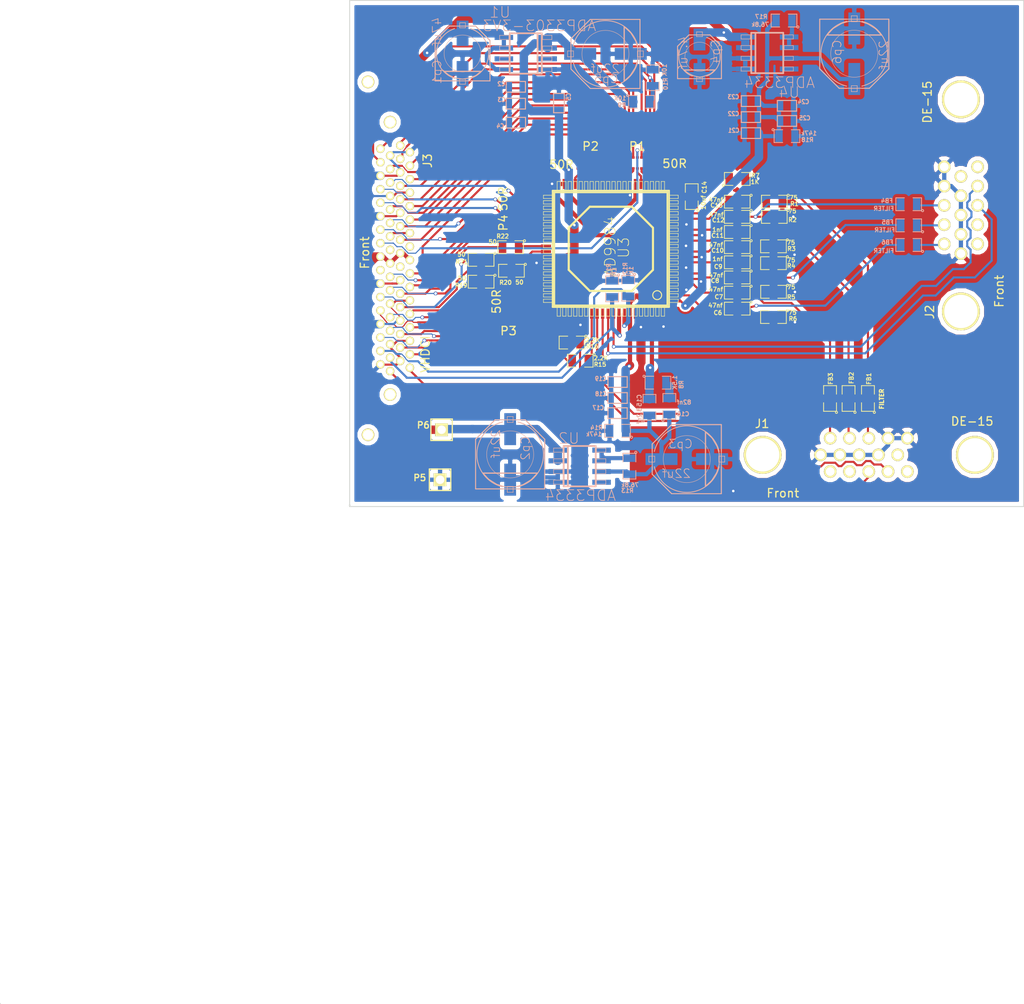
<source format=kicad_pcb>
(kicad_pcb (version 3) (host pcbnew "(2013-07-07 BZR 4022)-stable")
  (title_block (title VmodVGA) (rev 1))
  (layers (15 F.Cu signal) (0 B.Cu signal hide) (18 B.Paste user) (19 F.Paste user) (20 B.SilkS user) (21 F.SilkS user) (22 B.Mask user) (23 F.Mask user) (28 Edge.Cuts user))
  (net 0 "")
  (net 1 /B0)
  (net 2 /B1)
  (net 3 /B2)
  (net 4 /B3)
  (net 5 /B4)
  (net 6 /B5)
  (net 7 /B6)
  (net 8 /B7)
  (net 9 /B8)
  (net 10 /B9)
  (net 11 /CLAMP)
  (net 12 /COST)
  (net 13 /DATACK)
  (net 14 /G0)
  (net 15 /G1)
  (net 16 /G2)
  (net 17 /G3)
  (net 18 /G4)
  (net 19 /G5)
  (net 20 /G6)
  (net 21 /G7)
  (net 22 /G8)
  (net 23 /G9)
  (net 24 /GND)
  (net 25 /HSOUT)
  (net 26 /HSYNC0)
  (net 27 /HSYNC1)
  (net 28 /OE_Field)
  (net 29 /OVDD)
  (net 30 /PVD)
  (net 31 /PWRDWN)
  (net 32 /R0)
  (net 33 /R1)
  (net 34 /R2)
  (net 35 /R3)
  (net 36 /R4)
  (net 37 /R5)
  (net 38 /R6)
  (net 39 /R7)
  (net 40 /R8)
  (net 41 /R9)
  (net 42 /SCL)
  (net 43 /SDA)
  (net 44 /SOGOUT)
  (net 45 /VCC)
  (net 46 /VD)
  (net 47 /VSOUT)
  (net 48 /VSYNC0)
  (net 49 /VSYNC1)
  (net 50 N-000001)
  (net 51 N-0000010)
  (net 52 N-0000012)
  (net 53 N-00000128)
  (net 54 N-0000013)
  (net 55 N-0000014)
  (net 56 N-0000015)
  (net 57 N-0000016)
  (net 58 N-0000017)
  (net 59 N-0000019)
  (net 60 N-000002)
  (net 61 N-0000023)
  (net 62 N-0000028)
  (net 63 N-0000029)
  (net 64 N-0000030)
  (net 65 N-0000031)
  (net 66 N-0000032)
  (net 67 N-0000033)
  (net 68 N-0000034)
  (net 69 N-0000035)
  (net 70 N-000004)
  (net 71 N-0000049)
  (net 72 N-000005)
  (net 73 N-0000050)
  (net 74 N-0000051)
  (net 75 N-0000052)
  (net 76 N-0000053)
  (net 77 N-0000054)
  (net 78 N-0000055)
  (net 79 N-0000056)
  (net 80 N-0000057)
  (net 81 N-0000058)
  (net 82 N-0000059)
  (net 83 N-000006)
  (net 84 N-0000060)
  (net 85 N-0000061)
  (net 86 N-0000062)
  (net 87 N-0000063)
  (net 88 N-0000064)
  (net 89 N-0000065)
  (net 90 N-0000066)
  (net 91 N-0000067)
  (net 92 N-0000068)
  (net 93 N-000007)
  (net 94 N-0000070)
  (net 95 N-0000071)
  (net 96 N-0000072)
  (net 97 N-0000073)
  (net 98 N-0000074)
  (net 99 N-0000075)
  (net 100 N-0000076)
  (net 101 N-0000077)
  (net 102 N-0000078)
  (net 103 N-0000079)
  (net 104 N-000008)
  (net 105 N-0000080)
  (net 106 N-0000081)
  (net 107 N-0000082)
  (net 108 N-0000083)
  (net 109 N-0000084)
  (net 110 N-000009)
  (module SM0805 (layer F.Cu) (at 138.2 78.5 180)
    (fp_text reference R3 (at -2.14 -0.29 180) (layer F.SilkS) (effects (font (size 0.50038 0.50038) (thickness 0.10922))))
    (fp_text value 75 (at -2.08 0.45 180) (layer F.SilkS) (effects (font (size 0.50038 0.50038) (thickness 0.10922))))
    (pad 1 smd rect (at -0.9525 0 180) (size 0.889 1.397) (layers F.Cu F.Mask) (net 24 /GND))
    (pad 2 smd rect (at 0.9525 0 180) (size 0.889 1.397) (layers F.Cu F.Mask) (net 105 N-0000080))
  )
  (module SM0805 (layer F.Cu) (at 128.5 72.6 90)
    (fp_text reference C14 (at 1.1 1.5 90) (layer F.SilkS) (effects (font (size 0.50038 0.50038) (thickness 0.10922))))
    (fp_text value 10uf (at -0.7 1.4 90) (layer F.SilkS) (effects (font (size 0.50038 0.50038) (thickness 0.10922))))
    (pad 1 smd rect (at -0.9525 0 90) (size 0.889 1.397) (layers F.Cu F.Mask) (net 110 N-000009))
    (pad 2 smd rect (at 0.9525 0 90) (size 0.889 1.397) (layers F.Cu F.Mask) (net 104 N-000008))
  )
  (module SM0805 (layer F.Cu) (at 115.27 92.08 180)
    (fp_text reference R15 (at -2.35 -0.45 180) (layer F.SilkS) (effects (font (size 0.50038 0.50038) (thickness 0.10922))))
    (fp_text value 2.2K (at -2.45 0.3 180) (layer F.SilkS) (effects (font (size 0.50038 0.50038) (thickness 0.10922))))
    (pad 1 smd rect (at -0.9525 0 180) (size 0.889 1.397) (layers F.Cu F.Mask) (net 42 /SCL))
    (pad 2 smd rect (at 0.9525 0 180) (size 0.889 1.397) (layers F.Cu F.Mask) (net 29 /OVDD))
  )
  (module SM0805 (layer F.Cu) (at 114.29 89.93 180)
    (fp_text reference R16 (at -2.4 -0.45 180) (layer F.SilkS) (effects (font (size 0.50038 0.50038) (thickness 0.10922))))
    (fp_text value 2.2K (at -2.45 0.3 180) (layer F.SilkS) (effects (font (size 0.50038 0.50038) (thickness 0.10922))))
    (pad 1 smd rect (at -0.9525 0 180) (size 0.889 1.397) (layers F.Cu F.Mask) (net 43 /SDA))
    (pad 2 smd rect (at 0.9525 0 180) (size 0.889 1.397) (layers F.Cu F.Mask) (net 29 /OVDD))
  )
  (module SM0805 (layer B.Cu) (at 154.25 73.5 180)
    (fp_text reference FB4 (at 2.59 0.41 180) (layer B.SilkS) (effects (font (size 0.50038 0.50038) (thickness 0.10922)) (justify mirror)))
    (fp_text value FILTER (at 2.96 -0.52 180) (layer B.SilkS) (effects (font (size 0.50038 0.50038) (thickness 0.10922)) (justify mirror)))
    (pad 1 smd rect (at -0.9525 0 180) (size 0.889 1.397) (layers B.Cu B.Mask) (net 86 N-0000062))
    (pad 2 smd rect (at 0.9525 0 180) (size 0.889 1.397) (layers B.Cu B.Mask) (net 102 N-0000078))
  )
  (module SM0805 (layer B.Cu) (at 154.25 76.01 180)
    (fp_text reference FB5 (at 2.5 0.37 180) (layer B.SilkS) (effects (font (size 0.50038 0.50038) (thickness 0.10922)) (justify mirror)))
    (fp_text value FILTER (at 2.85 -0.55 180) (layer B.SilkS) (effects (font (size 0.50038 0.50038) (thickness 0.10922)) (justify mirror)))
    (pad 1 smd rect (at -0.9525 0 180) (size 0.889 1.397) (layers B.Cu B.Mask) (net 101 N-0000077))
    (pad 2 smd rect (at 0.9525 0 180) (size 0.889 1.397) (layers B.Cu B.Mask) (net 96 N-0000072))
  )
  (module SM0805 (layer B.Cu) (at 154.25 78.34 180)
    (fp_text reference FB6 (at 2.53 0.32 180) (layer B.SilkS) (effects (font (size 0.50038 0.50038) (thickness 0.10922)) (justify mirror)))
    (fp_text value FILTER (at 2.96 -0.69 180) (layer B.SilkS) (effects (font (size 0.50038 0.50038) (thickness 0.10922)) (justify mirror)))
    (pad 1 smd rect (at -0.9525 0 180) (size 0.889 1.397) (layers B.Cu B.Mask) (net 87 N-0000063))
    (pad 2 smd rect (at 0.9525 0 180) (size 0.889 1.397) (layers B.Cu B.Mask) (net 97 N-0000073))
  )
  (module SM0805 (layer F.Cu) (at 138.3 75 180)
    (fp_text reference R2 (at -2.16 -0.36 180) (layer F.SilkS) (effects (font (size 0.50038 0.50038) (thickness 0.10922))))
    (fp_text value 75 (at -2.14 0.68 180) (layer F.SilkS) (effects (font (size 0.50038 0.50038) (thickness 0.10922))))
    (pad 1 smd rect (at -0.9525 0 180) (size 0.889 1.397) (layers F.Cu F.Mask) (net 24 /GND))
    (pad 2 smd rect (at 0.9525 0 180) (size 0.889 1.397) (layers F.Cu F.Mask) (net 102 N-0000078))
  )
  (module SM0805 (layer F.Cu) (at 138.2 80.5 180)
    (fp_text reference R4 (at -2.11 -0.32 180) (layer F.SilkS) (effects (font (size 0.50038 0.50038) (thickness 0.10922))))
    (fp_text value 75 (at -2.11 0.36 180) (layer F.SilkS) (effects (font (size 0.50038 0.50038) (thickness 0.10922))))
    (pad 1 smd rect (at -0.9525 0 180) (size 0.889 1.397) (layers F.Cu F.Mask) (net 24 /GND))
    (pad 2 smd rect (at 0.9525 0 180) (size 0.889 1.397) (layers F.Cu F.Mask) (net 96 N-0000072))
  )
  (module SM0805 (layer F.Cu) (at 138.2 86.9 180)
    (fp_text reference R6 (at -2.31 -0.2 180) (layer F.SilkS) (effects (font (size 0.50038 0.50038) (thickness 0.10922))))
    (fp_text value 75 (at -2.26 0.54 180) (layer F.SilkS) (effects (font (size 0.50038 0.50038) (thickness 0.10922))))
    (pad 1 smd rect (at -0.9525 0 180) (size 0.889 1.397) (layers F.Cu F.Mask) (net 24 /GND))
    (pad 2 smd rect (at 0.9525 0 180) (size 0.889 1.397) (layers F.Cu F.Mask) (net 97 N-0000073))
  )
  (module SM0805 (layer F.Cu) (at 149.415 96.565 90)
    (fp_text reference FB1 (at 2.345 0.115 90) (layer F.SilkS) (effects (font (size 0.50038 0.50038) (thickness 0.10922))))
    (fp_text value FILTER (at -0.075 1.635 90) (layer F.SilkS) (effects (font (size 0.50038 0.50038) (thickness 0.10922))))
    (pad 1 smd rect (at -0.9525 0 90) (size 0.889 1.397) (layers F.Cu F.Mask) (net 98 N-0000074))
    (pad 2 smd rect (at 0.9525 0 90) (size 0.889 1.397) (layers F.Cu F.Mask) (net 95 N-0000071))
  )
  (module SM0805 (layer F.Cu) (at 147.115 96.565 90)
    (fp_text reference FB2 (at 2.435 0.335 90) (layer F.SilkS) (effects (font (size 0.50038 0.50038) (thickness 0.10922))))
    (fp_text value FILTER (at -0.065 3.925 90) (layer F.SilkS) (effects (font (size 0.50038 0.50038) (thickness 0.10922))))
    (pad 1 smd rect (at -0.9525 0 90) (size 0.889 1.397) (layers F.Cu F.Mask) (net 99 N-0000075))
    (pad 2 smd rect (at 0.9525 0 90) (size 0.889 1.397) (layers F.Cu F.Mask) (net 105 N-0000080))
  )
  (module SM0805 (layer F.Cu) (at 144.915 96.565 90)
    (fp_text reference FB3 (at 2.345 0.065 90) (layer F.SilkS) (effects (font (size 0.50038 0.50038) (thickness 0.10922))))
    (fp_text value FILTER (at -0.065 6.135 90) (layer F.SilkS) (effects (font (size 0.50038 0.50038) (thickness 0.10922))))
    (pad 1 smd rect (at -0.9525 0 90) (size 0.889 1.397) (layers F.Cu F.Mask) (net 100 N-0000076))
    (pad 2 smd rect (at 0.9525 0 90) (size 0.889 1.397) (layers F.Cu F.Mask) (net 94 N-0000070))
  )
  (module SM0805 (layer F.Cu) (at 138.21 83.9 180)
    (fp_text reference R5 (at -2.1 -0.63 180) (layer F.SilkS) (effects (font (size 0.50038 0.50038) (thickness 0.10922))))
    (fp_text value 75 (at -2.1 0.56 180) (layer F.SilkS) (effects (font (size 0.50038 0.50038) (thickness 0.10922))))
    (pad 1 smd rect (at -0.9525 0 180) (size 0.889 1.397) (layers F.Cu F.Mask) (net 24 /GND))
    (pad 2 smd rect (at 0.9525 0 180) (size 0.889 1.397) (layers F.Cu F.Mask) (net 94 N-0000070))
  )
  (module SM0805 (layer F.Cu) (at 133.9 80.4 180)
    (fp_text reference C9 (at 2.25 -0.52 180) (layer F.SilkS) (effects (font (size 0.50038 0.50038) (thickness 0.10922))))
    (fp_text value 1nf (at 2.33 0.39 180) (layer F.SilkS) (effects (font (size 0.50038 0.50038) (thickness 0.10922))))
    (pad 1 smd rect (at -0.9525 0 180) (size 0.889 1.397) (layers F.Cu F.Mask) (net 96 N-0000072))
    (pad 2 smd rect (at 0.9525 0 180) (size 0.889 1.397) (layers F.Cu F.Mask) (net 93 N-000007))
  )
  (module SM0805 (layer F.Cu) (at 138.3 73.2 180)
    (fp_text reference R1 (at -2.39 -0.26 180) (layer F.SilkS) (effects (font (size 0.50038 0.50038) (thickness 0.10922))))
    (fp_text value 75 (at -2.29 0.48 180) (layer F.SilkS) (effects (font (size 0.50038 0.50038) (thickness 0.10922))))
    (pad 1 smd rect (at -0.9525 0 180) (size 0.889 1.397) (layers F.Cu F.Mask) (net 24 /GND))
    (pad 2 smd rect (at 0.9525 0 180) (size 0.889 1.397) (layers F.Cu F.Mask) (net 95 N-0000071))
  )
  (module SM0805 (layer F.Cu) (at 133.9 84 180)
    (fp_text reference C7 (at 2.18 -0.51 180) (layer F.SilkS) (effects (font (size 0.50038 0.50038) (thickness 0.10922))))
    (fp_text value 47nf (at 2.53 0.38 180) (layer F.SilkS) (effects (font (size 0.50038 0.50038) (thickness 0.10922))))
    (pad 1 smd rect (at -0.9525 0 180) (size 0.889 1.397) (layers F.Cu F.Mask) (net 94 N-0000070))
    (pad 2 smd rect (at 0.9525 0 180) (size 0.889 1.397) (layers F.Cu F.Mask) (net 109 N-0000084))
  )
  (module SM0805 (layer F.Cu) (at 133.9 78.6 180)
    (fp_text reference C10 (at 2.33 -0.39 180) (layer F.SilkS) (effects (font (size 0.50038 0.50038) (thickness 0.10922))))
    (fp_text value 47nf (at 2.53 0.29 180) (layer F.SilkS) (effects (font (size 0.50038 0.50038) (thickness 0.10922))))
    (pad 1 smd rect (at -0.9525 0 180) (size 0.889 1.397) (layers F.Cu F.Mask) (net 105 N-0000080))
    (pad 2 smd rect (at 0.9525 0 180) (size 0.889 1.397) (layers F.Cu F.Mask) (net 106 N-0000081))
  )
  (module SM0805 (layer F.Cu) (at 133.9 76.8 180)
    (fp_text reference C11 (at 2.33 -0.42 180) (layer F.SilkS) (effects (font (size 0.50038 0.50038) (thickness 0.10922))))
    (fp_text value 1nf (at 2.35 0.27 180) (layer F.SilkS) (effects (font (size 0.50038 0.50038) (thickness 0.10922))))
    (pad 1 smd rect (at -0.9525 0 180) (size 0.889 1.397) (layers F.Cu F.Mask) (net 105 N-0000080))
    (pad 2 smd rect (at 0.9525 0 180) (size 0.889 1.397) (layers F.Cu F.Mask) (net 107 N-0000082))
  )
  (module SM0805 (layer F.Cu) (at 133.9 73.2 180)
    (fp_text reference C13 (at 2.45 -0.43 180) (layer F.SilkS) (effects (font (size 0.50038 0.50038) (thickness 0.10922))))
    (fp_text value 47nf (at 2.53 0.23 180) (layer F.SilkS) (effects (font (size 0.50038 0.50038) (thickness 0.10922))))
    (pad 1 smd rect (at -0.9525 0 180) (size 0.889 1.397) (layers F.Cu F.Mask) (net 95 N-0000071))
    (pad 2 smd rect (at 0.9525 0 180) (size 0.889 1.397) (layers F.Cu F.Mask) (net 108 N-0000083))
  )
  (module SM0805 (layer F.Cu) (at 133.9 70.5)
    (fp_text reference R7 (at 2.15 -0.4) (layer F.SilkS) (effects (font (size 0.50038 0.50038) (thickness 0.10922))))
    (fp_text value 1K (at 2.1 0.35) (layer F.SilkS) (effects (font (size 0.50038 0.50038) (thickness 0.10922))))
    (pad 1 smd rect (at -0.9525 0) (size 0.889 1.397) (layers F.Cu F.Mask) (net 31 /PWRDWN))
    (pad 2 smd rect (at 0.9525 0) (size 0.889 1.397) (layers F.Cu F.Mask) (net 24 /GND))
  )
  (module SM0805 (layer B.Cu) (at 122.53 61.34)
    (fp_text reference R9 (at -2.32 0.38) (layer B.SilkS) (effects (font (size 0.50038 0.50038) (thickness 0.10922)) (justify mirror)))
    (fp_text value 10K (at -2.55 -0.42) (layer B.SilkS) (effects (font (size 0.50038 0.50038) (thickness 0.10922)) (justify mirror)))
    (pad 1 smd rect (at -0.9525 0) (size 0.889 1.397) (layers B.Cu B.Mask) (net 29 /OVDD))
    (pad 2 smd rect (at 0.9525 0) (size 0.889 1.397) (layers B.Cu B.Mask) (net 47 /VSOUT))
  )
  (module SM0805 (layer B.Cu) (at 123.86 58.48 270)
    (fp_text reference R10 (at 0.73 -1.53 270) (layer B.SilkS) (effects (font (size 0.50038 0.50038) (thickness 0.10922)) (justify mirror)))
    (fp_text value 10K (at -0.91 -1.41 270) (layer B.SilkS) (effects (font (size 0.50038 0.50038) (thickness 0.10922)) (justify mirror)))
    (pad 1 smd rect (at -0.9525 0 270) (size 0.889 1.397) (layers B.Cu B.Mask) (net 24 /GND))
    (pad 2 smd rect (at 0.9525 0 270) (size 0.889 1.397) (layers B.Cu B.Mask) (net 47 /VSOUT))
  )
  (module SM0805 (layer B.Cu) (at 124.49 94.69)
    (fp_text reference R8 (at 2.77 0.23 270) (layer B.SilkS) (effects (font (size 0.50038 0.50038) (thickness 0.10922)) (justify mirror)))
    (fp_text value 1.5K (at 2 0 270) (layer B.SilkS) (effects (font (size 0.50038 0.50038) (thickness 0.10922)) (justify mirror)))
    (pad 1 smd rect (at -0.9525 0) (size 0.889 1.397) (layers B.Cu B.Mask) (net 53 N-00000128))
    (pad 2 smd rect (at 0.9525 0) (size 0.889 1.397) (layers B.Cu B.Mask) (net 103 N-0000079))
  )
  (module SM0805 (layer B.Cu) (at 123.48 97.62 90)
    (fp_text reference C15 (at 0.8 -1.2 90) (layer B.SilkS) (effects (font (size 0.50038 0.50038) (thickness 0.10922)) (justify mirror)))
    (fp_text value 8.2nf (at -1 -1.2 90) (layer B.SilkS) (effects (font (size 0.50038 0.50038) (thickness 0.10922)) (justify mirror)))
    (pad 1 smd rect (at -0.9525 0 90) (size 0.889 1.397) (layers B.Cu B.Mask) (net 30 /PVD))
    (pad 2 smd rect (at 0.9525 0 90) (size 0.889 1.397) (layers B.Cu B.Mask) (net 53 N-00000128))
  )
  (module SM0805 (layer B.Cu) (at 125.84 97.51 90)
    (fp_text reference C16 (at -0.9 1.63 360) (layer B.SilkS) (effects (font (size 0.50038 0.50038) (thickness 0.10922)) (justify mirror)))
    (fp_text value 82nf (at 0.49 1.74 360) (layer B.SilkS) (effects (font (size 0.50038 0.50038) (thickness 0.10922)) (justify mirror)))
    (pad 1 smd rect (at -0.9525 0 90) (size 0.889 1.397) (layers B.Cu B.Mask) (net 30 /PVD))
    (pad 2 smd rect (at 0.9525 0 90) (size 0.889 1.397) (layers B.Cu B.Mask) (net 103 N-0000079))
  )
  (module SM0805 (layer B.Cu) (at 120.96 83.48 270)
    (fp_text reference R12 (at -2.35 0.35 270) (layer B.SilkS) (effects (font (size 0.50038 0.50038) (thickness 0.10922)) (justify mirror)))
    (fp_text value 1K (at -2.1 -0.35 270) (layer B.SilkS) (effects (font (size 0.50038 0.50038) (thickness 0.10922)) (justify mirror)))
    (pad 1 smd rect (at -0.9525 0 270) (size 0.889 1.397) (layers B.Cu B.Mask) (net 24 /GND))
    (pad 2 smd rect (at 0.9525 0 270) (size 0.889 1.397) (layers B.Cu B.Mask) (net 11 /CLAMP))
  )
  (module SM0805 (layer B.Cu) (at 119.05 83.55 270)
    (fp_text reference R11 (at -2.3 0.4 270) (layer B.SilkS) (effects (font (size 0.50038 0.50038) (thickness 0.10922)) (justify mirror)))
    (fp_text value 1K (at -2.05 -0.25 270) (layer B.SilkS) (effects (font (size 0.50038 0.50038) (thickness 0.10922)) (justify mirror)))
    (pad 1 smd rect (at -0.9525 0 270) (size 0.889 1.397) (layers B.Cu B.Mask) (net 24 /GND))
    (pad 2 smd rect (at 0.9525 0 270) (size 0.889 1.397) (layers B.Cu B.Mask) (net 12 /COST))
  )
  (module SM0805 (layer F.Cu) (at 133.9 75 180)
    (fp_text reference C12 (at 2.25 -0.39 180) (layer F.SilkS) (effects (font (size 0.50038 0.50038) (thickness 0.10922))))
    (fp_text value 47nf (at 2.48 0.25 180) (layer F.SilkS) (effects (font (size 0.50038 0.50038) (thickness 0.10922))))
    (pad 1 smd rect (at -0.9525 0 180) (size 0.889 1.397) (layers F.Cu F.Mask) (net 102 N-0000078))
    (pad 2 smd rect (at 0.9525 0 180) (size 0.889 1.397) (layers F.Cu F.Mask) (net 70 N-000004))
  )
  (module SM0805 (layer B.Cu) (at 139.45 51.69 180)
    (fp_text reference R17 (at 2.7 0.46 180) (layer B.SilkS) (effects (font (size 0.50038 0.50038) (thickness 0.10922)) (justify mirror)))
    (fp_text value 76.8k (at 2.82 -0.47 180) (layer B.SilkS) (effects (font (size 0.50038 0.50038) (thickness 0.10922)) (justify mirror)))
    (pad 1 smd rect (at -0.9525 0 180) (size 0.889 1.397) (layers B.Cu B.Mask) (net 60 N-000002))
    (pad 2 smd rect (at 0.9525 0 180) (size 0.889 1.397) (layers B.Cu B.Mask) (net 46 /VD))
  )
  (module SM0805 (layer B.Cu) (at 139.805 65.415)
    (fp_text reference R18 (at 2.425 0.435) (layer B.SilkS) (effects (font (size 0.50038 0.50038) (thickness 0.10922)) (justify mirror)))
    (fp_text value 147k (at 2.605 -0.335) (layer B.SilkS) (effects (font (size 0.50038 0.50038) (thickness 0.10922)) (justify mirror)))
    (pad 1 smd rect (at -0.9525 0) (size 0.889 1.397) (layers B.Cu B.Mask) (net 46 /VD))
    (pad 2 smd rect (at 0.9525 0) (size 0.889 1.397) (layers B.Cu B.Mask) (net 24 /GND))
  )
  (module SM0805 (layer B.Cu) (at 121.1 104.61 270)
    (fp_text reference R13 (at 2.9 0.23 360) (layer B.SilkS) (effects (font (size 0.50038 0.50038) (thickness 0.10922)) (justify mirror)))
    (fp_text value 76.8k (at 2.23 -0.08 360) (layer B.SilkS) (effects (font (size 0.50038 0.50038) (thickness 0.10922)) (justify mirror)))
    (pad 1 smd rect (at -0.9525 0 270) (size 0.889 1.397) (layers B.Cu B.Mask) (net 50 N-000001))
    (pad 2 smd rect (at 0.9525 0 270) (size 0.889 1.397) (layers B.Cu B.Mask) (net 30 /PVD))
  )
  (module SM0805 (layer B.Cu) (at 119.7 100.41 180)
    (fp_text reference R14 (at 2.51 0.37 180) (layer B.SilkS) (effects (font (size 0.50038 0.50038) (thickness 0.10922)) (justify mirror)))
    (fp_text value 147k (at 2.81 -0.4 180) (layer B.SilkS) (effects (font (size 0.50038 0.50038) (thickness 0.10922)) (justify mirror)))
    (pad 1 smd rect (at -0.9525 0 180) (size 0.889 1.397) (layers B.Cu B.Mask) (net 30 /PVD))
    (pad 2 smd rect (at 0.9525 0 180) (size 0.889 1.397) (layers B.Cu B.Mask) (net 24 /GND))
  )
  (module SM0805 (layer F.Cu) (at 133.9 82.2 180)
    (fp_text reference C8 (at 2.63 -0.38 180) (layer F.SilkS) (effects (font (size 0.50038 0.50038) (thickness 0.10922))))
    (fp_text value 47nf (at 2.53 0.26 180) (layer F.SilkS) (effects (font (size 0.50038 0.50038) (thickness 0.10922))))
    (pad 1 smd rect (at -0.9525 0 180) (size 0.889 1.397) (layers F.Cu F.Mask) (net 96 N-0000072))
    (pad 2 smd rect (at 0.9525 0 180) (size 0.889 1.397) (layers F.Cu F.Mask) (net 72 N-000005))
  )
  (module SM0805 (layer F.Cu) (at 133.9 85.9 180)
    (fp_text reference C6 (at 2.3 -0.49 180) (layer F.SilkS) (effects (font (size 0.50038 0.50038) (thickness 0.10922))))
    (fp_text value 47nf (at 2.58 0.38 180) (layer F.SilkS) (effects (font (size 0.50038 0.50038) (thickness 0.10922))))
    (pad 1 smd rect (at -0.9525 0 180) (size 0.889 1.397) (layers F.Cu F.Mask) (net 97 N-0000073))
    (pad 2 smd rect (at 0.9525 0 180) (size 0.889 1.397) (layers F.Cu F.Mask) (net 83 N-000006))
  )
  (module analog-devices2-LQFP80 (layer F.Cu) (at 118.9 78.8 90)
    (fp_text reference U3 (at 0.14 1.52 90) (layer F.SilkS) (effects (font (size 1.27 1.27) (thickness 0.0889))))
    (fp_text value AD9984 (at 0.31 -0.08 90) (layer F.SilkS) (effects (font (size 1.27 1.27) (thickness 0.0889))))
    (pad 1 smd rect (at -6.17474 7.69874 90) (size 0.39878 1.19888) (layers F.Cu F.Mask) (net 46 /VD))
    (pad 2 smd rect (at -5.5245 7.69874 90) (size 0.39878 1.19888) (layers F.Cu F.Mask) (net 83 N-000006))
    (pad 3 smd rect (at -4.87426 7.69874 90) (size 0.39878 1.19888) (layers F.Cu F.Mask) (net 24 /GND))
    (pad 4 smd rect (at -4.22402 7.69874 90) (size 0.39878 1.19888) (layers F.Cu F.Mask) (net 109 N-0000084))
    (pad 5 smd rect (at -3.57378 7.69874 90) (size 0.39878 1.19888) (layers F.Cu F.Mask) (net 46 /VD))
    (pad 6 smd rect (at -2.92354 7.69874 90) (size 0.39878 1.19888) (layers F.Cu F.Mask) (net 72 N-000005))
    (pad 7 smd rect (at -2.2733 7.69874 90) (size 0.39878 1.19888) (layers F.Cu F.Mask) (net 24 /GND))
    (pad 8 smd rect (at -1.62306 7.69874 90) (size 0.39878 1.19888) (layers F.Cu F.Mask) (net 93 N-000007))
    (pad 9 smd rect (at -0.97282 7.69874 90) (size 0.39878 1.19888) (layers F.Cu F.Mask) (net 46 /VD))
    (pad 10 smd rect (at -0.32258 7.69874 90) (size 0.39878 1.19888) (layers F.Cu F.Mask) (net 106 N-0000081))
    (pad 11 smd rect (at 0.32258 7.69874 90) (size 0.39878 1.19888) (layers F.Cu F.Mask) (net 24 /GND))
    (pad 12 smd rect (at 0.97282 7.69874 90) (size 0.39878 1.19888) (layers F.Cu F.Mask) (net 107 N-0000082))
    (pad 13 smd rect (at 1.62306 7.69874 90) (size 0.39878 1.19888) (layers F.Cu F.Mask) (net 46 /VD))
    (pad 14 smd rect (at 2.2733 7.69874 90) (size 0.39878 1.19888) (layers F.Cu F.Mask) (net 70 N-000004))
    (pad 15 smd rect (at 2.92354 7.69874 90) (size 0.39878 1.19888) (layers F.Cu F.Mask) (net 24 /GND))
    (pad 16 smd rect (at 3.57378 7.69874 90) (size 0.39878 1.19888) (layers F.Cu F.Mask) (net 108 N-0000083))
    (pad 17 smd rect (at 4.22402 7.69874 90) (size 0.39878 1.19888) (layers F.Cu F.Mask) (net 31 /PWRDWN))
    (pad 18 smd rect (at 4.87426 7.69874 90) (size 0.39878 1.19888) (layers F.Cu F.Mask) (net 110 N-000009))
    (pad 19 smd rect (at 5.5245 7.69874 90) (size 0.39878 1.19888) (layers F.Cu F.Mask))
    (pad 20 smd rect (at 6.17474 7.69874 90) (size 0.39878 1.19888) (layers F.Cu F.Mask) (net 104 N-000008))
    (pad 21 smd rect (at 7.69874 6.17474 90) (size 1.19888 0.39878) (layers F.Cu F.Mask) (net 88 N-0000064))
    (pad 22 smd rect (at 7.69874 5.5245 90) (size 1.19888 0.39878) (layers F.Cu F.Mask) (net 89 N-0000065))
    (pad 23 smd rect (at 7.69874 4.87426 90) (size 1.19888 0.39878) (layers F.Cu F.Mask) (net 90 N-0000066))
    (pad 24 smd rect (at 7.69874 4.22402 90) (size 1.19888 0.39878) (layers F.Cu F.Mask) (net 91 N-0000067))
    (pad 25 smd rect (at 7.69874 3.57378 90) (size 1.19888 0.39878) (layers F.Cu F.Mask) (net 92 N-0000068))
    (pad 26 smd rect (at 7.69874 2.92354 90) (size 1.19888 0.39878) (layers F.Cu F.Mask) (net 29 /OVDD))
    (pad 27 smd rect (at 7.69874 2.2733 90) (size 1.19888 0.39878) (layers F.Cu F.Mask) (net 24 /GND))
    (pad 28 smd rect (at 7.69874 1.62306 90) (size 1.19888 0.39878) (layers F.Cu F.Mask) (net 84 N-0000060))
    (pad 29 smd rect (at 7.69874 0.97282 90) (size 1.19888 0.39878) (layers F.Cu F.Mask) (net 73 N-0000050))
    (pad 30 smd rect (at 7.69874 0.32258 90) (size 1.19888 0.39878) (layers F.Cu F.Mask) (net 74 N-0000051))
    (pad 31 smd rect (at 7.69874 -0.32258 90) (size 1.19888 0.39878) (layers F.Cu F.Mask) (net 75 N-0000052))
    (pad 32 smd rect (at 7.69874 -0.97282 90) (size 1.19888 0.39878) (layers F.Cu F.Mask) (net 76 N-0000053))
    (pad 33 smd rect (at 7.69874 -1.62306 90) (size 1.19888 0.39878) (layers F.Cu F.Mask) (net 77 N-0000054))
    (pad 34 smd rect (at 7.69874 -2.2733 90) (size 1.19888 0.39878) (layers F.Cu F.Mask) (net 78 N-0000055))
    (pad 35 smd rect (at 7.69874 -2.92354 90) (size 1.19888 0.39878) (layers F.Cu F.Mask) (net 79 N-0000056))
    (pad 36 smd rect (at 7.69874 -3.57378 90) (size 1.19888 0.39878) (layers F.Cu F.Mask) (net 80 N-0000057))
    (pad 37 smd rect (at 7.69874 -4.22402 90) (size 1.19888 0.39878) (layers F.Cu F.Mask) (net 81 N-0000058))
    (pad 38 smd rect (at 7.69874 -4.87426 90) (size 1.19888 0.39878) (layers F.Cu F.Mask) (net 29 /OVDD))
    (pad 39 smd rect (at 7.69874 -5.5245 90) (size 1.19888 0.39878) (layers F.Cu F.Mask) (net 24 /GND))
    (pad 40 smd rect (at 7.69874 -6.17474 90) (size 1.19888 0.39878) (layers F.Cu F.Mask) (net 24 /GND))
    (pad 41 smd rect (at 6.17474 -7.69874 90) (size 0.39878 1.19888) (layers F.Cu F.Mask) (net 46 /VD))
    (pad 42 smd rect (at 5.5245 -7.69874 90) (size 0.39878 1.19888) (layers F.Cu F.Mask) (net 69 N-0000035))
    (pad 43 smd rect (at 4.87426 -7.69874 90) (size 0.39878 1.19888) (layers F.Cu F.Mask) (net 68 N-0000034))
    (pad 44 smd rect (at 4.22402 -7.69874 90) (size 0.39878 1.19888) (layers F.Cu F.Mask) (net 67 N-0000033))
    (pad 45 smd rect (at 3.57378 -7.69874 90) (size 0.39878 1.19888) (layers F.Cu F.Mask) (net 66 N-0000032))
    (pad 46 smd rect (at 2.92354 -7.69874 90) (size 0.39878 1.19888) (layers F.Cu F.Mask) (net 65 N-0000031))
    (pad 47 smd rect (at 2.2733 -7.69874 90) (size 0.39878 1.19888) (layers F.Cu F.Mask) (net 64 N-0000030))
    (pad 48 smd rect (at 1.62306 -7.69874 90) (size 0.39878 1.19888) (layers F.Cu F.Mask) (net 63 N-0000029))
    (pad 49 smd rect (at 0.97282 -7.69874 90) (size 0.39878 1.19888) (layers F.Cu F.Mask) (net 62 N-0000028))
    (pad 50 smd rect (at 0.32258 -7.69874 90) (size 0.39878 1.19888) (layers F.Cu F.Mask) (net 51 N-0000010))
    (pad 51 smd rect (at -0.32258 -7.69874 90) (size 0.39878 1.19888) (layers F.Cu F.Mask) (net 61 N-0000023))
    (pad 52 smd rect (at -0.97282 -7.69874 90) (size 0.39878 1.19888) (layers F.Cu F.Mask) (net 29 /OVDD))
    (pad 53 smd rect (at -1.62306 -7.69874 90) (size 0.39878 1.19888) (layers F.Cu F.Mask) (net 24 /GND))
    (pad 54 smd rect (at -2.2733 -7.69874 90) (size 0.39878 1.19888) (layers F.Cu F.Mask) (net 59 N-0000019))
    (pad 55 smd rect (at -2.92354 -7.69874 90) (size 0.39878 1.19888) (layers F.Cu F.Mask) (net 58 N-0000017))
    (pad 56 smd rect (at -3.57378 -7.69874 90) (size 0.39878 1.19888) (layers F.Cu F.Mask) (net 57 N-0000016))
    (pad 57 smd rect (at -4.22402 -7.69874 90) (size 0.39878 1.19888) (layers F.Cu F.Mask) (net 56 N-0000015))
    (pad 58 smd rect (at -4.87426 -7.69874 90) (size 0.39878 1.19888) (layers F.Cu F.Mask) (net 55 N-0000014))
    (pad 59 smd rect (at -5.5245 -7.69874 90) (size 0.39878 1.19888) (layers F.Cu F.Mask) (net 54 N-0000013))
    (pad 60 smd rect (at -6.17474 -7.69874 90) (size 0.39878 1.19888) (layers F.Cu F.Mask) (net 52 N-0000012))
    (pad 61 smd rect (at -7.69874 -6.17474 90) (size 1.19888 0.39878) (layers F.Cu F.Mask) (net 82 N-0000059))
    (pad 62 smd rect (at -7.69874 -5.5245 90) (size 1.19888 0.39878) (layers F.Cu F.Mask) (net 71 N-0000049))
    (pad 63 smd rect (at -7.69874 -4.87426 90) (size 1.19888 0.39878) (layers F.Cu F.Mask) (net 85 N-0000061))
    (pad 64 smd rect (at -7.69874 -4.22402 90) (size 1.19888 0.39878) (layers F.Cu F.Mask) (net 29 /OVDD))
    (pad 65 smd rect (at -7.69874 -3.57378 90) (size 1.19888 0.39878) (layers F.Cu F.Mask) (net 24 /GND))
    (pad 66 smd rect (at -7.69874 -2.92354 90) (size 1.19888 0.39878) (layers F.Cu F.Mask) (net 43 /SDA))
    (pad 67 smd rect (at -7.69874 -2.2733 90) (size 1.19888 0.39878) (layers F.Cu F.Mask) (net 42 /SCL))
    (pad 68 smd rect (at -7.69874 -1.62306 90) (size 1.19888 0.39878) (layers F.Cu F.Mask) (net 27 /HSYNC1))
    (pad 69 smd rect (at -7.69874 -0.97282 90) (size 1.19888 0.39878) (layers F.Cu F.Mask) (net 49 /VSYNC1))
    (pad 70 smd rect (at -7.69874 -0.32258 90) (size 1.19888 0.39878) (layers F.Cu F.Mask) (net 26 /HSYNC0))
    (pad 71 smd rect (at -7.69874 0.32258 90) (size 1.19888 0.39878) (layers F.Cu F.Mask) (net 48 /VSYNC0))
    (pad 72 smd rect (at -7.69874 0.97282 90) (size 1.19888 0.39878) (layers F.Cu F.Mask) (net 12 /COST))
    (pad 73 smd rect (at -7.69874 1.62306 90) (size 1.19888 0.39878) (layers F.Cu F.Mask) (net 11 /CLAMP))
    (pad 74 smd rect (at -7.69874 2.2733 90) (size 1.19888 0.39878) (layers F.Cu F.Mask) (net 30 /PVD))
    (pad 75 smd rect (at -7.69874 2.92354 90) (size 1.19888 0.39878) (layers F.Cu F.Mask) (net 24 /GND))
    (pad 76 smd rect (at -7.69874 3.57378 90) (size 1.19888 0.39878) (layers F.Cu F.Mask) (net 30 /PVD))
    (pad 77 smd rect (at -7.69874 4.22402 90) (size 1.19888 0.39878) (layers F.Cu F.Mask) (net 24 /GND))
    (pad 78 smd rect (at -7.69874 4.87426 90) (size 1.19888 0.39878) (layers F.Cu F.Mask) (net 53 N-00000128))
    (pad 79 smd rect (at -7.69874 5.5245 90) (size 1.19888 0.39878) (layers F.Cu F.Mask) (net 30 /PVD))
    (pad 80 smd rect (at -7.69874 6.17474 90) (size 1.19888 0.39878) (layers F.Cu F.Mask) (net 24 /GND))
  )
  (module -SOIC8 (layer B.Cu) (at 137.46 55.54 90)
    (fp_text reference U4 (at -4.68 2.6 360) (layer B.SilkS) (effects (font (size 1.27 1.27) (thickness 0.0889)) (justify mirror)))
    (fp_text value ADP3334 (at -3.52 1.45 360) (layer B.SilkS) (effects (font (size 1.27 1.27) (thickness 0.0889)) (justify mirror)))
    (pad 1 smd rect (at -1.905 -2.59842 90) (size 0.59944 2.19964) (layers B.Cu B.Mask) (net 24 /GND))
    (pad 2 smd rect (at -0.635 -2.59842 90) (size 0.59944 2.19964) (layers B.Cu B.Mask) (net 24 /GND))
    (pad 3 smd rect (at 0.635 -2.59842 90) (size 0.59944 2.19964) (layers B.Cu B.Mask) (net 45 /VCC))
    (pad 4 smd rect (at 1.905 -2.59842 90) (size 0.59944 2.19964) (layers B.Cu B.Mask) (net 45 /VCC))
    (pad 5 smd rect (at 1.905 2.59842 90) (size 0.59944 2.19964) (layers B.Cu B.Mask) (net 60 N-000002))
    (pad 6 smd rect (at 0.635 2.59842 90) (size 0.59944 2.19964) (layers B.Cu B.Mask) (net 60 N-000002))
    (pad 7 smd rect (at -0.635 2.59842 90) (size 0.59944 2.19964) (layers B.Cu B.Mask) (net 46 /VD))
    (pad 8 smd rect (at -1.905 2.59842 90) (size 0.59944 2.19964) (layers B.Cu B.Mask))
  )
  (module -SOIC8 (layer B.Cu) (at 108.8 55.6 270)
    (fp_text reference U1 (at -4.89 3.07 540) (layer B.SilkS) (effects (font (size 1.27 1.27) (thickness 0.0889)) (justify mirror)))
    (fp_text value ADP3303-3V3 (at -3.29 -1.61 540) (layer B.SilkS) (effects (font (size 1.27 1.27) (thickness 0.0889)) (justify mirror)))
    (pad 1 smd rect (at -1.905 -2.59842 270) (size 0.59944 2.19964) (layers B.Cu B.Mask) (net 29 /OVDD))
    (pad 2 smd rect (at -0.635 -2.59842 270) (size 0.59944 2.19964) (layers B.Cu B.Mask) (net 29 /OVDD))
    (pad 3 smd rect (at 0.635 -2.59842 270) (size 0.59944 2.19964) (layers B.Cu B.Mask))
    (pad 4 smd rect (at 1.905 -2.59842 270) (size 0.59944 2.19964) (layers B.Cu B.Mask) (net 24 /GND))
    (pad 5 smd rect (at 1.905 2.59842 270) (size 0.59944 2.19964) (layers B.Cu B.Mask) (net 45 /VCC))
    (pad 6 smd rect (at 0.635 2.59842 270) (size 0.59944 2.19964) (layers B.Cu B.Mask))
    (pad 7 smd rect (at -0.635 2.59842 270) (size 0.59944 2.19964) (layers B.Cu B.Mask) (net 45 /VCC))
    (pad 8 smd rect (at -1.905 2.59842 270) (size 0.59944 2.19964) (layers B.Cu B.Mask) (net 45 /VCC))
  )
  (module -SOIC8 (layer B.Cu) (at 115.2 104.61 90)
    (fp_text reference U2 (at 3.3 -1.28 360) (layer B.SilkS) (effects (font (size 1.27 1.27) (thickness 0.0889)) (justify mirror)))
    (fp_text value ADP3334 (at -3.48 0.09 360) (layer B.SilkS) (effects (font (size 1.27 1.27) (thickness 0.0889)) (justify mirror)))
    (pad 1 smd rect (at -1.905 -2.59842 90) (size 0.59944 2.19964) (layers B.Cu B.Mask) (net 24 /GND))
    (pad 2 smd rect (at -0.635 -2.59842 90) (size 0.59944 2.19964) (layers B.Cu B.Mask) (net 24 /GND))
    (pad 3 smd rect (at 0.635 -2.59842 90) (size 0.59944 2.19964) (layers B.Cu B.Mask) (net 45 /VCC))
    (pad 4 smd rect (at 1.905 -2.59842 90) (size 0.59944 2.19964) (layers B.Cu B.Mask) (net 45 /VCC))
    (pad 5 smd rect (at 1.905 2.59842 90) (size 0.59944 2.19964) (layers B.Cu B.Mask) (net 50 N-000001))
    (pad 6 smd rect (at 0.635 2.59842 90) (size 0.59944 2.19964) (layers B.Cu B.Mask) (net 50 N-000001))
    (pad 7 smd rect (at -0.635 2.59842 90) (size 0.59944 2.19964) (layers B.Cu B.Mask) (net 30 /PVD))
    (pad 8 smd rect (at -1.905 2.59842 90) (size 0.59944 2.19964) (layers B.Cu B.Mask))
  )
  (module -PANASONIC_E (layer B.Cu) (at 127.91 103.77 180)
    (fp_text reference Cp3 (at 0.73914 1.80594 180) (layer B.SilkS) (effects (font (size 1.016 1.016) (thickness 0.0889)) (justify mirror)))
    (fp_text value 22uf (at 1.24714 -1.7145 180) (layer B.SilkS) (effects (font (size 1.016 1.016) (thickness 0.0889)) (justify mirror)))
    (pad + smd rect (at 2.99974 0 180) (size 3.79984 1.39954) (layers B.Cu B.Mask) (net 30 /PVD))
    (pad - smd rect (at -2.99974 0 180) (size 3.79984 1.39954) (layers B.Cu B.Mask) (net 24 /GND))
  )
  (module -PANASONIC_E (layer B.Cu) (at 118.26 55.65 180)
    (fp_text reference Cp5 (at -0.08 -2.95 180) (layer B.SilkS) (effects (font (size 1.016 1.016) (thickness 0.0889)) (justify mirror)))
    (fp_text value 22uf (at 0.03 -1.75 180) (layer B.SilkS) (effects (font (size 1.016 1.016) (thickness 0.0889)) (justify mirror)))
    (pad + smd rect (at 2.99974 0 180) (size 3.79984 1.39954) (layers B.Cu B.Mask) (net 29 /OVDD))
    (pad - smd rect (at -2.99974 0 180) (size 3.79984 1.39954) (layers B.Cu B.Mask) (net 24 /GND))
  )
  (module -PANASONIC_E (layer B.Cu) (at 147.79 55.63 270)
    (fp_text reference Cp6 (at -0.21 2.04 270) (layer B.SilkS) (effects (font (size 1.016 1.016) (thickness 0.0889)) (justify mirror)))
    (fp_text value 22uf (at 0.15 -3.49 270) (layer B.SilkS) (effects (font (size 1.016 1.016) (thickness 0.0889)) (justify mirror)))
    (pad + smd rect (at 2.99974 0 270) (size 3.79984 1.39954) (layers B.Cu B.Mask) (net 46 /VD))
    (pad - smd rect (at -2.99974 0 270) (size 3.79984 1.39954) (layers B.Cu B.Mask) (net 24 /GND))
  )
  (module -PANASONIC_E (layer B.Cu) (at 106.95 103.21 90)
    (fp_text reference Cp2 (at 0.73914 1.80594 90) (layer B.SilkS) (effects (font (size 1.016 1.016) (thickness 0.0889)) (justify mirror)))
    (fp_text value 22uf (at 1.24714 -1.7145 90) (layer B.SilkS) (effects (font (size 1.016 1.016) (thickness 0.0889)) (justify mirror)))
    (pad + smd rect (at 2.99974 0 90) (size 3.79984 1.39954) (layers B.Cu B.Mask) (net 45 /VCC))
    (pad - smd rect (at -2.99974 0 90) (size 3.79984 1.39954) (layers B.Cu B.Mask) (net 24 /GND))
  )
  (module -PANASONIC_D (layer B.Cu) (at 101.3 55.6 90)
    (fp_text reference Cp1 (at -2.2 -3.04 90) (layer B.SilkS) (effects (font (size 1.016 1.016) (thickness 0.0889)) (justify mirror)))
    (fp_text value 47uf (at 2.6 -3.04 90) (layer B.SilkS) (effects (font (size 1.016 1.016) (thickness 0.0889)) (justify mirror)))
    (pad + smd rect (at 2.39776 0 90) (size 2.99974 1.39954) (layers B.Cu B.Mask) (net 45 /VCC))
    (pad - smd rect (at -2.39776 0 90) (size 2.99974 1.39954) (layers B.Cu B.Mask) (net 24 /GND))
  )
  (module -PANASONIC_C (layer B.Cu) (at 129.42 55.99 90)
    (fp_text reference Cp4 (at 0.63 1.91 90) (layer B.SilkS) (effects (font (size 1.016 1.016) (thickness 0.0889)) (justify mirror)))
    (fp_text value 4.7uf (at 0.48 -1.94 90) (layer B.SilkS) (effects (font (size 1.016 1.016) (thickness 0.0889)) (justify mirror)))
    (pad + smd rect (at 2.04978 0 90) (size 2.59842 1.39954) (layers B.Cu B.Mask) (net 45 /VCC))
    (pad - smd rect (at -2.04978 0 90) (size 2.59842 1.39954) (layers B.Cu B.Mask) (net 24 /GND))
  )
  (module SM0805 (layer F.Cu) (at 103.5 82.7 180)
    (fp_text reference R19 (at 2.37 -0.44 180) (layer F.SilkS) (effects (font (size 0.50038 0.50038) (thickness 0.10922))))
    (fp_text value 50 (at 2.26 0.41 180) (layer F.SilkS) (effects (font (size 0.50038 0.50038) (thickness 0.10922))))
    (pad 1 smd rect (at -0.9525 0 180) (size 0.889 1.397) (layers F.Cu F.Mask) (net 58 N-0000017))
    (pad 2 smd rect (at 0.9525 0 180) (size 0.889 1.397) (layers F.Cu F.Mask) (net 9 /B8))
  )
  (module SM0805 (layer F.Cu) (at 107 78.6 180)
    (fp_text reference R22 (at 0.94 1.29 180) (layer F.SilkS) (effects (font (size 0.50038 0.50038) (thickness 0.10922))))
    (fp_text value 50 (at 2.13 0.62 180) (layer F.SilkS) (effects (font (size 0.50038 0.50038) (thickness 0.10922))))
    (pad 1 smd rect (at -0.9525 0 180) (size 0.889 1.397) (layers F.Cu F.Mask) (net 51 N-0000010))
    (pad 2 smd rect (at 0.9525 0 180) (size 0.889 1.397) (layers F.Cu F.Mask) (net 15 /G1))
  )
  (module SM0805 (layer F.Cu) (at 103.5 80.1 180)
    (fp_text reference R21 (at 2.3 -0.25 180) (layer F.SilkS) (effects (font (size 0.50038 0.50038) (thickness 0.10922))))
    (fp_text value 50 (at 2.33 0.64 180) (layer F.SilkS) (effects (font (size 0.50038 0.50038) (thickness 0.10922))))
    (pad 1 smd rect (at -0.9525 0 180) (size 0.889 1.397) (layers F.Cu F.Mask) (net 61 N-0000023))
    (pad 2 smd rect (at 0.9525 0 180) (size 0.889 1.397) (layers F.Cu F.Mask) (net 14 /G0))
  )
  (module SM0805 (layer F.Cu) (at 107.1 81.4 180)
    (fp_text reference R20 (at 0.7 -1.4 180) (layer F.SilkS) (effects (font (size 0.50038 0.50038) (thickness 0.10922))))
    (fp_text value 50 (at -0.95 -1.37 180) (layer F.SilkS) (effects (font (size 0.50038 0.50038) (thickness 0.10922))))
    (pad 1 smd rect (at -0.9525 0 180) (size 0.889 1.397) (layers F.Cu F.Mask) (net 59 N-0000019))
    (pad 2 smd rect (at 0.9525 0 180) (size 0.889 1.397) (layers F.Cu F.Mask) (net 10 /B9))
  )
  (module VHDCI (layer F.Cu) (at 92.7 63.75 270)
    (fp_text reference J3 (at 4.59 -4.45 270) (layer F.SilkS))
    (fp_text value VHDCI (at 27.56 -4.18 270) (layer F.SilkS))
    (fp_text user Front (at 15.52 3 270) (layer F.SilkS))
    (pad 51 thru_hole circle (at 15.97 1.15 270) (size 1 1) (drill 0.65) (layers *.Cu *.Mask F.SilkS) (net 45 /VCC))
    (pad 49 thru_hole circle (at 14.37 1.15 270) (size 1 1) (drill 0.65) (layers *.Cu *.Mask F.SilkS) (net 13 /DATACK))
    (pad 47 thru_hole circle (at 12.77 1.15 270) (size 1 1) (drill 0.65) (layers *.Cu *.Mask F.SilkS) (net 19 /G5))
    (pad 45 thru_hole circle (at 11.17 1.15 270) (size 1 1) (drill 0.65) (layers *.Cu *.Mask F.SilkS) (net 24 /GND))
    (pad 43 thru_hole circle (at 9.57 1.15 270) (size 1 1) (drill 0.65) (layers *.Cu *.Mask F.SilkS) (net 21 /G7))
    (pad 41 thru_hole circle (at 7.97 1.15 270) (size 1 1) (drill 0.65) (layers *.Cu *.Mask F.SilkS) (net 22 /G8))
    (pad 39 thru_hole circle (at 6.37 1.15 270) (size 1 1) (drill 0.65) (layers *.Cu *.Mask F.SilkS) (net 24 /GND))
    (pad 37 thru_hole circle (at 4.77 1.15 270) (size 1 1) (drill 0.65) (layers *.Cu *.Mask F.SilkS) (net 31 /PWRDWN))
    (pad 35 thru_hole circle (at 3.17 1.15 270) (size 1 1) (drill 0.65) (layers *.Cu *.Mask F.SilkS) (net 28 /OE_Field))
    (pad 53 thru_hole circle (at 17.57 1.15 270) (size 1 1) (drill 0.65) (layers *.Cu *.Mask F.SilkS))
    (pad 55 thru_hole circle (at 19.17 1.15 270) (size 1 1) (drill 0.65) (layers *.Cu *.Mask F.SilkS) (net 24 /GND))
    (pad 57 thru_hole circle (at 20.77 1.15 270) (size 1 1) (drill 0.65) (layers *.Cu *.Mask F.SilkS) (net 14 /G0))
    (pad 59 thru_hole circle (at 22.37 1.15 270) (size 1 1) (drill 0.65) (layers *.Cu *.Mask F.SilkS) (net 7 /B6))
    (pad 61 thru_hole circle (at 23.97 1.15 270) (size 1 1) (drill 0.65) (layers *.Cu *.Mask F.SilkS) (net 24 /GND))
    (pad 63 thru_hole circle (at 25.57 1.15 270) (size 1 1) (drill 0.65) (layers *.Cu *.Mask F.SilkS) (net 3 /B2))
    (pad 65 thru_hole circle (at 27.17 1.15 270) (size 1 1) (drill 0.65) (layers *.Cu *.Mask F.SilkS) (net 11 /CLAMP))
    (pad 67 thru_hole circle (at 28.77 1.15 270) (size 1 1) (drill 0.65) (layers *.Cu *.Mask F.SilkS) (net 24 /GND))
    (pad 68 thru_hole circle (at 29.57 0 270) (size 1 1) (drill 0.65) (layers *.Cu *.Mask F.SilkS) (net 42 /SCL))
    (pad 66 thru_hole circle (at 27.97 0 270) (size 1 1) (drill 0.65) (layers *.Cu *.Mask F.SilkS) (net 12 /COST))
    (pad 64 thru_hole circle (at 26.37 0 270) (size 1 1) (drill 0.65) (layers *.Cu *.Mask F.SilkS) (net 24 /GND))
    (pad 62 thru_hole circle (at 24.77 0 270) (size 1 1) (drill 0.65) (layers *.Cu *.Mask F.SilkS) (net 4 /B3))
    (pad 60 thru_hole circle (at 23.17 0 270) (size 1 1) (drill 0.65) (layers *.Cu *.Mask F.SilkS) (net 8 /B7))
    (pad 58 thru_hole circle (at 21.57 0 270) (size 1 1) (drill 0.65) (layers *.Cu *.Mask F.SilkS) (net 24 /GND))
    (pad 56 thru_hole circle (at 19.97 0 270) (size 1 1) (drill 0.65) (layers *.Cu *.Mask F.SilkS) (net 15 /G1))
    (pad 54 thru_hole circle (at 18.37 0 270) (size 1 1) (drill 0.65) (layers *.Cu *.Mask F.SilkS) (net 18 /G4))
    (pad 36 thru_hole circle (at 3.97 0 270) (size 1 1) (drill 0.65) (layers *.Cu *.Mask F.SilkS) (net 24 /GND))
    (pad 38 thru_hole circle (at 5.57 0 270) (size 1 1) (drill 0.65) (layers *.Cu *.Mask F.SilkS) (net 41 /R9))
    (pad 40 thru_hole circle (at 7.17 0 270) (size 1 1) (drill 0.65) (layers *.Cu *.Mask F.SilkS) (net 23 /G9))
    (pad 42 thru_hole circle (at 8.77 0 270) (size 1 1) (drill 0.65) (layers *.Cu *.Mask F.SilkS) (net 24 /GND))
    (pad 44 thru_hole circle (at 10.37 0 270) (size 1 1) (drill 0.65) (layers *.Cu *.Mask F.SilkS) (net 36 /R4))
    (pad 46 thru_hole circle (at 11.97 0 270) (size 1 1) (drill 0.65) (layers *.Cu *.Mask F.SilkS) (net 20 /G6))
    (pad 48 thru_hole circle (at 13.57 0 270) (size 1 1) (drill 0.65) (layers *.Cu *.Mask F.SilkS) (net 24 /GND))
    (pad 50 thru_hole circle (at 15.17 0 270) (size 1 1) (drill 0.65) (layers *.Cu *.Mask F.SilkS))
    (pad 52 thru_hole circle (at 16.77 0 270) (size 1 1) (drill 0.65) (layers *.Cu *.Mask F.SilkS) (net 45 /VCC))
    (pad 18 thru_hole circle (at 16.37 -2.35 270) (size 1 1) (drill 0.65) (layers *.Cu *.Mask F.SilkS) (net 45 /VCC))
    (pad 16 thru_hole circle (at 14.77 -2.35 270) (size 1 1) (drill 0.65) (layers *.Cu *.Mask F.SilkS))
    (pad 14 thru_hole circle (at 13.17 -2.35 270) (size 1 1) (drill 0.65) (layers *.Cu *.Mask F.SilkS) (net 24 /GND))
    (pad 12 thru_hole circle (at 11.57 -2.35 270) (size 1 1) (drill 0.65) (layers *.Cu *.Mask F.SilkS) (net 35 /R3))
    (pad 10 thru_hole circle (at 9.97 -2.35 270) (size 1 1) (drill 0.65) (layers *.Cu *.Mask F.SilkS) (net 37 /R5))
    (pad 8 thru_hole circle (at 8.37 -2.35 270) (size 1 1) (drill 0.65) (layers *.Cu *.Mask F.SilkS) (net 24 /GND))
    (pad 6 thru_hole circle (at 6.77 -2.35 270) (size 1 1) (drill 0.65) (layers *.Cu *.Mask F.SilkS) (net 40 /R8))
    (pad 4 thru_hole circle (at 5.17 -2.35 270) (size 1 1) (drill 0.65) (layers *.Cu *.Mask F.SilkS) (net 44 /SOGOUT))
    (pad 2 thru_hole circle (at 3.57 -2.35 270) (size 1 1) (drill 0.65) (layers *.Cu *.Mask F.SilkS) (net 24 /GND))
    (pad 20 thru_hole circle (at 17.97 -2.35 270) (size 1 1) (drill 0.65) (layers *.Cu *.Mask F.SilkS) (net 32 /R0))
    (pad 22 thru_hole circle (at 19.57 -2.35 270) (size 1 1) (drill 0.65) (layers *.Cu *.Mask F.SilkS) (net 17 /G3))
    (pad 24 thru_hole circle (at 21.17 -2.35 270) (size 1 1) (drill 0.65) (layers *.Cu *.Mask F.SilkS) (net 24 /GND))
    (pad 26 thru_hole circle (at 22.77 -2.35 270) (size 1 1) (drill 0.65) (layers *.Cu *.Mask F.SilkS) (net 9 /B8))
    (pad 28 thru_hole circle (at 24.37 -2.35 270) (size 1 1) (drill 0.65) (layers *.Cu *.Mask F.SilkS) (net 6 /B5))
    (pad 30 thru_hole circle (at 25.97 -2.35 270) (size 1 1) (drill 0.65) (layers *.Cu *.Mask F.SilkS) (net 24 /GND))
    (pad 32 thru_hole circle (at 27.57 -2.35 270) (size 1 1) (drill 0.65) (layers *.Cu *.Mask F.SilkS) (net 1 /B0))
    (pad 34 thru_hole circle (at 29.17 -2.35 270) (size 1 1) (drill 0.65) (layers *.Cu *.Mask F.SilkS) (net 43 /SDA))
    (pad 33 thru_hole circle (at 28.37 -1.2 270) (size 1 1) (drill 0.65) (layers *.Cu *.Mask F.SilkS) (net 24 /GND))
    (pad 31 thru_hole circle (at 26.77 -1.2 270) (size 1 1) (drill 0.65) (layers *.Cu *.Mask F.SilkS) (net 2 /B1))
    (pad 29 thru_hole circle (at 25.17 -1.2 270) (size 1 1) (drill 0.65) (layers *.Cu *.Mask F.SilkS) (net 5 /B4))
    (pad 27 thru_hole circle (at 23.57 -1.2 270) (size 1 1) (drill 0.65) (layers *.Cu *.Mask F.SilkS) (net 24 /GND))
    (pad 25 thru_hole circle (at 21.97 -1.2 270) (size 1 1) (drill 0.65) (layers *.Cu *.Mask F.SilkS) (net 10 /B9))
    (pad 23 thru_hole circle (at 20.37 -1.2 270) (size 1 1) (drill 0.65) (layers *.Cu *.Mask F.SilkS) (net 16 /G2))
    (pad 21 thru_hole circle (at 18.77 -1.2 270) (size 1 1) (drill 0.65) (layers *.Cu *.Mask F.SilkS) (net 24 /GND))
    (pad 19 thru_hole circle (at 17.17 -1.2 270) (size 1 1) (drill 0.65) (layers *.Cu *.Mask F.SilkS))
    (pad 1 thru_hole circle (at 2.77 -1.2 270) (size 1 1) (drill 0.65) (layers *.Cu *.Mask F.SilkS) (net 47 /VSOUT))
    (pad 3 thru_hole circle (at 4.37 -1.2 270) (size 1 1) (drill 0.65) (layers *.Cu *.Mask F.SilkS) (net 25 /HSOUT))
    (pad 5 thru_hole circle (at 5.97 -1.2 270) (size 1 1) (drill 0.65) (layers *.Cu *.Mask F.SilkS) (net 24 /GND))
    (pad 7 thru_hole circle (at 7.57 -1.2 270) (size 1 1) (drill 0.65) (layers *.Cu *.Mask F.SilkS) (net 39 /R7))
    (pad 9 thru_hole circle (at 9.17 -1.2 270) (size 1 1) (drill 0.65) (layers *.Cu *.Mask F.SilkS) (net 38 /R6))
    (pad 11 thru_hole circle (at 10.77 -1.2 270) (size 1 1) (drill 0.65) (layers *.Cu *.Mask F.SilkS) (net 24 /GND))
    (pad 13 thru_hole circle (at 12.37 -1.2 270) (size 1 1) (drill 0.65) (layers *.Cu *.Mask F.SilkS) (net 34 /R2))
    (pad 15 thru_hole circle (at 13.97 -1.2 270) (size 1 1) (drill 0.65) (layers *.Cu *.Mask F.SilkS) (net 33 /R1))
    (pad 17 thru_hole circle (at 15.57 -1.2 270) (size 1 1) (drill 0.65) (layers *.Cu *.Mask F.SilkS) (net 45 /VCC))
    (pad "" thru_hole circle (at 0 0 270) (size 1.5 1.5) (drill 1.2) (layers *.Cu *.Mask F.SilkS))
    (pad "" thru_hole circle (at -4.77 2.62 270) (size 1.5 1.5) (drill 1.2) (layers *.Cu *.Mask F.SilkS))
    (pad "" thru_hole circle (at 37.13 2.62 270) (size 1.5 1.5) (drill 1.2) (layers *.Cu *.Mask F.SilkS))
    (pad "" thru_hole circle (at 32.35 0 270) (size 1.5 1.5) (drill 1.2) (layers *.Cu *.Mask F.SilkS))
  )
  (module DE-15 (layer F.Cu) (at 162.45 73.64 90)
    (fp_text reference J2 (at -12.66 -5.7 90) (layer F.SilkS))
    (fp_text value DE-15 (at 12.27 -5.98 90) (layer F.SilkS))
    (fp_text user Front (at -10.2 2.55 90) (layer F.SilkS))
    (pad 6 thru_hole circle (at -5.725 -2 90) (size 1.5 1.5) (drill 1.05) (layers *.Cu *.Mask F.SilkS) (net 24 /GND))
    (pad 7 thru_hole circle (at -3.435 -2 90) (size 1.5 1.5) (drill 1.05) (layers *.Cu *.Mask F.SilkS) (net 24 /GND))
    (pad 8 thru_hole circle (at -1.145 -2 90) (size 1.5 1.5) (drill 1.05) (layers *.Cu *.Mask F.SilkS) (net 24 /GND))
    (pad 9 thru_hole circle (at 1.145 -2 90) (size 1.5 1.5) (drill 1.05) (layers *.Cu *.Mask F.SilkS) (net 24 /GND))
    (pad 10 thru_hole circle (at 3.435 -2 90) (size 1.5 1.5) (drill 1.05) (layers *.Cu *.Mask F.SilkS))
    (pad 1 thru_hole circle (at -4.58 -3.98 90) (size 1.5 1.5) (drill 1.05) (layers *.Cu *.Mask F.SilkS) (net 87 N-0000063))
    (pad 2 thru_hole circle (at -2.29 -3.98 90) (size 1.5 1.5) (drill 1.05) (layers *.Cu *.Mask F.SilkS) (net 101 N-0000077))
    (pad 3 thru_hole circle (at 0 -3.98 90) (size 1.5 1.5) (drill 1.05) (layers *.Cu *.Mask F.SilkS) (net 86 N-0000062))
    (pad 4 thru_hole circle (at 2.29 -3.98 90) (size 1.5 1.5) (drill 1.05) (layers *.Cu *.Mask F.SilkS) (net 24 /GND))
    (pad 5 thru_hole circle (at 4.58 -3.98 90) (size 1.5 1.5) (drill 1.05) (layers *.Cu *.Mask F.SilkS) (net 24 /GND))
    (pad 11 thru_hole circle (at -4.58 -0.02 90) (size 1.5 1.5) (drill 1.05) (layers *.Cu *.Mask F.SilkS))
    (pad 12 thru_hole circle (at -2.29 -0.02 90) (size 1.5 1.5) (drill 1.05) (layers *.Cu *.Mask F.SilkS))
    (pad 13 thru_hole circle (at 0 -0.02 90) (size 1.5 1.5) (drill 1.05) (layers *.Cu *.Mask F.SilkS) (net 26 /HSYNC0))
    (pad 14 thru_hole circle (at 2.29 -0.02 90) (size 1.5 1.5) (drill 1.05) (layers *.Cu *.Mask F.SilkS) (net 48 /VSYNC0))
    (pad 15 thru_hole circle (at 4.58 -0.02 90) (size 1.5 1.5) (drill 1.05) (layers *.Cu *.Mask F.SilkS))
    (pad "" thru_hole circle (at 12.595 -2 90) (size 4.5 4.5) (drill 3.96) (layers *.Cu F.SilkS))
    (pad "" thru_hole circle (at -12.595 -2 90) (size 4.5 4.5) (drill 3.96) (layers *.Cu F.SilkS))
  )
  (module DE-15 (layer F.Cu) (at 149.515 105.265)
    (fp_text reference J1 (at -12.66 -5.7) (layer F.SilkS))
    (fp_text value DE-15 (at 12.27 -5.98) (layer F.SilkS))
    (fp_text user Front (at -10.2 2.55) (layer F.SilkS))
    (pad 6 thru_hole circle (at -5.725 -2) (size 1.5 1.5) (drill 1.05) (layers *.Cu *.Mask F.SilkS) (net 24 /GND))
    (pad 7 thru_hole circle (at -3.435 -2) (size 1.5 1.5) (drill 1.05) (layers *.Cu *.Mask F.SilkS) (net 24 /GND))
    (pad 8 thru_hole circle (at -1.145 -2) (size 1.5 1.5) (drill 1.05) (layers *.Cu *.Mask F.SilkS) (net 24 /GND))
    (pad 9 thru_hole circle (at 1.145 -2) (size 1.5 1.5) (drill 1.05) (layers *.Cu *.Mask F.SilkS) (net 24 /GND))
    (pad 10 thru_hole circle (at 3.435 -2) (size 1.5 1.5) (drill 1.05) (layers *.Cu *.Mask F.SilkS))
    (pad 1 thru_hole circle (at -4.58 -3.98) (size 1.5 1.5) (drill 1.05) (layers *.Cu *.Mask F.SilkS) (net 100 N-0000076))
    (pad 2 thru_hole circle (at -2.29 -3.98) (size 1.5 1.5) (drill 1.05) (layers *.Cu *.Mask F.SilkS) (net 99 N-0000075))
    (pad 3 thru_hole circle (at 0 -3.98) (size 1.5 1.5) (drill 1.05) (layers *.Cu *.Mask F.SilkS) (net 98 N-0000074))
    (pad 4 thru_hole circle (at 2.29 -3.98) (size 1.5 1.5) (drill 1.05) (layers *.Cu *.Mask F.SilkS) (net 24 /GND))
    (pad 5 thru_hole circle (at 4.58 -3.98) (size 1.5 1.5) (drill 1.05) (layers *.Cu *.Mask F.SilkS) (net 24 /GND))
    (pad 11 thru_hole circle (at -4.58 -0.02) (size 1.5 1.5) (drill 1.05) (layers *.Cu *.Mask F.SilkS))
    (pad 12 thru_hole circle (at -2.29 -0.02) (size 1.5 1.5) (drill 1.05) (layers *.Cu *.Mask F.SilkS))
    (pad 13 thru_hole circle (at 0 -0.02) (size 1.5 1.5) (drill 1.05) (layers *.Cu *.Mask F.SilkS) (net 27 /HSYNC1))
    (pad 14 thru_hole circle (at 2.29 -0.02) (size 1.5 1.5) (drill 1.05) (layers *.Cu *.Mask F.SilkS) (net 49 /VSYNC1))
    (pad 15 thru_hole circle (at 4.58 -0.02) (size 1.5 1.5) (drill 1.05) (layers *.Cu *.Mask F.SilkS))
    (pad "" thru_hole circle (at 12.595 -2) (size 4.5 4.5) (drill 3.96) (layers *.Cu F.SilkS))
    (pad "" thru_hole circle (at -12.595 -2) (size 4.5 4.5) (drill 3.96) (layers *.Cu F.SilkS))
  )
  (module R50x8 (layer F.Cu) (at 120.55 67.8)
    (fp_text reference P1 (at 1.49 -1.17) (layer F.SilkS))
    (fp_text value 50R (at 5.92 0.88) (layer F.SilkS))
    (pad 2 smd rect (at 0.5 1.45) (size 0.35 0.3) (layers F.Cu F.Mask) (net 73 N-0000050))
    (pad 1 smd rect (at 0 1.45) (size 0.35 0.3) (layers F.Cu F.Mask) (net 74 N-0000051))
    (pad 14 smd rect (at 1 0.15) (size 0.35 0.3) (layers F.Cu F.Mask) (net 41 /R9))
    (pad 4 smd rect (at 1.5 1.45) (size 0.35 0.3) (layers F.Cu F.Mask) (net 92 N-0000068))
    (pad 8 smd rect (at 3.5 1.45) (size 0.35 0.3) (layers F.Cu F.Mask) (net 88 N-0000064))
    (pad 10 smd rect (at 3 0.15) (size 0.35 0.3) (layers F.Cu F.Mask) (net 47 /VSOUT))
    (pad 5 smd rect (at 2 1.45) (size 0.35 0.3) (layers F.Cu F.Mask) (net 91 N-0000067))
    (pad 6 smd rect (at 2.5 1.45) (size 0.35 0.3) (layers F.Cu F.Mask) (net 90 N-0000066))
    (pad 11 smd rect (at 2.5 0.15) (size 0.35 0.3) (layers F.Cu F.Mask) (net 25 /HSOUT))
    (pad 12 smd rect (at 2 0.15) (size 0.35 0.3) (layers F.Cu F.Mask) (net 44 /SOGOUT))
    (pad 7 smd rect (at 3 1.45) (size 0.35 0.3) (layers F.Cu F.Mask) (net 89 N-0000065))
    (pad 9 smd rect (at 3.5 0.15) (size 0.35 0.3) (layers F.Cu F.Mask) (net 28 /OE_Field))
    (pad 13 smd rect (at 1.5 0.15) (size 0.35 0.3) (layers F.Cu F.Mask) (net 13 /DATACK))
    (pad 3 smd rect (at 1 1.45) (size 0.35 0.3) (layers F.Cu F.Mask) (net 84 N-0000060))
    (pad 16 smd rect (at 0 0.15) (size 0.35 0.3) (layers F.Cu F.Mask) (net 39 /R7))
    (pad 15 smd rect (at 0.5 0.15) (size 0.35 0.3) (layers F.Cu F.Mask) (net 40 /R8))
  )
  (module R50x8 (layer F.Cu) (at 115 67.8)
    (fp_text reference P2 (at 1.49 -1.17) (layer F.SilkS))
    (fp_text value 50R (at -1.97 0.99) (layer F.SilkS))
    (pad 2 smd rect (at 0.5 1.45) (size 0.35 0.3) (layers F.Cu F.Mask) (net 81 N-0000058))
    (pad 1 smd rect (at 0 1.45) (size 0.35 0.3) (layers F.Cu F.Mask))
    (pad 14 smd rect (at 1 0.15) (size 0.35 0.3) (layers F.Cu F.Mask) (net 33 /R1))
    (pad 4 smd rect (at 1.5 1.45) (size 0.35 0.3) (layers F.Cu F.Mask) (net 79 N-0000056))
    (pad 8 smd rect (at 3.5 1.45) (size 0.35 0.3) (layers F.Cu F.Mask) (net 75 N-0000052))
    (pad 10 smd rect (at 3 0.15) (size 0.35 0.3) (layers F.Cu F.Mask) (net 37 /R5))
    (pad 5 smd rect (at 2 1.45) (size 0.35 0.3) (layers F.Cu F.Mask) (net 78 N-0000055))
    (pad 6 smd rect (at 2.5 1.45) (size 0.35 0.3) (layers F.Cu F.Mask) (net 77 N-0000054))
    (pad 11 smd rect (at 2.5 0.15) (size 0.35 0.3) (layers F.Cu F.Mask) (net 36 /R4))
    (pad 12 smd rect (at 2 0.15) (size 0.35 0.3) (layers F.Cu F.Mask) (net 35 /R3))
    (pad 7 smd rect (at 3 1.45) (size 0.35 0.3) (layers F.Cu F.Mask) (net 76 N-0000053))
    (pad 9 smd rect (at 3.5 0.15) (size 0.35 0.3) (layers F.Cu F.Mask) (net 38 /R6))
    (pad 13 smd rect (at 1.5 0.15) (size 0.35 0.3) (layers F.Cu F.Mask) (net 34 /R2))
    (pad 3 smd rect (at 1 1.45) (size 0.35 0.3) (layers F.Cu F.Mask) (net 80 N-0000057))
    (pad 16 smd rect (at 0 0.15) (size 0.35 0.3) (layers F.Cu F.Mask))
    (pad 15 smd rect (at 0.5 0.15) (size 0.35 0.3) (layers F.Cu F.Mask) (net 32 /R0))
  )
  (module R50x8 (layer F.Cu) (at 107.3 77.2 90)
    (fp_text reference P4 (at 1.49 -1.17 90) (layer F.SilkS))
    (fp_text value 50R (at 4.34 -1.19 90) (layer F.SilkS))
    (pad 2 smd rect (at 0.5 1.45 90) (size 0.35 0.3) (layers F.Cu F.Mask) (net 63 N-0000029))
    (pad 1 smd rect (at 0 1.45 90) (size 0.35 0.3) (layers F.Cu F.Mask) (net 62 N-0000028))
    (pad 14 smd rect (at 1 0.15 90) (size 0.35 0.3) (layers F.Cu F.Mask) (net 18 /G4))
    (pad 4 smd rect (at 1.5 1.45 90) (size 0.35 0.3) (layers F.Cu F.Mask) (net 65 N-0000031))
    (pad 8 smd rect (at 3.5 1.45 90) (size 0.35 0.3) (layers F.Cu F.Mask) (net 69 N-0000035))
    (pad 10 smd rect (at 3 0.15 90) (size 0.35 0.3) (layers F.Cu F.Mask) (net 22 /G8))
    (pad 5 smd rect (at 2 1.45 90) (size 0.35 0.3) (layers F.Cu F.Mask) (net 66 N-0000032))
    (pad 6 smd rect (at 2.5 1.45 90) (size 0.35 0.3) (layers F.Cu F.Mask) (net 67 N-0000033))
    (pad 11 smd rect (at 2.5 0.15 90) (size 0.35 0.3) (layers F.Cu F.Mask) (net 21 /G7))
    (pad 12 smd rect (at 2 0.15 90) (size 0.35 0.3) (layers F.Cu F.Mask) (net 20 /G6))
    (pad 7 smd rect (at 3 1.45 90) (size 0.35 0.3) (layers F.Cu F.Mask) (net 68 N-0000034))
    (pad 9 smd rect (at 3.5 0.15 90) (size 0.35 0.3) (layers F.Cu F.Mask) (net 23 /G9))
    (pad 13 smd rect (at 1.5 0.15 90) (size 0.35 0.3) (layers F.Cu F.Mask) (net 19 /G5))
    (pad 3 smd rect (at 1 1.45 90) (size 0.35 0.3) (layers F.Cu F.Mask) (net 64 N-0000030))
    (pad 16 smd rect (at 0 0.15 90) (size 0.35 0.3) (layers F.Cu F.Mask) (net 16 /G2))
    (pad 15 smd rect (at 0.5 0.15 90) (size 0.35 0.3) (layers F.Cu F.Mask) (net 17 /G3))
  )
  (module R50x8 (layer F.Cu) (at 108.1 83.7 270)
    (fp_text reference P3 (at 4.85 1.35 360) (layer F.SilkS))
    (fp_text value 50R (at 1.36 2.77 270) (layer F.SilkS))
    (pad 2 smd rect (at 0.5 1.45 270) (size 0.35 0.3) (layers F.Cu F.Mask) (net 7 /B6))
    (pad 1 smd rect (at 0 1.45 270) (size 0.35 0.3) (layers F.Cu F.Mask) (net 8 /B7))
    (pad 14 smd rect (at 1 0.15 270) (size 0.35 0.3) (layers F.Cu F.Mask) (net 55 N-0000014))
    (pad 4 smd rect (at 1.5 1.45 270) (size 0.35 0.3) (layers F.Cu F.Mask) (net 5 /B4))
    (pad 8 smd rect (at 3.5 1.45 270) (size 0.35 0.3) (layers F.Cu F.Mask) (net 1 /B0))
    (pad 10 smd rect (at 3 0.15 270) (size 0.35 0.3) (layers F.Cu F.Mask) (net 71 N-0000049))
    (pad 5 smd rect (at 2 1.45 270) (size 0.35 0.3) (layers F.Cu F.Mask) (net 4 /B3))
    (pad 6 smd rect (at 2.5 1.45 270) (size 0.35 0.3) (layers F.Cu F.Mask) (net 3 /B2))
    (pad 11 smd rect (at 2.5 0.15 270) (size 0.35 0.3) (layers F.Cu F.Mask) (net 82 N-0000059))
    (pad 12 smd rect (at 2 0.15 270) (size 0.35 0.3) (layers F.Cu F.Mask) (net 52 N-0000012))
    (pad 7 smd rect (at 3 1.45 270) (size 0.35 0.3) (layers F.Cu F.Mask) (net 2 /B1))
    (pad 9 smd rect (at 3.5 0.15 270) (size 0.35 0.3) (layers F.Cu F.Mask) (net 85 N-0000061))
    (pad 13 smd rect (at 1.5 0.15 270) (size 0.35 0.3) (layers F.Cu F.Mask) (net 54 N-0000013))
    (pad 3 smd rect (at 1 1.45 270) (size 0.35 0.3) (layers F.Cu F.Mask) (net 6 /B5))
    (pad 16 smd rect (at 0 0.15 270) (size 0.35 0.3) (layers F.Cu F.Mask) (net 57 N-0000016))
    (pad 15 smd rect (at 0.5 0.15 270) (size 0.35 0.3) (layers F.Cu F.Mask) (net 56 N-0000015))
  )
  (module PIN_ARRAY_1 (layer F.Cu) (at 98.63 106.22)
    (fp_text reference P5 (at -2.41 -0.23) (layer F.SilkS) (effects (font (size 0.762 0.762) (thickness 0.1524))))
    (fp_text value CONN_1 hide)
    (pad 1 thru_hole rect (at 0 0) (size 1.524 1.524) (drill 1.016) (layers *.Cu *.Mask F.SilkS) (net 24 /GND))
  )
  (module PIN_ARRAY_1 (layer F.Cu) (at 98.81 100.28)
    (fp_text reference P6 (at -2.17 -0.54) (layer F.SilkS) (effects (font (size 0.762 0.762) (thickness 0.1524))))
    (fp_text value CONN_1 hide)
    (pad 1 thru_hole rect (at 0 0) (size 1.524 1.524) (drill 1.016) (layers *.Cu *.Mask F.SilkS) (net 45 /VCC))
  )
  (module SM0603 (layer B.Cu) (at 107.62 59.56 180)
    (fp_text reference C2 (at 1.73 0.34 180) (layer B.SilkS) (effects (font (size 0.508 0.4572) (thickness 0.1143)) (justify mirror)))
    (fp_text value .1uf hide)
    (pad 1 smd rect (at -0.762 0 180) (size 0.635 1.143) (layers B.Cu B.Paste B.Mask) (net 29 /OVDD))
    (pad 2 smd rect (at 0.762 0 180) (size 0.635 1.143) (layers B.Cu B.Paste B.Mask) (net 24 /GND))
  )
  (module SM0603 (layer B.Cu) (at 107.62 61.56 180)
    (fp_text reference C3 (at 1.7 0.47 180) (layer B.SilkS) (effects (font (size 0.508 0.4572) (thickness 0.1143)) (justify mirror)))
    (fp_text value .1uf hide)
    (pad 1 smd rect (at -0.762 0 180) (size 0.635 1.143) (layers B.Cu B.Paste B.Mask) (net 29 /OVDD))
    (pad 2 smd rect (at 0.762 0 180) (size 0.635 1.143) (layers B.Cu B.Paste B.Mask) (net 24 /GND))
  )
  (module SM0603 (layer B.Cu) (at 107.63 63.82 180)
    (fp_text reference C4 (at 1.85 -0.39 180) (layer B.SilkS) (effects (font (size 0.508 0.4572) (thickness 0.1143)) (justify mirror)))
    (fp_text value .1uf hide)
    (pad 1 smd rect (at -0.762 0 180) (size 0.635 1.143) (layers B.Cu B.Paste B.Mask) (net 29 /OVDD))
    (pad 2 smd rect (at 0.762 0 180) (size 0.635 1.143) (layers B.Cu B.Paste B.Mask) (net 24 /GND))
  )
  (module SM0603 (layer B.Cu) (at 112.74 61.49 90)
    (fp_text reference C5 (at 0.75 1.14 90) (layer B.SilkS) (effects (font (size 0.508 0.4572) (thickness 0.1143)) (justify mirror)))
    (fp_text value .1uf hide)
    (pad 1 smd rect (at -0.762 0 90) (size 0.635 1.143) (layers B.Cu B.Paste B.Mask) (net 29 /OVDD))
    (pad 2 smd rect (at 0.762 0 90) (size 0.635 1.143) (layers B.Cu B.Paste B.Mask) (net 24 /GND))
  )
  (module SM0603 (layer B.Cu) (at 135.525 65.055 180)
    (fp_text reference C21 (at 2.045 0.315 180) (layer B.SilkS) (effects (font (size 0.508 0.4572) (thickness 0.1143)) (justify mirror)))
    (fp_text value .1uf hide)
    (pad 1 smd rect (at -0.762 0 180) (size 0.635 1.143) (layers B.Cu B.Paste B.Mask) (net 46 /VD))
    (pad 2 smd rect (at 0.762 0 180) (size 0.635 1.143) (layers B.Cu B.Paste B.Mask) (net 24 /GND))
  )
  (module SM0603 (layer B.Cu) (at 135.525 63.155 180)
    (fp_text reference C22 (at 2.075 0.395 180) (layer B.SilkS) (effects (font (size 0.508 0.4572) (thickness 0.1143)) (justify mirror)))
    (fp_text value .1uf hide)
    (pad 1 smd rect (at -0.762 0 180) (size 0.635 1.143) (layers B.Cu B.Paste B.Mask) (net 46 /VD))
    (pad 2 smd rect (at 0.762 0 180) (size 0.635 1.143) (layers B.Cu B.Paste B.Mask) (net 24 /GND))
  )
  (module SM0603 (layer B.Cu) (at 135.525 61.255 180)
    (fp_text reference C23 (at 2.075 0.495 180) (layer B.SilkS) (effects (font (size 0.508 0.4572) (thickness 0.1143)) (justify mirror)))
    (fp_text value .1uf hide)
    (pad 1 smd rect (at -0.762 0 180) (size 0.635 1.143) (layers B.Cu B.Paste B.Mask) (net 46 /VD))
    (pad 2 smd rect (at 0.762 0 180) (size 0.635 1.143) (layers B.Cu B.Paste B.Mask) (net 24 /GND))
  )
  (module SM0603 (layer B.Cu) (at 139.805 61.815)
    (fp_text reference C24 (at 1.955 -0.475) (layer B.SilkS) (effects (font (size 0.508 0.4572) (thickness 0.1143)) (justify mirror)))
    (fp_text value .1uf hide)
    (pad 1 smd rect (at -0.762 0) (size 0.635 1.143) (layers B.Cu B.Paste B.Mask) (net 46 /VD))
    (pad 2 smd rect (at 0.762 0) (size 0.635 1.143) (layers B.Cu B.Paste B.Mask) (net 24 /GND))
  )
  (module SM0603 (layer B.Cu) (at 139.805 63.615)
    (fp_text reference C25 (at 2.105 -0.345) (layer B.SilkS) (effects (font (size 0.508 0.4572) (thickness 0.1143)) (justify mirror)))
    (fp_text value .1uf hide)
    (pad 1 smd rect (at -0.762 0) (size 0.635 1.143) (layers B.Cu B.Paste B.Mask) (net 46 /VD))
    (pad 2 smd rect (at 0.762 0) (size 0.635 1.143) (layers B.Cu B.Paste B.Mask) (net 24 /GND))
  )
  (module SM0603 (layer B.Cu) (at 119.7 98.31 180)
    (fp_text reference C17 (at 2.3 0.63 180) (layer B.SilkS) (effects (font (size 0.508 0.4572) (thickness 0.1143)) (justify mirror)))
    (fp_text value .1uf hide)
    (pad 1 smd rect (at -0.762 0 180) (size 0.635 1.143) (layers B.Cu B.Paste B.Mask) (net 30 /PVD))
    (pad 2 smd rect (at 0.762 0 180) (size 0.635 1.143) (layers B.Cu B.Paste B.Mask) (net 24 /GND))
  )
  (module SM0603 (layer B.Cu) (at 119.7 94.61 180)
    (fp_text reference C19 (at 2.01 0.39 180) (layer B.SilkS) (effects (font (size 0.508 0.4572) (thickness 0.1143)) (justify mirror)))
    (fp_text value .1uf hide)
    (pad 1 smd rect (at -0.762 0 180) (size 0.635 1.143) (layers B.Cu B.Paste B.Mask) (net 30 /PVD))
    (pad 2 smd rect (at 0.762 0 180) (size 0.635 1.143) (layers B.Cu B.Paste B.Mask) (net 24 /GND))
  )
  (module SM0603 (layer B.Cu) (at 119.7 96.51 180)
    (fp_text reference C18 (at 1.99 0.48 180) (layer B.SilkS) (effects (font (size 0.508 0.4572) (thickness 0.1143)) (justify mirror)))
    (fp_text value .1uf hide)
    (pad 1 smd rect (at -0.762 0 180) (size 0.635 1.143) (layers B.Cu B.Paste B.Mask) (net 30 /PVD))
    (pad 2 smd rect (at 0.762 0 180) (size 0.635 1.143) (layers B.Cu B.Paste B.Mask) (net 24 /GND))
  )
  (gr_line (start 87.9 109.4) (end 87.9 109.3) (angle 90) (layer Edge.Cuts) (width 0.1))
  (gr_line (start 167.9 109.4) (end 87.9 109.4) (angle 90) (layer Edge.Cuts) (width 0.1))
  (gr_line (start 87.9 49.3) (end 167.9 49.3) (angle 90) (layer Edge.Cuts) (width 0.1))
  (gr_line (start 87.9 49.35) (end 87.9 109.35) (angle 90) (layer Edge.Cuts) (width 0.1))
  (gr_line (start 167.9 109.35) (end 167.9 49.35) (angle 90) (layer Edge.Cuts) (width 0.1))
  (target plus (at 87.9 109.25) (size 0.005) (width 0.1) (layer Edge.Cuts))
  (target plus (at 46.4 168.45) (size 0.005) (width 0.1) (layer Edge.Cuts))
  (segment (start 106.65 87.2) (end 106.65 89.24) (width 0.25) (layer F.Cu) (net 1))
  (segment (start 104.57 91.32) (end 95.05 91.32) (width 0.25) (layer F.Cu) (net 1))
  (segment (start 106.65 89.24) (end 104.57 91.32) (width 0.25) (layer F.Cu) (net 1))
  (segment (start 106.65 86.7) (end 106.23 86.7) (width 0.25) (layer F.Cu) (net 2))
  (segment (start 104.3 90.52) (end 93.9 90.52) (width 0.25) (layer F.Cu) (net 2))
  (segment (start 105.77 89.05) (end 104.3 90.52) (width 0.25) (layer F.Cu) (net 2))
  (segment (start 105.77 87.16) (end 105.77 89.05) (width 0.25) (layer F.Cu) (net 2))
  (segment (start 106.23 86.7) (end 105.77 87.16) (width 0.25) (layer F.Cu) (net 2))
  (segment (start 94.23 89.85) (end 94.14 89.76) (width 0.13) (layer B.Cu) (net 3))
  (segment (start 95.93 90.52) (end 96.77 89.68) (width 0.13) (layer B.Cu) (net 3))
  (segment (start 94.51 90.15) (end 94.51 90.18) (width 0.13) (layer B.Cu) (net 3))
  (segment (start 94.43 90.07) (end 94.51 90.15) (width 0.13) (layer B.Cu) (net 3))
  (segment (start 91.55 89.32) (end 93.09 89.32) (width 0.13) (layer B.Cu) (net 3))
  (segment (start 93.53 89.76) (end 94.07 89.76) (width 0.13) (layer B.Cu) (net 3))
  (segment (start 93.09 89.32) (end 93.53 89.76) (width 0.13) (layer B.Cu) (net 3))
  (segment (start 94.23 89.85) (end 94.43 90.05) (width 0.13) (layer B.Cu) (net 3))
  (segment (start 94.43 90.05) (end 94.43 90.07) (width 0.13) (layer B.Cu) (net 3))
  (segment (start 94.51 90.18) (end 94.85 90.52) (width 0.13) (layer B.Cu) (net 3))
  (segment (start 106.12 86.2) (end 105.28 87.04) (width 0.25) (layer F.Cu) (net 3))
  (segment (start 105.28 87.04) (end 105.28 88.87) (width 0.25) (layer F.Cu) (net 3))
  (segment (start 105.28 88.87) (end 104.47 89.68) (width 0.25) (layer F.Cu) (net 3))
  (segment (start 104.47 89.68) (end 96.77 89.68) (width 0.25) (layer F.Cu) (net 3))
  (via (at 96.77 89.68) (size 0.45) (layers F.Cu B.Cu) (net 3))
  (segment (start 106.12 86.2) (end 106.65 86.2) (width 0.25) (layer F.Cu) (net 3))
  (segment (start 94.85 90.52) (end 95.93 90.52) (width 0.13) (layer B.Cu) (net 3))
  (segment (start 94.14 89.76) (end 94.07 89.76) (width 0.13) (layer B.Cu) (net 3))
  (segment (start 94.85 88.91) (end 97.64 88.91) (width 0.13) (layer B.Cu) (net 4))
  (segment (start 105.76 85.7) (end 104.67 86.79) (width 0.25) (layer F.Cu) (net 4))
  (segment (start 104.67 86.79) (end 104.67 88.65) (width 0.25) (layer F.Cu) (net 4))
  (segment (start 104.67 88.65) (end 104.15 89.17) (width 0.25) (layer F.Cu) (net 4))
  (segment (start 104.15 89.17) (end 97.91 89.17) (width 0.25) (layer F.Cu) (net 4))
  (segment (start 105.76 85.7) (end 106.65 85.7) (width 0.25) (layer F.Cu) (net 4))
  (segment (start 97.9 89.17) (end 97.91 89.17) (width 0.13) (layer F.Cu) (net 4))
  (via (at 97.9 89.17) (size 0.45) (layers F.Cu B.Cu) (net 4))
  (segment (start 97.64 88.91) (end 97.9 89.17) (width 0.13) (layer B.Cu) (net 4))
  (segment (start 94.7 88.76) (end 94.85 88.91) (width 0.13) (layer B.Cu) (net 4))
  (segment (start 94.49 88.55) (end 94.7 88.76) (width 0.13) (layer B.Cu) (net 4))
  (segment (start 94.35 88.34) (end 94.35 88.39) (width 0.13) (layer B.Cu) (net 4))
  (segment (start 93.09 88.13) (end 94.12 88.13) (width 0.13) (layer B.Cu) (net 4))
  (segment (start 94.12 88.13) (end 94.14 88.13) (width 0.13) (layer B.Cu) (net 4))
  (segment (start 94.14 88.13) (end 94.35 88.34) (width 0.13) (layer B.Cu) (net 4))
  (segment (start 92.7 88.52) (end 93.09 88.13) (width 0.13) (layer B.Cu) (net 4))
  (segment (start 94.35 88.39) (end 94.49 88.53) (width 0.13) (layer B.Cu) (net 4))
  (segment (start 94.49 88.53) (end 94.49 88.55) (width 0.13) (layer B.Cu) (net 4))
  (segment (start 94.85 88.91) (end 94.86 88.91) (width 0.13) (layer B.Cu) (net 4))
  (segment (start 106.65 85.2) (end 105.59 85.2) (width 0.25) (layer F.Cu) (net 5))
  (segment (start 96.39 88.92) (end 93.9 88.92) (width 0.25) (layer F.Cu) (net 5))
  (segment (start 96.75 88.56) (end 96.39 88.92) (width 0.25) (layer F.Cu) (net 5))
  (segment (start 104.014998 88.56) (end 96.75 88.56) (width 0.25) (layer F.Cu) (net 5))
  (segment (start 104.19 88.384998) (end 104.014998 88.56) (width 0.25) (layer F.Cu) (net 5))
  (segment (start 104.19 86.6) (end 104.19 88.384998) (width 0.25) (layer F.Cu) (net 5))
  (segment (start 105.59 85.2) (end 104.19 86.6) (width 0.25) (layer F.Cu) (net 5))
  (segment (start 106.65 84.7) (end 105.33 84.7) (width 0.25) (layer F.Cu) (net 6))
  (segment (start 103.54 88.12) (end 95.05 88.12) (width 0.25) (layer F.Cu) (net 6))
  (segment (start 103.71 87.95) (end 103.54 88.12) (width 0.25) (layer F.Cu) (net 6))
  (segment (start 103.71 86.32) (end 103.71 87.95) (width 0.25) (layer F.Cu) (net 6))
  (segment (start 105.33 84.7) (end 103.71 86.32) (width 0.25) (layer F.Cu) (net 6))
  (segment (start 94.66 87.49) (end 94.78 87.37) (width 0.13) (layer F.Cu) (net 7))
  (segment (start 95.47 87.53) (end 95.31 87.37) (width 0.13) (layer F.Cu) (net 7))
  (segment (start 106.65 84.2) (end 105.23 84.2) (width 0.25) (layer F.Cu) (net 7))
  (segment (start 103.15 87.53) (end 95.99 87.53) (width 0.25) (layer F.Cu) (net 7))
  (segment (start 103.17 87.51) (end 103.15 87.53) (width 0.25) (layer F.Cu) (net 7))
  (segment (start 103.17 86.26) (end 103.17 87.51) (width 0.25) (layer F.Cu) (net 7))
  (segment (start 105.23 84.2) (end 103.17 86.26) (width 0.25) (layer F.Cu) (net 7))
  (segment (start 95.99 87.53) (end 95.47 87.53) (width 0.13) (layer F.Cu) (net 7))
  (segment (start 94.57 87.58) (end 94.66 87.49) (width 0.13) (layer F.Cu) (net 7))
  (segment (start 94.5 87.7) (end 94.5 87.68) (width 0.13) (layer F.Cu) (net 7))
  (segment (start 94.41 87.79) (end 94.5 87.7) (width 0.13) (layer F.Cu) (net 7))
  (segment (start 94.35 87.9) (end 94.41 87.84) (width 0.13) (layer F.Cu) (net 7))
  (segment (start 94.17 88.08) (end 94.35 87.9) (width 0.13) (layer F.Cu) (net 7))
  (segment (start 93.49 88.1) (end 93.345 87.955) (width 0.13) (layer F.Cu) (net 7))
  (segment (start 93.49 88.1) (end 94.17 88.1) (width 0.13) (layer F.Cu) (net 7))
  (segment (start 94.17 88.1) (end 94.17 88.08) (width 0.13) (layer F.Cu) (net 7))
  (segment (start 94.41 87.84) (end 94.41 87.8) (width 0.13) (layer F.Cu) (net 7))
  (segment (start 94.41 87.8) (end 94.41 87.79) (width 0.13) (layer F.Cu) (net 7))
  (segment (start 94.5 87.68) (end 94.57 87.61) (width 0.13) (layer F.Cu) (net 7))
  (segment (start 94.57 87.61) (end 94.57 87.58) (width 0.13) (layer F.Cu) (net 7))
  (segment (start 94.78 87.37) (end 95.31 87.37) (width 0.13) (layer F.Cu) (net 7))
  (segment (start 92.56 87.79) (end 93.18 87.79) (width 0.13) (layer F.Cu) (net 7))
  (segment (start 92.26 87.49) (end 92.56 87.79) (width 0.13) (layer F.Cu) (net 7))
  (segment (start 92.16 87.35) (end 92.16 87.36) (width 0.13) (layer F.Cu) (net 7))
  (segment (start 92.08 87.27) (end 92.16 87.35) (width 0.13) (layer F.Cu) (net 7))
  (segment (start 91.94 87.07) (end 91.94 87.1) (width 0.13) (layer F.Cu) (net 7))
  (segment (start 91.55 86.68) (end 91.94 87.07) (width 0.13) (layer F.Cu) (net 7))
  (segment (start 91.55 86.12) (end 91.55 86.68) (width 0.13) (layer F.Cu) (net 7))
  (segment (start 91.94 87.1) (end 92.08 87.24) (width 0.13) (layer F.Cu) (net 7))
  (segment (start 92.08 87.24) (end 92.08 87.27) (width 0.13) (layer F.Cu) (net 7))
  (segment (start 92.16 87.36) (end 92.26 87.46) (width 0.13) (layer F.Cu) (net 7))
  (segment (start 92.26 87.46) (end 92.26 87.49) (width 0.13) (layer F.Cu) (net 7))
  (segment (start 93.18 87.79) (end 93.345 87.955) (width 0.13) (layer F.Cu) (net 7))
  (segment (start 93.345 87.955) (end 93.35 87.96) (width 0.13) (layer F.Cu) (net 7))
  (segment (start 94.2 86.59) (end 93.03 86.59) (width 0.13) (layer B.Cu) (net 8))
  (segment (start 94.34 86.73) (end 94.2 86.59) (width 0.13) (layer B.Cu) (net 8))
  (segment (start 94.45 86.9) (end 94.45 86.88) (width 0.13) (layer B.Cu) (net 8))
  (segment (start 94.56 87.01) (end 94.45 86.9) (width 0.13) (layer B.Cu) (net 8))
  (segment (start 96.52 86.94) (end 95.74 86.94) (width 0.13) (layer B.Cu) (net 8))
  (segment (start 96.54 86.92) (end 96.52 86.94) (width 0.25) (layer F.Cu) (net 8))
  (via (at 96.52 86.94) (size 0.45) (layers F.Cu B.Cu) (net 8))
  (segment (start 102.79 86.92) (end 96.54 86.92) (width 0.25) (layer F.Cu) (net 8))
  (segment (start 94.8 87.27) (end 94.56 87.03) (width 0.13) (layer B.Cu) (net 8))
  (segment (start 95.41 87.27) (end 94.8 87.27) (width 0.13) (layer B.Cu) (net 8))
  (segment (start 95.74 86.94) (end 95.41 87.27) (width 0.13) (layer B.Cu) (net 8))
  (segment (start 94.56 87.03) (end 94.56 87.01) (width 0.13) (layer B.Cu) (net 8))
  (segment (start 94.45 86.88) (end 94.34 86.77) (width 0.13) (layer B.Cu) (net 8))
  (segment (start 94.34 86.77) (end 94.34 86.73) (width 0.13) (layer B.Cu) (net 8))
  (segment (start 93.03 86.59) (end 92.7 86.92) (width 0.13) (layer B.Cu) (net 8))
  (segment (start 106.65 83.7) (end 105.199668 83.7) (width 0.25) (layer F.Cu) (net 8))
  (segment (start 102.79 86.109668) (end 102.79 86.92) (width 0.25) (layer F.Cu) (net 8))
  (segment (start 102.79 86.92) (end 102.79 86.94) (width 0.25) (layer F.Cu) (net 8))
  (segment (start 105.199668 83.7) (end 102.79 86.109668) (width 0.25) (layer F.Cu) (net 8))
  (segment (start 95.05 86.52) (end 95.46 86.11) (width 0.25) (layer F.Cu) (net 9))
  (segment (start 99.1375 86.11) (end 102.5475 82.7) (width 0.25) (layer F.Cu) (net 9))
  (segment (start 95.46 86.11) (end 99.1375 86.11) (width 0.25) (layer F.Cu) (net 9))
  (segment (start 106.1475 81.4) (end 106.0375 81.51) (width 0.25) (layer F.Cu) (net 10))
  (segment (start 98.48 85.72) (end 93.9 85.72) (width 0.25) (layer F.Cu) (net 10))
  (segment (start 100.61 83.59) (end 98.48 85.72) (width 0.25) (layer F.Cu) (net 10))
  (segment (start 100.61 82.7) (end 100.61 83.59) (width 0.25) (layer F.Cu) (net 10))
  (segment (start 101.8 81.51) (end 100.61 82.7) (width 0.25) (layer F.Cu) (net 10))
  (segment (start 106.0375 81.51) (end 101.8 81.51) (width 0.25) (layer F.Cu) (net 10))
  (segment (start 94.95 92.15) (end 94.85 92.15) (width 0.125) (layer B.Cu) (net 11))
  (segment (start 94.52 91.82) (end 94.52 91.76) (width 0.125) (layer B.Cu) (net 11))
  (segment (start 94.415 91.635) (end 94.415 91.655) (width 0.125) (layer B.Cu) (net 11))
  (segment (start 94.415 91.655) (end 94.52 91.76) (width 0.125) (layer B.Cu) (net 11))
  (segment (start 96.01 92.15) (end 97.24 93.38) (width 0.25) (layer B.Cu) (net 11))
  (segment (start 96.01 92.15) (end 94.95 92.15) (width 0.25) (layer B.Cu) (net 11))
  (segment (start 94.75 92.05) (end 94.55 91.85) (width 0.13) (layer B.Cu) (net 11))
  (segment (start 94.55 91.85) (end 94.52 91.82) (width 0.125) (layer B.Cu) (net 11))
  (segment (start 94.85 92.15) (end 94.75 92.05) (width 0.125) (layer B.Cu) (net 11))
  (segment (start 94.4 91.62) (end 94.415 91.635) (width 0.13) (layer B.Cu) (net 11))
  (segment (start 93.87 91.29) (end 94.07 91.29) (width 0.13) (layer B.Cu) (net 11))
  (segment (start 93.43 91.29) (end 93.87 91.29) (width 0.25) (layer B.Cu) (net 11))
  (segment (start 91.55 90.92) (end 93.06 90.92) (width 0.25) (layer B.Cu) (net 11))
  (segment (start 93.06 90.92) (end 93.43 91.29) (width 0.25) (layer B.Cu) (net 11))
  (segment (start 94.07 91.29) (end 94.4 91.62) (width 0.13) (layer B.Cu) (net 11))
  (segment (start 94.415 91.635) (end 94.45 91.67) (width 0.13) (layer B.Cu) (net 11))
  (segment (start 116.92 89.18) (end 112.72 93.38) (width 0.25) (layer B.Cu) (net 11))
  (segment (start 112.72 93.38) (end 97.24 93.38) (width 0.25) (layer B.Cu) (net 11))
  (segment (start 97.24 93.38) (end 97.19 93.38) (width 0.25) (layer B.Cu) (net 11))
  (segment (start 117.87 83.59) (end 116.92 84.54) (width 0.25) (layer B.Cu) (net 11))
  (segment (start 120.1175 83.59) (end 117.87 83.59) (width 0.25) (layer B.Cu) (net 11))
  (segment (start 120.96 84.4325) (end 120.1175 83.59) (width 0.25) (layer B.Cu) (net 11))
  (segment (start 116.92 84.54) (end 116.92 89.18) (width 0.25) (layer B.Cu) (net 11))
  (segment (start 116.92 89.18) (end 116.92 89.26) (width 0.25) (layer B.Cu) (net 11))
  (segment (start 120.96 87.48) (end 120.96 84.4325) (width 0.5) (layer B.Cu) (net 11))
  (segment (start 120.5 87.94) (end 120.96 87.48) (width 0.5) (layer B.Cu) (net 11))
  (via (at 120.5 87.94) (size 0.45) (layers F.Cu B.Cu) (net 11))
  (segment (start 120.52306 86.49874) (end 120.52306 87.91694) (width 0.5) (layer F.Cu) (net 11))
  (segment (start 120.52306 87.91694) (end 120.5 87.94) (width 0.5) (layer F.Cu) (net 11))
  (segment (start 119.05 88.16) (end 113.1 94.11) (width 0.25) (layer B.Cu) (net 12))
  (segment (start 93.02 92.43) (end 92.7 92.11) (width 0.25) (layer B.Cu) (net 12))
  (segment (start 92.7 92.11) (end 92.7 91.72) (width 0.25) (layer B.Cu) (net 12))
  (segment (start 94.67 94.08) (end 93.02 92.43) (width 0.25) (layer B.Cu) (net 12))
  (segment (start 94.67 94.11) (end 94.67 94.08) (width 0.25) (layer B.Cu) (net 12))
  (segment (start 94.69 94.11) (end 94.67 94.11) (width 0.25) (layer B.Cu) (net 12))
  (segment (start 113.1 94.11) (end 94.69 94.11) (width 0.25) (layer B.Cu) (net 12))
  (segment (start 119.05 88.19) (end 119.05 88.16) (width 0.5) (layer B.Cu) (net 12))
  (segment (start 119.05 88.16) (end 119.05 84.5025) (width 0.5) (layer B.Cu) (net 12))
  (segment (start 119.95 89.09) (end 119.05 88.19) (width 0.5) (layer B.Cu) (net 12))
  (via (at 119.95 89.09) (size 0.45) (layers F.Cu B.Cu) (net 12))
  (segment (start 119.87282 86.49874) (end 119.87282 89.01282) (width 0.5) (layer F.Cu) (net 12))
  (segment (start 119.87282 89.01282) (end 119.95 89.09) (width 0.5) (layer F.Cu) (net 12))
  (segment (start 95.73 79.32) (end 96.32 78.73) (width 0.13) (layer B.Cu) (net 13))
  (segment (start 93.51 78.54) (end 94.1 78.54) (width 0.13) (layer B.Cu) (net 13))
  (segment (start 94.7 79.16) (end 94.86 79.32) (width 0.13) (layer B.Cu) (net 13))
  (segment (start 122.05 67.09) (end 122.05 67.95) (width 0.25) (layer F.Cu) (net 13))
  (segment (start 122.04 73.31) (end 116.62 78.73) (width 0.25) (layer B.Cu) (net 13))
  (segment (start 122.04 67.1) (end 122.04 73.31) (width 0.25) (layer B.Cu) (net 13))
  (segment (start 122.05 67.09) (end 122.04 67.1) (width 0.25) (layer B.Cu) (net 13))
  (via (at 122.05 67.09) (size 0.45) (layers F.Cu B.Cu) (net 13))
  (segment (start 116.62 78.73) (end 96.32 78.73) (width 0.25) (layer B.Cu) (net 13))
  (segment (start 94.5 78.96) (end 94.7 79.16) (width 0.13) (layer B.Cu) (net 13))
  (segment (start 94.19 78.63) (end 94.5 78.94) (width 0.13) (layer B.Cu) (net 13))
  (segment (start 94.5 78.94) (end 94.5 78.96) (width 0.13) (layer B.Cu) (net 13))
  (segment (start 94.19 78.63) (end 94.1 78.54) (width 0.13) (layer B.Cu) (net 13))
  (segment (start 94.86 79.32) (end 95.73 79.32) (width 0.13) (layer B.Cu) (net 13))
  (segment (start 93.09 78.12) (end 93.51 78.54) (width 0.13) (layer B.Cu) (net 13))
  (segment (start 93.51 78.54) (end 93.53 78.56) (width 0.13) (layer B.Cu) (net 13))
  (segment (start 91.55 78.12) (end 93.05 78.12) (width 0.13) (layer B.Cu) (net 13))
  (segment (start 93.05 78.12) (end 93.09 78.12) (width 0.13) (layer B.Cu) (net 13))
  (segment (start 95.62 85.72) (end 97.97 85.72) (width 0.25) (layer B.Cu) (net 14))
  (segment (start 94.83 85.72) (end 95.62 85.72) (width 0.13) (layer B.Cu) (net 14))
  (segment (start 94.6 85.45) (end 94.6 85.49) (width 0.13) (layer B.Cu) (net 14))
  (segment (start 94.45 85.3) (end 94.6 85.45) (width 0.13) (layer B.Cu) (net 14))
  (segment (start 93.4 84.9) (end 94.11 84.9) (width 0.13) (layer B.Cu) (net 14))
  (segment (start 93.02 84.52) (end 93.4 84.9) (width 0.13) (layer B.Cu) (net 14))
  (segment (start 91.55 84.52) (end 93.02 84.52) (width 0.13) (layer B.Cu) (net 14))
  (segment (start 94.11 84.94) (end 94.45 85.28) (width 0.13) (layer B.Cu) (net 14))
  (segment (start 94.11 84.9) (end 94.11 84.94) (width 0.13) (layer B.Cu) (net 14))
  (segment (start 94.45 85.28) (end 94.45 85.3) (width 0.13) (layer B.Cu) (net 14))
  (segment (start 94.6 85.49) (end 94.83 85.72) (width 0.13) (layer B.Cu) (net 14))
  (segment (start 101.69 80.1) (end 102.5475 80.1) (width 0.25) (layer F.Cu) (net 14))
  (segment (start 101.14 80.65) (end 101.69 80.1) (width 0.25) (layer F.Cu) (net 14))
  (via (at 101.14 80.65) (size 0.45) (layers F.Cu B.Cu) (net 14))
  (segment (start 101.19 80.7) (end 101.14 80.65) (width 0.25) (layer B.Cu) (net 14))
  (segment (start 101.19 82.5) (end 101.19 80.7) (width 0.25) (layer B.Cu) (net 14))
  (segment (start 97.97 85.72) (end 101.19 82.5) (width 0.25) (layer B.Cu) (net 14))
  (segment (start 98.1 84.1) (end 99.23 84.1) (width 0.25) (layer F.Cu) (net 15))
  (segment (start 101.97 78.6) (end 100.344834 80.225166) (width 0.25) (layer F.Cu) (net 15))
  (segment (start 106.0475 78.6) (end 101.97 78.6) (width 0.25) (layer F.Cu) (net 15))
  (via (at 98.1 84.1) (size 0.45) (layers F.Cu B.Cu) (net 15))
  (segment (start 94.85 84.1) (end 94.58 83.83) (width 0.13) (layer B.Cu) (net 15))
  (segment (start 94.85 84.1) (end 95.39 84.1) (width 0.13) (layer B.Cu) (net 15))
  (segment (start 98.1 84.1) (end 95.39 84.1) (width 0.13) (layer B.Cu) (net 15))
  (segment (start 99.86 80.71) (end 100.344834 80.225166) (width 0.25) (layer F.Cu) (net 15))
  (segment (start 99.86 83.47) (end 99.86 80.71) (width 0.25) (layer F.Cu) (net 15))
  (segment (start 99.23 84.1) (end 99.86 83.47) (width 0.25) (layer F.Cu) (net 15))
  (segment (start 94.48 83.72) (end 94.48 83.73) (width 0.13) (layer B.Cu) (net 15))
  (segment (start 94.41 83.65) (end 94.48 83.72) (width 0.13) (layer B.Cu) (net 15))
  (segment (start 94.01 83.36) (end 94.13 83.36) (width 0.13) (layer B.Cu) (net 15))
  (segment (start 93.06 83.36) (end 94.01 83.36) (width 0.13) (layer B.Cu) (net 15))
  (segment (start 92.7 83.72) (end 93.06 83.36) (width 0.13) (layer B.Cu) (net 15))
  (segment (start 94.13 83.36) (end 94.41 83.64) (width 0.13) (layer B.Cu) (net 15))
  (segment (start 94.41 83.64) (end 94.41 83.65) (width 0.13) (layer B.Cu) (net 15))
  (segment (start 94.48 83.73) (end 94.58 83.83) (width 0.13) (layer B.Cu) (net 15))
  (segment (start 94.58 83.83) (end 94.59 83.84) (width 0.13) (layer B.Cu) (net 15))
  (segment (start 107.45 77.2) (end 102.75 77.2) (width 0.25) (layer F.Cu) (net 16))
  (segment (start 96.9 84.12) (end 93.9 84.12) (width 0.25) (layer F.Cu) (net 16))
  (segment (start 97.49 83.53) (end 96.9 84.12) (width 0.25) (layer F.Cu) (net 16))
  (segment (start 98.56 83.53) (end 97.49 83.53) (width 0.25) (layer F.Cu) (net 16))
  (segment (start 99.19 82.9) (end 98.56 83.53) (width 0.25) (layer F.Cu) (net 16))
  (segment (start 99.19 80.76) (end 99.19 82.9) (width 0.25) (layer F.Cu) (net 16))
  (segment (start 102.75 77.2) (end 99.19 80.76) (width 0.25) (layer F.Cu) (net 16))
  (segment (start 107.45 76.7) (end 102.63 76.7) (width 0.25) (layer F.Cu) (net 17))
  (segment (start 95.24 83.13) (end 95.05 83.32) (width 0.25) (layer F.Cu) (net 17))
  (segment (start 98.33 83.13) (end 95.24 83.13) (width 0.25) (layer F.Cu) (net 17))
  (segment (start 98.68 82.78) (end 98.33 83.13) (width 0.25) (layer F.Cu) (net 17))
  (segment (start 98.68 80.65) (end 98.68 82.78) (width 0.25) (layer F.Cu) (net 17))
  (segment (start 102.63 76.7) (end 98.68 80.65) (width 0.25) (layer F.Cu) (net 17))
  (segment (start 94.26 81.89) (end 94.18 81.81) (width 0.13) (layer B.Cu) (net 18))
  (segment (start 94.47 82.1) (end 94.26 81.89) (width 0.13) (layer B.Cu) (net 18))
  (segment (start 94.53 82.19) (end 94.53 82.18) (width 0.13) (layer B.Cu) (net 18))
  (segment (start 95.72 82.53) (end 95.7 82.51) (width 0.13) (layer B.Cu) (net 18))
  (segment (start 95.7 82.51) (end 94.82 82.51) (width 0.13) (layer B.Cu) (net 18))
  (segment (start 94.82 82.51) (end 94.82 82.49) (width 0.13) (layer B.Cu) (net 18))
  (segment (start 94.82 82.49) (end 94.82 82.48) (width 0.13) (layer B.Cu) (net 18))
  (segment (start 94.82 82.48) (end 94.53 82.19) (width 0.13) (layer B.Cu) (net 18))
  (segment (start 107.45 76.2) (end 102.28 76.2) (width 0.25) (layer F.Cu) (net 18))
  (segment (start 97.51 82.53) (end 95.72 82.53) (width 0.25) (layer F.Cu) (net 18))
  (segment (start 98.07 81.97) (end 97.51 82.53) (width 0.25) (layer F.Cu) (net 18))
  (segment (start 98.07 80.41) (end 98.07 81.97) (width 0.25) (layer F.Cu) (net 18))
  (segment (start 102.28 76.2) (end 98.07 80.41) (width 0.25) (layer F.Cu) (net 18))
  (via (at 95.72 82.53) (size 0.45) (layers F.Cu B.Cu) (net 18))
  (segment (start 94.53 82.18) (end 94.47 82.12) (width 0.13) (layer B.Cu) (net 18))
  (segment (start 94.47 82.12) (end 94.47 82.1) (width 0.13) (layer B.Cu) (net 18))
  (segment (start 93.01 81.81) (end 92.7 82.12) (width 0.13) (layer B.Cu) (net 18))
  (segment (start 94.18 81.81) (end 93.01 81.81) (width 0.13) (layer B.Cu) (net 18))
  (segment (start 94.27 77.11) (end 94.09 76.93) (width 0.13) (layer B.Cu) (net 19))
  (segment (start 93.09 76.52) (end 91.55 76.52) (width 0.13) (layer B.Cu) (net 19))
  (segment (start 93.5 76.93) (end 93.09 76.52) (width 0.13) (layer B.Cu) (net 19))
  (segment (start 94.09 76.93) (end 93.5 76.93) (width 0.13) (layer B.Cu) (net 19))
  (segment (start 94.48 77.33) (end 94.48 77.32) (width 0.13) (layer B.Cu) (net 19))
  (segment (start 94.6 77.51) (end 94.6 77.45) (width 0.13) (layer B.Cu) (net 19))
  (segment (start 94.6 77.45) (end 94.48 77.33) (width 0.13) (layer B.Cu) (net 19))
  (via (at 98.63 77.64) (size 0.45) (layers F.Cu B.Cu) (net 19))
  (segment (start 94.82 77.73) (end 98.54 77.73) (width 0.13) (layer B.Cu) (net 19))
  (segment (start 98.63 77.64) (end 98.54 77.73) (width 0.13) (layer B.Cu) (net 19))
  (segment (start 94.82 77.73) (end 94.6 77.51) (width 0.13) (layer B.Cu) (net 19))
  (segment (start 94.48 77.32) (end 94.27 77.11) (width 0.13) (layer B.Cu) (net 19))
  (segment (start 94.27 77.11) (end 94.26 77.1) (width 0.13) (layer B.Cu) (net 19))
  (segment (start 107.45 75.7) (end 101.83 75.7) (width 0.25) (layer F.Cu) (net 19))
  (segment (start 99.89 77.64) (end 98.63 77.64) (width 0.25) (layer F.Cu) (net 19))
  (segment (start 98.63 77.64) (end 98.71 77.64) (width 0.25) (layer F.Cu) (net 19))
  (segment (start 101.83 75.7) (end 99.89 77.64) (width 0.25) (layer F.Cu) (net 19))
  (segment (start 94.25 75.45) (end 94.14 75.34) (width 0.13) (layer B.Cu) (net 20))
  (segment (start 94.41 75.61) (end 94.25 75.45) (width 0.13) (layer B.Cu) (net 20))
  (segment (start 94.51 75.77) (end 94.51 75.75) (width 0.13) (layer B.Cu) (net 20))
  (segment (start 94.89 76.15) (end 94.51 75.77) (width 0.13) (layer B.Cu) (net 20))
  (segment (start 107.45 75.2) (end 101.43 75.2) (width 0.25) (layer F.Cu) (net 20))
  (segment (start 100.45 76.15) (end 95.84 76.15) (width 0.25) (layer B.Cu) (net 20))
  (segment (start 100.81 75.79) (end 100.45 76.15) (width 0.25) (layer B.Cu) (net 20))
  (via (at 100.81 75.79) (size 0.45) (layers F.Cu B.Cu) (net 20))
  (segment (start 100.84 75.79) (end 100.81 75.79) (width 0.25) (layer F.Cu) (net 20))
  (segment (start 101.43 75.2) (end 100.84 75.79) (width 0.25) (layer F.Cu) (net 20))
  (segment (start 95.84 76.15) (end 94.89 76.15) (width 0.13) (layer B.Cu) (net 20))
  (segment (start 94.51 75.75) (end 94.41 75.65) (width 0.13) (layer B.Cu) (net 20))
  (segment (start 94.41 75.65) (end 94.41 75.61) (width 0.13) (layer B.Cu) (net 20))
  (segment (start 93.08 75.34) (end 92.7 75.72) (width 0.13) (layer B.Cu) (net 20))
  (segment (start 94.14 75.34) (end 93.08 75.34) (width 0.13) (layer B.Cu) (net 20))
  (segment (start 94.11 73.73) (end 93.51 73.73) (width 0.13) (layer B.Cu) (net 21))
  (segment (start 95.915 74.475) (end 95.88 74.51) (width 0.13) (layer B.Cu) (net 21))
  (segment (start 94.86 74.51) (end 94.52 74.17) (width 0.13) (layer B.Cu) (net 21))
  (segment (start 95.88 74.51) (end 94.86 74.51) (width 0.13) (layer B.Cu) (net 21))
  (segment (start 94.52 74.17) (end 94.44 74.09) (width 0.13) (layer B.Cu) (net 21))
  (segment (start 94.44 74.06) (end 94.11 73.73) (width 0.13) (layer B.Cu) (net 21))
  (segment (start 94.44 74.09) (end 94.44 74.06) (width 0.13) (layer B.Cu) (net 21))
  (segment (start 93.1 73.32) (end 91.55 73.32) (width 0.13) (layer B.Cu) (net 21))
  (segment (start 93.51 73.73) (end 93.1 73.32) (width 0.13) (layer B.Cu) (net 21))
  (segment (start 105.19 73.95) (end 96.44 73.95) (width 0.25) (layer B.Cu) (net 21))
  (segment (start 105.94 74.7) (end 105.19 73.95) (width 0.25) (layer F.Cu) (net 21))
  (via (at 105.19 73.95) (size 0.45) (layers F.Cu B.Cu) (net 21))
  (segment (start 107.45 74.7) (end 105.94 74.7) (width 0.25) (layer F.Cu) (net 21))
  (segment (start 96.44 73.95) (end 95.915 74.475) (width 0.25) (layer B.Cu) (net 21))
  (segment (start 95.915 74.475) (end 95.91 74.48) (width 0.25) (layer B.Cu) (net 21))
  (segment (start 94.21 72.25) (end 94.09 72.13) (width 0.13) (layer B.Cu) (net 22))
  (segment (start 94.5 72.54) (end 94.21 72.25) (width 0.13) (layer B.Cu) (net 22))
  (segment (start 95.66 72.93) (end 94.87 72.93) (width 0.13) (layer B.Cu) (net 22))
  (segment (start 94.87 72.93) (end 94.5 72.56) (width 0.13) (layer B.Cu) (net 22))
  (segment (start 94.5 72.56) (end 94.5 72.54) (width 0.13) (layer B.Cu) (net 22))
  (segment (start 91.56 71.73) (end 91.55 71.72) (width 0.13) (layer B.Cu) (net 22))
  (segment (start 93.1 71.73) (end 91.56 71.73) (width 0.13) (layer B.Cu) (net 22))
  (segment (start 93.5 72.13) (end 93.1 71.73) (width 0.13) (layer B.Cu) (net 22))
  (segment (start 94.09 72.13) (end 93.5 72.13) (width 0.13) (layer B.Cu) (net 22))
  (segment (start 107.45 74.2) (end 106.92 74.2) (width 0.25) (layer F.Cu) (net 22))
  (segment (start 105.24 72.93) (end 95.66 72.93) (width 0.25) (layer B.Cu) (net 22))
  (segment (start 95.66 72.93) (end 95.63 72.93) (width 0.25) (layer B.Cu) (net 22))
  (segment (start 105.18 72.93) (end 105.24 72.93) (width 0.25) (layer B.Cu) (net 22))
  (via (at 105.18 72.93) (size 0.45) (layers F.Cu B.Cu) (net 22))
  (segment (start 105.19 72.94) (end 105.18 72.93) (width 0.25) (layer F.Cu) (net 22))
  (segment (start 105.26 72.94) (end 105.19 72.94) (width 0.25) (layer F.Cu) (net 22))
  (segment (start 106.92 74.2) (end 105.26 72.94) (width 0.25) (layer F.Cu) (net 22))
  (segment (start 93.33 70.56) (end 92.97 70.92) (width 0.13) (layer B.Cu) (net 23))
  (segment (start 94.12 70.56) (end 93.33 70.56) (width 0.13) (layer B.Cu) (net 23))
  (segment (start 94.45 70.9) (end 94.45 70.89) (width 0.13) (layer B.Cu) (net 23))
  (segment (start 94.8 71.25) (end 94.45 70.9) (width 0.13) (layer B.Cu) (net 23))
  (segment (start 107.45 73.7) (end 107.45 72.58) (width 0.25) (layer F.Cu) (net 23))
  (segment (start 106.19 71.32) (end 94.8 71.32) (width 0.25) (layer B.Cu) (net 23))
  (segment (start 106.76 71.89) (end 106.19 71.32) (width 0.25) (layer B.Cu) (net 23))
  (via (at 106.76 71.89) (size 0.45) (layers F.Cu B.Cu) (net 23))
  (segment (start 107.45 72.58) (end 106.76 71.89) (width 0.25) (layer F.Cu) (net 23))
  (segment (start 94.8 71.32) (end 94.8 71.25) (width 0.13) (layer B.Cu) (net 23))
  (segment (start 94.45 70.89) (end 94.27 70.71) (width 0.13) (layer B.Cu) (net 23))
  (segment (start 94.27 70.71) (end 94.12 70.56) (width 0.13) (layer B.Cu) (net 23))
  (segment (start 92.97 70.92) (end 92.7 70.92) (width 0.13) (layer B.Cu) (net 23))
  (segment (start 93.9 87.32) (end 93.9 86.88) (width 0.13) (layer F.Cu) (net 24))
  (segment (start 92.7 85.68) (end 92.7 85.32) (width 0.13) (layer F.Cu) (net 24))
  (segment (start 93.9 86.88) (end 92.7 85.68) (width 0.13) (layer F.Cu) (net 24))
  (segment (start 118.938 96.51) (end 118.45 96.51) (width 0.125) (layer B.Cu) (net 24))
  (segment (start 118.45 96.51) (end 118.42 96.48) (width 0.125) (layer B.Cu) (net 24))
  (segment (start 95.05 76.92) (end 95.07 76.94) (width 0.25) (layer B.Cu) (net 24))
  (segment (start 92.69 72.53) (end 90.31 72.53) (width 0.25) (layer B.Cu) (net 24))
  (segment (start 92.7 72.52) (end 92.69 72.53) (width 0.25) (layer B.Cu) (net 24))
  (segment (start 91.55 70.12) (end 91.54 70.13) (width 1) (layer B.Cu) (net 24))
  (segment (start 91.54 70.13) (end 89.64 70.13) (width 1) (layer B.Cu) (net 24))
  (segment (start 91.55 74.92) (end 91.53 74.94) (width 1) (layer B.Cu) (net 24))
  (segment (start 91.53 74.94) (end 89.74 74.94) (width 1) (layer B.Cu) (net 24))
  (segment (start 91.55 82.92) (end 91.53 82.94) (width 1) (layer B.Cu) (net 24))
  (segment (start 91.53 82.94) (end 89.7 82.94) (width 1) (layer B.Cu) (net 24))
  (segment (start 91.55 87.72) (end 91.52 87.75) (width 1) (layer B.Cu) (net 24))
  (segment (start 91.52 87.75) (end 89.7 87.75) (width 1) (layer B.Cu) (net 24))
  (segment (start 112.74 60.728) (end 112.74 58.84658) (width 0.25) (layer B.Cu) (net 24))
  (segment (start 112.74 58.84658) (end 111.39842 57.505) (width 0.25) (layer B.Cu) (net 24))
  (segment (start 106.868 63.82) (end 106.868 61.57) (width 0.25) (layer B.Cu) (net 24))
  (segment (start 106.868 61.57) (end 106.858 61.56) (width 0.25) (layer B.Cu) (net 24))
  (segment (start 106.858 61.56) (end 106.858 59.56) (width 0.25) (layer B.Cu) (net 24))
  (segment (start 118.7475 100.41) (end 118.7475 98.5005) (width 0.25) (layer B.Cu) (net 24))
  (segment (start 118.7475 98.5005) (end 118.938 98.31) (width 0.25) (layer B.Cu) (net 24))
  (segment (start 118.938 98.31) (end 118.938 94.61) (width 0.25) (layer B.Cu) (net 24))
  (segment (start 91.55 92.52) (end 91.58 92.55) (width 0.25) (layer F.Cu) (net 24))
  (segment (start 93.47 92.55) (end 93.9 92.12) (width 0.25) (layer F.Cu) (net 24))
  (segment (start 91.58 92.55) (end 93.47 92.55) (width 0.25) (layer F.Cu) (net 24))
  (segment (start 92.7 67.72) (end 93.1 67.32) (width 0.25) (layer B.Cu) (net 24))
  (segment (start 93.1 67.32) (end 95.05 67.32) (width 0.25) (layer B.Cu) (net 24))
  (segment (start 93.9 69.72) (end 93.9 69.34) (width 0.25) (layer B.Cu) (net 24))
  (segment (start 92.7 68.14) (end 92.7 67.72) (width 0.25) (layer B.Cu) (net 24))
  (segment (start 93.9 69.34) (end 92.7 68.14) (width 0.25) (layer B.Cu) (net 24))
  (segment (start 91.55 70.12) (end 93.5 70.12) (width 0.25) (layer F.Cu) (net 24))
  (segment (start 93.5 70.12) (end 93.9 69.72) (width 0.25) (layer F.Cu) (net 24))
  (segment (start 92.7 72.52) (end 93.11 72.52) (width 0.25) (layer F.Cu) (net 24))
  (segment (start 93.51 72.12) (end 95.05 72.12) (width 0.25) (layer F.Cu) (net 24))
  (segment (start 93.11 72.52) (end 93.51 72.12) (width 0.25) (layer F.Cu) (net 24))
  (segment (start 91.55 74.92) (end 93.44 74.92) (width 0.25) (layer F.Cu) (net 24))
  (segment (start 93.84 74.52) (end 93.9 74.52) (width 0.25) (layer F.Cu) (net 24))
  (segment (start 93.44 74.92) (end 93.84 74.52) (width 0.25) (layer F.Cu) (net 24))
  (segment (start 92.7 77.32) (end 93.09 76.93) (width 0.25) (layer F.Cu) (net 24))
  (segment (start 95.04 76.93) (end 95.05 76.92) (width 0.25) (layer F.Cu) (net 24))
  (segment (start 93.09 76.93) (end 95.04 76.93) (width 0.25) (layer F.Cu) (net 24))
  (segment (start 91.55 82.92) (end 92.96 82.92) (width 0.25) (layer F.Cu) (net 24))
  (segment (start 93.5 82.92) (end 93.9 82.52) (width 0.25) (layer F.Cu) (net 24))
  (segment (start 92.96 82.92) (end 93.5 82.92) (width 0.25) (layer F.Cu) (net 24))
  (segment (start 92.7 85.32) (end 93.04 85.32) (width 0.25) (layer F.Cu) (net 24))
  (segment (start 93.04 85.32) (end 93.4 84.96) (width 0.25) (layer F.Cu) (net 24))
  (segment (start 93.4 84.96) (end 95.01 84.96) (width 0.25) (layer F.Cu) (net 24))
  (segment (start 95.01 84.96) (end 95.05 84.92) (width 0.25) (layer F.Cu) (net 24))
  (segment (start 91.55 87.72) (end 93.14 87.72) (width 0.25) (layer B.Cu) (net 24))
  (segment (start 93.54 87.32) (end 93.9 87.32) (width 0.25) (layer B.Cu) (net 24))
  (segment (start 93.14 87.72) (end 93.54 87.32) (width 0.25) (layer B.Cu) (net 24))
  (segment (start 92.7 90.12) (end 92.7 90.51) (width 0.25) (layer F.Cu) (net 24))
  (segment (start 92.7 90.51) (end 93.9 91.71) (width 0.25) (layer F.Cu) (net 24))
  (segment (start 93.9 91.71) (end 93.9 92.12) (width 0.25) (layer F.Cu) (net 24))
  (segment (start 92.7 90.12) (end 93.16 90.12) (width 0.25) (layer F.Cu) (net 24))
  (segment (start 93.56 89.72) (end 95.05 89.72) (width 0.25) (layer F.Cu) (net 24))
  (segment (start 93.16 90.12) (end 93.56 89.72) (width 0.25) (layer F.Cu) (net 24))
  (segment (start 121.1733 71.10126) (end 121.1733 72.4267) (width 0.25) (layer F.Cu) (net 24))
  (via (at 121.17 72.43) (size 0.45) (layers F.Cu B.Cu) (net 24))
  (segment (start 121.1733 72.4267) (end 121.17 72.43) (width 0.25) (layer F.Cu) (net 24))
  (segment (start 125.07474 86.49874) (end 125.07474 87.95474) (width 0.25) (layer F.Cu) (net 24))
  (via (at 125.15 88.03) (size 0.45) (layers F.Cu B.Cu) (net 24))
  (segment (start 125.07474 87.95474) (end 125.15 88.03) (width 0.25) (layer F.Cu) (net 24))
  (segment (start 111.20126 80.42306) (end 110.12694 80.42306) (width 0.25) (layer F.Cu) (net 24))
  (via (at 110.08 80.47) (size 0.45) (layers F.Cu B.Cu) (net 24))
  (segment (start 110.12694 80.42306) (end 110.08 80.47) (width 0.25) (layer F.Cu) (net 24))
  (segment (start 126.59874 81.0733) (end 127.7867 81.0733) (width 0.25) (layer F.Cu) (net 24))
  (via (at 127.83 81.03) (size 0.45) (layers F.Cu B.Cu) (net 24))
  (segment (start 127.7867 81.0733) (end 127.83 81.03) (width 0.25) (layer F.Cu) (net 24))
  (segment (start 112.72526 71.10126) (end 111.94126 71.10126) (width 0.5) (layer F.Cu) (net 24))
  (segment (start 111.94126 71.10126) (end 111.92 71.08) (width 0.5) (layer F.Cu) (net 24))
  (via (at 111.92 71.08) (size 0.45) (layers F.Cu B.Cu) (net 24))
  (segment (start 113.3755 71.10126) (end 112.72526 71.10126) (width 0.5) (layer F.Cu) (net 24))
  (segment (start 121.82354 87.44354) (end 121.82354 86.49874) (width 0.25) (layer F.Cu) (net 24))
  (segment (start 126.59874 83.67426) (end 127.84574 83.67426) (width 0.25) (layer F.Cu) (net 24))
  (via (at 127.86 83.66) (size 0.45) (layers F.Cu B.Cu) (net 24))
  (segment (start 127.84574 83.67426) (end 127.86 83.66) (width 0.25) (layer F.Cu) (net 24))
  (segment (start 126.59874 78.47742) (end 127.78258 78.47742) (width 0.25) (layer F.Cu) (net 24))
  (via (at 127.82 78.44) (size 0.45) (layers F.Cu B.Cu) (net 24))
  (segment (start 127.78258 78.47742) (end 127.82 78.44) (width 0.25) (layer F.Cu) (net 24))
  (segment (start 126.59874 75.87646) (end 127.84646 75.87646) (width 0.25) (layer F.Cu) (net 24))
  (via (at 127.87 75.9) (size 0.45) (layers F.Cu B.Cu) (net 24))
  (segment (start 127.84646 75.87646) (end 127.87 75.9) (width 0.25) (layer F.Cu) (net 24))
  (segment (start 123.12402 86.49874) (end 123.12402 87.43598) (width 0.25) (layer F.Cu) (net 24))
  (segment (start 123.12402 87.43598) (end 122.47 88.09) (width 0.25) (layer F.Cu) (net 24))
  (segment (start 121.82354 87.44354) (end 122.47 88.09) (width 0.25) (layer F.Cu) (net 24))
  (via (at 122.47 88.09) (size 0.45) (layers F.Cu B.Cu) (net 24))
  (segment (start 115.32622 86.49874) (end 115.32622 87.79378) (width 0.25) (layer F.Cu) (net 24))
  (via (at 115.29 87.83) (size 0.45) (layers F.Cu B.Cu) (net 24))
  (segment (start 115.32622 87.79378) (end 115.29 87.83) (width 0.25) (layer F.Cu) (net 24))
  (segment (start 160.45 79.365) (end 160.45 77.075) (width 0.5) (layer B.Cu) (net 24))
  (segment (start 160.45 77.075) (end 160.45 74.785) (width 0.5) (layer B.Cu) (net 24))
  (segment (start 160.45 74.785) (end 160.45 72.495) (width 0.5) (layer B.Cu) (net 24))
  (segment (start 160.45 72.495) (end 159.305 71.35) (width 0.5) (layer B.Cu) (net 24))
  (segment (start 159.305 71.35) (end 158.47 71.35) (width 0.5) (layer B.Cu) (net 24))
  (segment (start 158.47 71.35) (end 158.47 69.06) (width 0.5) (layer B.Cu) (net 24))
  (segment (start 143.79 103.265) (end 146.08 103.265) (width 0.5) (layer B.Cu) (net 24))
  (segment (start 146.08 103.265) (end 148.37 103.265) (width 0.5) (layer B.Cu) (net 24))
  (segment (start 148.37 103.265) (end 150.66 103.265) (width 0.5) (layer B.Cu) (net 24))
  (segment (start 150.66 103.265) (end 151.805 102.12) (width 0.5) (layer B.Cu) (net 24))
  (segment (start 151.805 102.12) (end 151.805 101.285) (width 0.5) (layer B.Cu) (net 24))
  (segment (start 151.805 101.285) (end 154.095 101.285) (width 0.5) (layer B.Cu) (net 24))
  (segment (start 112.60158 105.94) (end 107.21974 105.94) (width 0.5) (layer B.Cu) (net 24))
  (segment (start 107.21974 105.94) (end 106.95 106.20974) (width 0.5) (layer B.Cu) (net 24))
  (segment (start 112.60158 106.515) (end 112.60158 105.94) (width 0.5) (layer B.Cu) (net 24))
  (segment (start 112.60158 105.94) (end 112.60158 105.245) (width 0.5) (layer B.Cu) (net 24))
  (segment (start 130.90974 103.77) (end 133.43 106.29026) (width 0.5) (layer B.Cu) (net 24))
  (via (at 133.43 107.56) (size 0.45) (layers F.Cu B.Cu) (net 24))
  (segment (start 133.43 106.29026) (end 133.43 107.56) (width 0.5) (layer B.Cu) (net 24))
  (segment (start 140.7575 65.415) (end 140.7575 63.615) (width 0.5) (layer B.Cu) (net 24))
  (segment (start 140.7575 63.615) (end 140.7575 61.815) (width 0.5) (layer B.Cu) (net 24))
  (segment (start 129.42 58.03978) (end 134.2668 58.03978) (width 0.5) (layer B.Cu) (net 24))
  (segment (start 134.2668 58.03978) (end 134.86158 57.445) (width 0.5) (layer B.Cu) (net 24))
  (segment (start 134.86158 57.445) (end 134.86158 56.175) (width 0.5) (layer B.Cu) (net 24))
  (segment (start 134.5725 61.255) (end 134.5725 57.73408) (width 0.5) (layer B.Cu) (net 24))
  (segment (start 134.5725 57.73408) (end 134.86158 57.445) (width 0.5) (layer B.Cu) (net 24))
  (segment (start 134.5725 61.255) (end 134.5725 63.155) (width 0.5) (layer B.Cu) (net 24))
  (segment (start 134.5725 65.055) (end 134.5725 63.155) (width 0.5) (layer B.Cu) (net 24))
  (segment (start 147.79 52.63026) (end 147.79 52.51) (width 0.25) (layer B.Cu) (net 24))
  (segment (start 134.8525 70.5) (end 136.35 70.5) (width 0.25) (layer F.Cu) (net 24))
  (via (at 136.4 70.45) (size 0.45) (layers F.Cu B.Cu) (net 24))
  (segment (start 136.35 70.5) (end 136.4 70.45) (width 0.25) (layer F.Cu) (net 24))
  (segment (start 139.2525 75) (end 140.53 75) (width 0.25) (layer F.Cu) (net 24))
  (via (at 140.55 74.98) (size 0.45) (layers F.Cu B.Cu) (net 24))
  (segment (start 140.53 75) (end 140.55 74.98) (width 0.25) (layer F.Cu) (net 24))
  (segment (start 139.1525 78.5) (end 139.7 78.5) (width 0.25) (layer F.Cu) (net 24))
  (segment (start 139.7 80.5) (end 140.7 79.5) (width 0.25) (layer F.Cu) (net 24))
  (via (at 140.7 79.5) (size 0.45) (layers F.Cu B.Cu) (net 24))
  (segment (start 139.7 80.5) (end 139.1525 80.5) (width 0.25) (layer F.Cu) (net 24))
  (segment (start 139.7 78.5) (end 140.7 79.5) (width 0.25) (layer F.Cu) (net 24))
  (via (at 140.75 83.92) (size 0.45) (layers F.Cu B.Cu) (net 24))
  (segment (start 140.73 83.9) (end 140.75 83.92) (width 0.25) (layer F.Cu) (net 24))
  (segment (start 139.1625 83.9) (end 140.73 83.9) (width 0.25) (layer F.Cu) (net 24))
  (segment (start 139.1525 86.9) (end 140.14 86.9) (width 0.25) (layer F.Cu) (net 24))
  (via (at 140.75 87.51) (size 0.45) (layers F.Cu B.Cu) (net 24))
  (segment (start 140.14 86.9) (end 140.75 87.51) (width 0.25) (layer F.Cu) (net 24))
  (segment (start 139.2525 73.2) (end 139.2525 75) (width 0.25) (layer F.Cu) (net 24))
  (segment (start 94.55 66.82) (end 94.55 66.84) (width 0.13) (layer F.Cu) (net 25))
  (segment (start 94.66 66.71) (end 94.55 66.82) (width 0.13) (layer F.Cu) (net 25))
  (segment (start 95 66.14) (end 95 66.32) (width 0.25) (layer F.Cu) (net 25))
  (segment (start 123.05 58.8) (end 121.74 57.49) (width 0.25) (layer F.Cu) (net 25))
  (segment (start 121.74 57.49) (end 104.13 57.49) (width 0.25) (layer F.Cu) (net 25))
  (segment (start 104.13 57.49) (end 104.12 57.48) (width 0.25) (layer F.Cu) (net 25))
  (segment (start 104.12 57.48) (end 103.66 57.48) (width 0.25) (layer F.Cu) (net 25))
  (segment (start 103.66 57.48) (end 95 66.14) (width 0.25) (layer F.Cu) (net 25))
  (segment (start 123.05 67.95) (end 123.05 58.8) (width 0.25) (layer F.Cu) (net 25))
  (segment (start 95 66.32) (end 94.66 66.66) (width 0.25) (layer F.Cu) (net 25))
  (segment (start 94.66 66.66) (end 94.66 66.71) (width 0.13) (layer F.Cu) (net 25))
  (segment (start 94.46 66.96) (end 94.46 66.93) (width 0.13) (layer F.Cu) (net 25))
  (segment (start 94.35 67.09) (end 94.42 67.02) (width 0.13) (layer F.Cu) (net 25))
  (segment (start 94.35 67.11) (end 94.35 67.09) (width 0.13) (layer F.Cu) (net 25))
  (segment (start 94.15 67.87) (end 93.9 68.12) (width 0.13) (layer F.Cu) (net 25))
  (segment (start 94.15 67.87) (end 94.15 67.31) (width 0.25) (layer F.Cu) (net 25))
  (segment (start 94.15 67.31) (end 94.35 67.11) (width 0.13) (layer F.Cu) (net 25))
  (segment (start 94.42 67.02) (end 94.42 67) (width 0.13) (layer F.Cu) (net 25))
  (segment (start 94.42 67) (end 94.46 66.96) (width 0.13) (layer F.Cu) (net 25))
  (segment (start 94.55 66.84) (end 94.46 66.93) (width 0.13) (layer F.Cu) (net 25))
  (segment (start 155.95 84.35) (end 157.45 84.35) (width 0.25) (layer B.Cu) (net 26))
  (segment (start 164.1 75.31) (end 162.43 73.64) (width 0.25) (layer B.Cu) (net 26))
  (segment (start 164.1 80.2) (end 164.1 75.31) (width 0.25) (layer B.Cu) (net 26))
  (segment (start 162.1 82.2) (end 164.1 80.2) (width 0.25) (layer B.Cu) (net 26))
  (segment (start 161.2 82.2) (end 162.1 82.2) (width 0.25) (layer B.Cu) (net 26))
  (segment (start 159.6 82.2) (end 161.2 82.2) (width 0.25) (layer B.Cu) (net 26))
  (segment (start 157.45 84.35) (end 159.6 82.2) (width 0.25) (layer B.Cu) (net 26))
  (segment (start 118.57 91.21) (end 149.09 91.21) (width 0.25) (layer B.Cu) (net 26))
  (via (at 118.57 91.21) (size 0.45) (layers F.Cu B.Cu) (net 26))
  (segment (start 118.57 91.21) (end 118.57742 91.20258) (width 0.25) (layer F.Cu) (net 26))
  (segment (start 118.57742 86.49874) (end 118.57742 91.20258) (width 0.25) (layer F.Cu) (net 26))
  (segment (start 149.09 91.21) (end 155.95 84.35) (width 0.25) (layer B.Cu) (net 26))
  (segment (start 117.27694 95.53694) (end 117.27694 86.49874) (width 0.25) (layer F.Cu) (net 27))
  (segment (start 120.98 99.24) (end 117.27694 95.53694) (width 0.25) (layer F.Cu) (net 27))
  (segment (start 138.24 99.24) (end 120.98 99.24) (width 0.25) (layer F.Cu) (net 27))
  (segment (start 140.76 101.76) (end 138.24 99.24) (width 0.25) (layer F.Cu) (net 27))
  (segment (start 140.76 104.44) (end 140.76 101.76) (width 0.25) (layer F.Cu) (net 27))
  (segment (start 143.1 106.78) (end 140.76 104.44) (width 0.25) (layer F.Cu) (net 27))
  (segment (start 149.515 105.245) (end 149.515 105.885) (width 0.25) (layer F.Cu) (net 27))
  (segment (start 149.515 105.885) (end 148.62 106.78) (width 0.25) (layer F.Cu) (net 27))
  (segment (start 148.62 106.78) (end 143.1 106.78) (width 0.25) (layer F.Cu) (net 27))
  (segment (start 124.05 67.95) (end 124.05 57.73) (width 0.25) (layer F.Cu) (net 28))
  (segment (start 102.91 55.56) (end 91.55 66.92) (width 0.25) (layer F.Cu) (net 28))
  (segment (start 121.88 55.56) (end 102.91 55.56) (width 0.25) (layer F.Cu) (net 28))
  (segment (start 124.05 57.73) (end 121.88 55.56) (width 0.25) (layer F.Cu) (net 28))
  (segment (start 114.57 79.8) (end 113.85436 79.8) (width 1) (layer F.Cu) (net 29))
  (segment (start 113.85436 79.8) (end 113.82718 79.77282) (width 1) (layer F.Cu) (net 29))
  (segment (start 114.57 80.35) (end 114.57 83.42) (width 1) (layer F.Cu) (net 29))
  (segment (start 114.57 83.42) (end 114.67598 83.52598) (width 1) (layer F.Cu) (net 29))
  (segment (start 114.57 76.12) (end 114.57 75.98) (width 0.25) (layer F.Cu) (net 29))
  (via (at 114.57 75.98) (size 0.45) (layers F.Cu B.Cu) (net 29))
  (segment (start 113.9 75.31) (end 113.9 69.41) (width 1) (layer B.Cu) (net 29))
  (segment (start 114.57 75.98) (end 113.9 75.31) (width 1) (layer B.Cu) (net 29))
  (segment (start 114.57 80.35) (end 114.57 79.8) (width 1) (layer F.Cu) (net 29))
  (segment (start 114.57 79.8) (end 114.57 76.12) (width 1) (layer F.Cu) (net 29))
  (segment (start 114.57 75.98) (end 114.61 75.94) (width 0.25) (layer F.Cu) (net 29))
  (segment (start 114.02574 71.10126) (end 114.02574 69.53574) (width 0.5) (layer F.Cu) (net 29))
  (segment (start 113.86 69.38) (end 113.21 68.73) (width 1) (layer B.Cu) (net 29))
  (segment (start 113.87 69.38) (end 113.86 69.38) (width 0.25) (layer B.Cu) (net 29))
  (segment (start 113.9 69.41) (end 113.87 69.38) (width 0.25) (layer B.Cu) (net 29))
  (via (at 113.9 69.41) (size 0.45) (layers F.Cu B.Cu) (net 29))
  (segment (start 114.02574 69.53574) (end 113.9 69.41) (width 0.25) (layer F.Cu) (net 29))
  (segment (start 121.82354 71.10126) (end 121.82354 72.86646) (width 0.5) (layer F.Cu) (net 29))
  (segment (start 114.02574 72.49574) (end 114.02574 71.10126) (width 0.5) (layer F.Cu) (net 29))
  (segment (start 114.94 73.41) (end 114.02574 72.49574) (width 0.5) (layer F.Cu) (net 29))
  (segment (start 121.28 73.41) (end 114.94 73.41) (width 0.5) (layer F.Cu) (net 29))
  (segment (start 121.82354 72.86646) (end 121.28 73.41) (width 0.5) (layer F.Cu) (net 29))
  (segment (start 112.74 62.4425) (end 112.74 68.31) (width 1) (layer B.Cu) (net 29))
  (segment (start 113.16 68.73) (end 113.21 68.73) (width 1) (layer B.Cu) (net 29))
  (segment (start 112.74 68.31) (end 113.16 68.73) (width 1) (layer B.Cu) (net 29))
  (segment (start 114.57 80.35) (end 113.91 79.69) (width 0.5) (layer F.Cu) (net 29))
  (segment (start 113.82718 79.77282) (end 113.91 79.69) (width 0.5) (layer F.Cu) (net 29))
  (segment (start 114.67598 86.49874) (end 114.67598 87.78402) (width 0.25) (layer F.Cu) (net 29))
  (segment (start 114.67598 86.49874) (end 114.67598 83.52598) (width 0.5) (layer F.Cu) (net 29))
  (segment (start 113.26 68.73) (end 113.21 68.73) (width 0.25) (layer B.Cu) (net 29))
  (segment (start 113.29 68.76) (end 113.26 68.73) (width 0.25) (layer B.Cu) (net 29))
  (segment (start 114.3175 92.08) (end 113.76 92.08) (width 0.25) (layer F.Cu) (net 29))
  (segment (start 113.3375 91.6575) (end 113.3375 89.93) (width 0.25) (layer F.Cu) (net 29))
  (segment (start 113.76 92.08) (end 113.3375 91.6575) (width 0.25) (layer F.Cu) (net 29))
  (segment (start 113.3375 89.1225) (end 113.3375 89.93) (width 0.25) (layer F.Cu) (net 29))
  (segment (start 121.5775 61.34) (end 120.95026 61.34) (width 1) (layer B.Cu) (net 29))
  (segment (start 120.95026 61.34) (end 118.72013 59.10987) (width 1) (layer B.Cu) (net 29))
  (segment (start 118.72013 59.10987) (end 115.26026 55.65) (width 1) (layer B.Cu) (net 29))
  (segment (start 112.74 62.4425) (end 109.455 62.4425) (width 1) (layer B.Cu) (net 29))
  (segment (start 109.455 62.4425) (end 108.5725 61.56) (width 1) (layer B.Cu) (net 29))
  (segment (start 108.5725 61.56) (end 108.5725 63.81) (width 1) (layer B.Cu) (net 29))
  (segment (start 108.5725 63.81) (end 108.5825 63.82) (width 1) (layer B.Cu) (net 29))
  (segment (start 108.5725 59.56) (end 108.5725 61.56) (width 1) (layer B.Cu) (net 29))
  (segment (start 111.39842 54.41) (end 109.85 54.41) (width 1) (layer B.Cu) (net 29))
  (segment (start 108.5725 55.6875) (end 108.5725 59.56) (width 1) (layer B.Cu) (net 29))
  (segment (start 109.85 54.41) (end 108.5725 55.6875) (width 1) (layer B.Cu) (net 29))
  (segment (start 111.39842 54.965) (end 111.39842 54.41) (width 1) (layer B.Cu) (net 29))
  (segment (start 111.39842 54.41) (end 111.39842 53.695) (width 1) (layer B.Cu) (net 29))
  (segment (start 115.26026 55.65) (end 114.74 55.65) (width 1) (layer B.Cu) (net 29))
  (segment (start 112.785 53.695) (end 111.39842 53.695) (width 1) (layer B.Cu) (net 29))
  (segment (start 114.74 55.65) (end 112.785 53.695) (width 1) (layer B.Cu) (net 29))
  (segment (start 114.67598 87.78402) (end 113.3375 89.1225) (width 0.25) (layer F.Cu) (net 29))
  (segment (start 111.20126 79.77282) (end 113.82718 79.77282) (width 0.5) (layer F.Cu) (net 29))
  (segment (start 122.47378 84.85378) (end 122.99622 84.85378) (width 0.5) (layer F.Cu) (net 30))
  (segment (start 122.99622 84.85378) (end 123.5 84.35) (width 0.5) (layer F.Cu) (net 30))
  (segment (start 122.47378 86.49874) (end 122.47378 84.85378) (width 0.5) (layer F.Cu) (net 30))
  (segment (start 122.47378 84.85378) (end 121.97 84.35) (width 0.5) (layer F.Cu) (net 30))
  (segment (start 123.5 84.35) (end 124.4245 85.2745) (width 0.5) (layer F.Cu) (net 30))
  (segment (start 121.97 84.35) (end 123.5 84.35) (width 0.5) (layer F.Cu) (net 30))
  (segment (start 121.1733 85.1467) (end 121.97 84.35) (width 0.5) (layer F.Cu) (net 30))
  (segment (start 120.6525 94.61) (end 120.6525 93.1675) (width 1) (layer B.Cu) (net 30))
  (segment (start 120.6525 93.1675) (end 121.08 92.74) (width 0.5) (layer B.Cu) (net 30))
  (segment (start 120.6525 98.31) (end 120.6525 96.51) (width 1) (layer B.Cu) (net 30))
  (segment (start 120.6525 96.51) (end 120.6525 94.61) (width 1) (layer B.Cu) (net 30))
  (segment (start 120.6525 94.61) (end 120.7525 94.51) (width 0.5) (layer B.Cu) (net 30))
  (segment (start 120.6525 100.41) (end 120.6525 98.31) (width 1) (layer B.Cu) (net 30))
  (segment (start 123.48 98.5725) (end 123.48 100.31) (width 0.5) (layer B.Cu) (net 30))
  (segment (start 123.48 100.31) (end 123.58 100.41) (width 0.5) (layer B.Cu) (net 30))
  (segment (start 125.84 98.4625) (end 125.84 101.14) (width 0.5) (layer B.Cu) (net 30))
  (segment (start 125.84 101.14) (end 124.91026 102.06974) (width 0.5) (layer B.Cu) (net 30))
  (segment (start 124.91026 103.77) (end 124.91026 102.06974) (width 0.5) (layer B.Cu) (net 30))
  (segment (start 124.91026 102.06974) (end 124.91026 101.74026) (width 0.5) (layer B.Cu) (net 30))
  (segment (start 123.58 100.41) (end 120.6525 100.41) (width 0.5) (layer B.Cu) (net 30))
  (segment (start 124.91026 101.74026) (end 123.58 100.41) (width 0.5) (layer B.Cu) (net 30))
  (segment (start 121.1 105.5625) (end 120.7825 105.245) (width 0.5) (layer B.Cu) (net 30))
  (segment (start 120.7825 105.245) (end 117.79842 105.245) (width 0.5) (layer B.Cu) (net 30))
  (segment (start 124.91026 103.77) (end 123.11776 105.5625) (width 0.5) (layer B.Cu) (net 30))
  (segment (start 123.11776 105.5625) (end 121.1 105.5625) (width 0.5) (layer B.Cu) (net 30))
  (via (at 121.08 92.74) (size 0.45) (layers F.Cu B.Cu) (net 30))
  (segment (start 121.1733 86.49874) (end 121.1733 85.1467) (width 0.5) (layer F.Cu) (net 30))
  (segment (start 121.1733 92.6467) (end 121.1733 86.49874) (width 0.5) (layer F.Cu) (net 30))
  (segment (start 121.08 92.74) (end 121.1733 92.6467) (width 1) (layer F.Cu) (net 30))
  (segment (start 124.4245 85.2745) (end 124.4245 86.49874) (width 0.5) (layer F.Cu) (net 30))
  (segment (start 132.9475 70.5) (end 132.9475 65.1675) (width 0.25) (layer F.Cu) (net 31))
  (segment (start 90.68 67.65) (end 91.55 68.52) (width 0.25) (layer F.Cu) (net 31))
  (segment (start 90.68 63.77) (end 90.68 67.65) (width 0.25) (layer F.Cu) (net 31))
  (segment (start 99.69 54.76) (end 90.68 63.77) (width 0.25) (layer F.Cu) (net 31))
  (segment (start 122.54 54.76) (end 99.69 54.76) (width 0.25) (layer F.Cu) (net 31))
  (segment (start 132.9475 65.1675) (end 122.54 54.76) (width 0.25) (layer F.Cu) (net 31))
  (segment (start 132.9475 71.3725) (end 132.9475 70.5) (width 0.25) (layer F.Cu) (net 31))
  (segment (start 129.74402 74.57598) (end 132.9475 71.3725) (width 0.25) (layer F.Cu) (net 31))
  (segment (start 126.59874 74.57598) (end 129.74402 74.57598) (width 0.25) (layer F.Cu) (net 31))
  (segment (start 112.54 65.22) (end 109.86 65.22) (width 0.25) (layer F.Cu) (net 32))
  (segment (start 115.5 66.35) (end 114.37 65.22) (width 0.25) (layer F.Cu) (net 32))
  (segment (start 114.37 65.22) (end 112.54 65.22) (width 0.25) (layer F.Cu) (net 32))
  (segment (start 115.5 67.95) (end 115.5 66.35) (width 0.25) (layer F.Cu) (net 32))
  (segment (start 96.25 81.72) (end 95.05 81.72) (width 0.25) (layer F.Cu) (net 32))
  (segment (start 96.56 81.41) (end 96.25 81.72) (width 0.25) (layer F.Cu) (net 32))
  (segment (start 96.56 78.52) (end 96.56 81.41) (width 0.25) (layer F.Cu) (net 32))
  (segment (start 109.86 65.22) (end 96.56 78.52) (width 0.25) (layer F.Cu) (net 32))
  (segment (start 116 67.95) (end 116 65.43) (width 0.25) (layer F.Cu) (net 33))
  (segment (start 96.36 77.72) (end 93.9 77.72) (width 0.25) (layer F.Cu) (net 33))
  (segment (start 109.47 64.61) (end 96.36 77.72) (width 0.25) (layer F.Cu) (net 33))
  (segment (start 115.18 64.61) (end 109.47 64.61) (width 0.25) (layer F.Cu) (net 33))
  (segment (start 116 65.43) (end 115.18 64.61) (width 0.25) (layer F.Cu) (net 33))
  (segment (start 116.5 67.95) (end 116.5 64.66) (width 0.25) (layer F.Cu) (net 34))
  (segment (start 96.86 76.12) (end 93.9 76.12) (width 0.25) (layer F.Cu) (net 34))
  (segment (start 108.92 64.06) (end 96.86 76.12) (width 0.25) (layer F.Cu) (net 34))
  (segment (start 115.9 64.06) (end 108.92 64.06) (width 0.25) (layer F.Cu) (net 34))
  (segment (start 116.5 64.66) (end 115.9 64.06) (width 0.25) (layer F.Cu) (net 34))
  (segment (start 117 67.95) (end 117 63.94) (width 0.25) (layer F.Cu) (net 35))
  (segment (start 96.62 75.32) (end 95.05 75.32) (width 0.25) (layer F.Cu) (net 35))
  (segment (start 108.62 63.32) (end 96.62 75.32) (width 0.25) (layer F.Cu) (net 35))
  (segment (start 116.38 63.32) (end 108.62 63.32) (width 0.25) (layer F.Cu) (net 35))
  (segment (start 117 63.94) (end 116.38 63.32) (width 0.25) (layer F.Cu) (net 35))
  (segment (start 96.67 74.52) (end 108.55 62.64) (width 0.25) (layer F.Cu) (net 36))
  (segment (start 96.55 74.52) (end 96.67 74.52) (width 0.25) (layer F.Cu) (net 36))
  (segment (start 108.55 62.64) (end 108.53 62.64) (width 0.25) (layer F.Cu) (net 36))
  (segment (start 94.84 74.52) (end 96.55 74.52) (width 0.25) (layer F.Cu) (net 36))
  (segment (start 117.5 63.24) (end 116.9 62.64) (width 0.25) (layer F.Cu) (net 36))
  (segment (start 117.5 67.95) (end 117.5 63.24) (width 0.25) (layer F.Cu) (net 36))
  (segment (start 116.9 62.64) (end 108.55 62.64) (width 0.25) (layer F.Cu) (net 36))
  (segment (start 94.51 74.19) (end 94.84 74.52) (width 0.13) (layer F.Cu) (net 36))
  (segment (start 94.51 74.19) (end 94.51 74.15) (width 0.13) (layer F.Cu) (net 36))
  (segment (start 96.55 74.52) (end 96.6 74.57) (width 0.13) (layer F.Cu) (net 36))
  (segment (start 94.42 74.06) (end 94.51 74.15) (width 0.13) (layer F.Cu) (net 36))
  (segment (start 94.42 74.02) (end 94.42 74.06) (width 0.13) (layer F.Cu) (net 36))
  (segment (start 94.1 73.74) (end 94.14 73.74) (width 0.13) (layer F.Cu) (net 36))
  (segment (start 93.08 73.74) (end 94.1 73.74) (width 0.25) (layer F.Cu) (net 36))
  (segment (start 92.7 74.12) (end 93.08 73.74) (width 0.25) (layer F.Cu) (net 36))
  (segment (start 94.14 73.74) (end 94.38 73.98) (width 0.13) (layer F.Cu) (net 36))
  (segment (start 94.38 73.98) (end 94.42 74.02) (width 0.13) (layer F.Cu) (net 36))
  (segment (start 94.51 74.15) (end 94.51 74.16) (width 0.13) (layer F.Cu) (net 36))
  (segment (start 118 67.95) (end 118 62.67) (width 0.25) (layer F.Cu) (net 37))
  (segment (start 96.54 73.72) (end 95.05 73.72) (width 0.25) (layer F.Cu) (net 37))
  (segment (start 108.49 61.77) (end 96.54 73.72) (width 0.25) (layer F.Cu) (net 37))
  (segment (start 117.1 61.77) (end 108.49 61.77) (width 0.25) (layer F.Cu) (net 37))
  (segment (start 118 62.67) (end 117.1 61.77) (width 0.25) (layer F.Cu) (net 37))
  (segment (start 93.9 72.92) (end 96.3 72.92) (width 0.25) (layer F.Cu) (net 38))
  (segment (start 118.5 62.12) (end 117.45 61.07) (width 0.25) (layer F.Cu) (net 38))
  (segment (start 117.45 61.07) (end 108.15 61.07) (width 0.25) (layer F.Cu) (net 38))
  (segment (start 108.15 61.07) (end 96.39 72.83) (width 0.25) (layer F.Cu) (net 38))
  (segment (start 118.5 62.12) (end 118.5 67.95) (width 0.25) (layer F.Cu) (net 38))
  (segment (start 96.3 72.92) (end 96.39 72.83) (width 0.13) (layer F.Cu) (net 38))
  (segment (start 93.9 71.32) (end 96.3 71.32) (width 0.25) (layer F.Cu) (net 39))
  (segment (start 120.55 61.01) (end 119.95 60.41) (width 0.25) (layer F.Cu) (net 39))
  (segment (start 119.95 60.41) (end 107.21 60.41) (width 0.25) (layer F.Cu) (net 39))
  (segment (start 107.21 60.41) (end 96.39 71.23) (width 0.25) (layer F.Cu) (net 39))
  (segment (start 120.55 61.01) (end 120.55 67.95) (width 0.25) (layer F.Cu) (net 39))
  (segment (start 96.3 71.32) (end 96.39 71.23) (width 0.25) (layer F.Cu) (net 39))
  (segment (start 95.05 70.52) (end 96.09 70.52) (width 0.25) (layer F.Cu) (net 40))
  (segment (start 121.05 60.16) (end 120.62 59.73) (width 0.25) (layer F.Cu) (net 40))
  (segment (start 120.62 59.73) (end 106.88 59.73) (width 0.25) (layer F.Cu) (net 40))
  (segment (start 106.88 59.73) (end 96.32 70.29) (width 0.25) (layer F.Cu) (net 40))
  (segment (start 121.05 60.16) (end 121.05 67.95) (width 0.25) (layer F.Cu) (net 40))
  (segment (start 96.09 70.52) (end 96.32 70.29) (width 0.25) (layer F.Cu) (net 40))
  (segment (start 94.6 69.46) (end 94.82 69.68) (width 0.13) (layer F.Cu) (net 41))
  (segment (start 121.55 59.53) (end 121.04 59.02) (width 0.25) (layer F.Cu) (net 41))
  (segment (start 121.04 59.02) (end 106.52 59.02) (width 0.25) (layer F.Cu) (net 41))
  (segment (start 106.52 59.02) (end 95.96 69.58) (width 0.25) (layer F.Cu) (net 41))
  (segment (start 121.55 67.95) (end 121.55 59.53) (width 0.25) (layer F.Cu) (net 41))
  (segment (start 94.48 69.34) (end 94.6 69.46) (width 0.13) (layer F.Cu) (net 41))
  (segment (start 94.4 69.2) (end 94.4 69.24) (width 0.13) (layer F.Cu) (net 41))
  (segment (start 94.14 68.94) (end 94.4 69.2) (width 0.13) (layer F.Cu) (net 41))
  (segment (start 93.08 68.94) (end 92.7 69.32) (width 0.25) (layer F.Cu) (net 41))
  (segment (start 93.08 68.94) (end 94.11 68.94) (width 0.25) (layer F.Cu) (net 41))
  (segment (start 94.11 68.94) (end 94.14 68.94) (width 0.13) (layer F.Cu) (net 41))
  (segment (start 94.4 69.24) (end 94.48 69.32) (width 0.13) (layer F.Cu) (net 41))
  (segment (start 94.48 69.32) (end 94.48 69.34) (width 0.13) (layer F.Cu) (net 41))
  (segment (start 95.86 69.68) (end 95.96 69.58) (width 0.13) (layer F.Cu) (net 41))
  (segment (start 94.82 69.68) (end 95.86 69.68) (width 0.25) (layer F.Cu) (net 41))
  (segment (start 92.7 93.32) (end 92.7 93.38) (width 0.25) (layer F.Cu) (net 42))
  (segment (start 116.2225 95.3075) (end 115.78 95.75) (width 0.25) (layer F.Cu) (net 42))
  (segment (start 115.78 95.75) (end 95.07 95.75) (width 0.25) (layer F.Cu) (net 42))
  (segment (start 95.07 95.75) (end 93.38 94.06) (width 0.25) (layer F.Cu) (net 42))
  (segment (start 116.2225 95.3075) (end 116.2225 92.08) (width 0.25) (layer F.Cu) (net 42))
  (segment (start 92.7 93.38) (end 93.38 94.06) (width 0.25) (layer F.Cu) (net 42))
  (segment (start 116.6267 86.49874) (end 116.6267 91.6758) (width 0.25) (layer F.Cu) (net 42))
  (segment (start 116.6267 91.6758) (end 116.2225 92.08) (width 0.25) (layer F.Cu) (net 42))
  (segment (start 95.05 92.92) (end 95.05 93.22) (width 0.25) (layer F.Cu) (net 43))
  (segment (start 115.2425 94.5625) (end 114.935 94.87) (width 0.25) (layer F.Cu) (net 43))
  (segment (start 114.935 94.87) (end 96.7 94.87) (width 0.25) (layer F.Cu) (net 43))
  (segment (start 96.7 94.87) (end 95.71 93.88) (width 0.25) (layer F.Cu) (net 43))
  (segment (start 115.2425 94.5625) (end 115.2425 89.93) (width 0.25) (layer F.Cu) (net 43))
  (segment (start 95.05 93.22) (end 95.71 93.88) (width 0.25) (layer F.Cu) (net 43))
  (segment (start 115.97646 89.19604) (end 115.2425 89.93) (width 0.25) (layer F.Cu) (net 43))
  (segment (start 115.97646 86.49874) (end 115.97646 89.19604) (width 0.25) (layer F.Cu) (net 43))
  (segment (start 122.55 67.95) (end 122.55 59.07) (width 0.25) (layer F.Cu) (net 44))
  (segment (start 105.9 58.07) (end 95.05 68.92) (width 0.25) (layer F.Cu) (net 44))
  (segment (start 121.55 58.07) (end 105.9 58.07) (width 0.25) (layer F.Cu) (net 44))
  (segment (start 122.55 59.07) (end 121.55 58.07) (width 0.25) (layer F.Cu) (net 44))
  (segment (start 97.09 55.53) (end 101.15 51.47) (width 1) (layer F.Cu) (net 45))
  (segment (start 132.31 53.11) (end 132.56 53.11) (width 1) (layer B.Cu) (net 45))
  (via (at 132.31 53.11) (size 0.45) (layers F.Cu B.Cu) (net 45))
  (segment (start 130.67 51.47) (end 132.31 53.11) (width 1) (layer F.Cu) (net 45))
  (segment (start 101.15 51.47) (end 130.67 51.47) (width 1) (layer F.Cu) (net 45))
  (segment (start 102.48 100.21026) (end 98.87974 100.21026) (width 1) (layer B.Cu) (net 45))
  (segment (start 98.87974 100.21026) (end 98.81 100.28) (width 1) (layer B.Cu) (net 45))
  (segment (start 91.55 79.72) (end 90.42 79.72) (width 1) (layer F.Cu) (net 45))
  (segment (start 97.175 55.445) (end 97.195 55.445) (width 1) (layer B.Cu) (net 45))
  (segment (start 97.09 55.53) (end 97.175 55.445) (width 1) (layer B.Cu) (net 45))
  (via (at 97.09 55.53) (size 0.45) (layers F.Cu B.Cu) (net 45))
  (segment (start 89.54 63.08) (end 97.09 55.53) (width 1) (layer F.Cu) (net 45))
  (segment (start 89.54 78.84) (end 89.54 63.08) (width 1) (layer F.Cu) (net 45))
  (segment (start 90.42 79.72) (end 89.54 78.84) (width 1) (layer F.Cu) (net 45))
  (segment (start 91.55 79.72) (end 91.04 79.72) (width 1) (layer F.Cu) (net 45))
  (segment (start 91.04 79.72) (end 89.63 81.13) (width 1) (layer F.Cu) (net 45))
  (segment (start 89.63 81.13) (end 89.63 96.5) (width 1) (layer F.Cu) (net 45))
  (segment (start 89.63 96.5) (end 93.41 100.28) (width 1) (layer F.Cu) (net 45))
  (segment (start 93.41 100.28) (end 98.81 100.28) (width 1) (layer F.Cu) (net 45))
  (segment (start 99.43776 53.20224) (end 97.195 55.445) (width 1) (layer B.Cu) (net 45))
  (segment (start 99.43776 53.20224) (end 101.3 53.20224) (width 1) (layer B.Cu) (net 45))
  (segment (start 97.195 55.445) (end 97.105 55.535) (width 1) (layer B.Cu) (net 45))
  (segment (start 106.95 100.21026) (end 110.10684 100.21026) (width 1) (layer B.Cu) (net 45))
  (segment (start 106.95 100.21026) (end 102.48 100.21026) (width 1) (layer B.Cu) (net 45))
  (segment (start 102.48 100.21026) (end 102.46974 100.21026) (width 1) (layer B.Cu) (net 45))
  (segment (start 105.90329 53.39671) (end 106.20158 53.695) (width 0.5) (layer B.Cu) (net 45))
  (segment (start 134.86158 53.635) (end 134.86158 54.905) (width 1) (layer B.Cu) (net 45))
  (segment (start 132.56 53.11) (end 130.25022 53.11) (width 1) (layer B.Cu) (net 45))
  (segment (start 130.25022 53.11) (end 129.42 53.94022) (width 1) (layer B.Cu) (net 45))
  (segment (start 133.085 53.635) (end 134.86158 53.635) (width 1) (layer B.Cu) (net 45))
  (segment (start 132.56 53.11) (end 133.085 53.635) (width 1) (layer B.Cu) (net 45))
  (segment (start 112.60158 103.975) (end 112.60158 102.705) (width 1) (layer B.Cu) (net 45))
  (segment (start 110.10684 100.21026) (end 112.60158 102.705) (width 1) (layer B.Cu) (net 45))
  (segment (start 93.9 79.32) (end 94.25 79.32) (width 0.5) (layer F.Cu) (net 45))
  (segment (start 94.25 79.32) (end 95.05 80.12) (width 0.5) (layer F.Cu) (net 45))
  (segment (start 92.7 80.52) (end 93.9 79.32) (width 0.5) (layer F.Cu) (net 45))
  (segment (start 91.55 79.72) (end 91.9 79.72) (width 0.5) (layer F.Cu) (net 45))
  (segment (start 91.9 79.72) (end 92.7 80.52) (width 0.5) (layer F.Cu) (net 45))
  (segment (start 106.20158 54.965) (end 104.915 54.965) (width 0.5) (layer B.Cu) (net 45))
  (segment (start 105.225 57.505) (end 106.20158 57.505) (width 0.5) (layer B.Cu) (net 45))
  (segment (start 104.19 56.47) (end 105.225 57.505) (width 0.5) (layer B.Cu) (net 45))
  (segment (start 104.19 55.69) (end 104.19 56.47) (width 0.5) (layer B.Cu) (net 45))
  (segment (start 104.915 54.965) (end 104.19 55.69) (width 0.5) (layer B.Cu) (net 45))
  (segment (start 106.20158 54.965) (end 106.20158 53.695) (width 0.5) (layer B.Cu) (net 45))
  (segment (start 101.3 53.20224) (end 105.70882 53.20224) (width 1) (layer B.Cu) (net 45))
  (segment (start 105.70882 53.20224) (end 106.20158 53.695) (width 0.5) (layer B.Cu) (net 45))
  (segment (start 138.8525 62.57) (end 138.8525 62.0055) (width 0.25) (layer B.Cu) (net 46))
  (segment (start 138.8525 62.0055) (end 139.043 61.815) (width 0.25) (layer B.Cu) (net 46))
  (segment (start 112.48526 72.62526) (end 117.03694 77.17694) (width 0.5) (layer F.Cu) (net 46))
  (segment (start 136.4775 67.9325) (end 136.4775 65.055) (width 1) (layer B.Cu) (net 46))
  (segment (start 136.4775 67.9325) (end 129.73 74.68) (width 1) (layer B.Cu) (net 46))
  (segment (start 138.4975 51.69) (end 137.46 52.7275) (width 0.5) (layer B.Cu) (net 46))
  (segment (start 137.46 52.7275) (end 137.46 56.5) (width 0.5) (layer B.Cu) (net 46))
  (segment (start 136.4775 61.255) (end 136.4775 59.8125) (width 0.5) (layer B.Cu) (net 46))
  (segment (start 137.785 56.175) (end 140.05842 56.175) (width 0.5) (layer B.Cu) (net 46))
  (segment (start 137.43 56.53) (end 137.46 56.5) (width 0.5) (layer B.Cu) (net 46))
  (segment (start 137.46 56.5) (end 137.785 56.175) (width 0.5) (layer B.Cu) (net 46))
  (segment (start 137.43 58.86) (end 137.43 56.53) (width 0.5) (layer B.Cu) (net 46))
  (segment (start 136.4775 59.8125) (end 137.43 58.86) (width 0.5) (layer B.Cu) (net 46))
  (segment (start 138.8525 61.815) (end 137.0375 61.815) (width 0.5) (layer B.Cu) (net 46))
  (segment (start 137.0375 61.815) (end 136.4775 61.255) (width 0.5) (layer B.Cu) (net 46))
  (segment (start 136.4775 63.155) (end 138.3925 63.155) (width 0.5) (layer B.Cu) (net 46))
  (segment (start 138.3925 63.155) (end 138.8525 63.615) (width 0.5) (layer B.Cu) (net 46))
  (segment (start 136.4775 63.155) (end 136.4775 61.255) (width 0.5) (layer B.Cu) (net 46))
  (segment (start 136.4775 63.155) (end 136.4775 65.055) (width 0.5) (layer B.Cu) (net 46))
  (segment (start 138.8525 65.415) (end 136.8375 65.415) (width 0.5) (layer B.Cu) (net 46))
  (segment (start 136.8375 65.415) (end 136.4775 65.055) (width 0.5) (layer B.Cu) (net 46))
  (segment (start 138.8525 63.615) (end 138.8525 62.57) (width 0.5) (layer B.Cu) (net 46))
  (segment (start 138.8525 62.57) (end 138.8525 62.5725) (width 0.5) (layer B.Cu) (net 46))
  (segment (start 138.8525 65.415) (end 138.8525 63.615) (width 0.5) (layer B.Cu) (net 46))
  (segment (start 147.79 58.62974) (end 146.09974 58.62974) (width 0.5) (layer B.Cu) (net 46))
  (segment (start 146.09974 58.62974) (end 143.645 56.175) (width 0.5) (layer B.Cu) (net 46))
  (segment (start 143.645 56.175) (end 140.05842 56.175) (width 0.5) (layer B.Cu) (net 46))
  (segment (start 129.73 74.68) (end 129.73 77.27) (width 1) (layer B.Cu) (net 46))
  (segment (start 127.71 82.37378) (end 129.29378 82.37378) (width 0.25) (layer F.Cu) (net 46))
  (segment (start 129.29378 82.37378) (end 129.6 82.68) (width 0.25) (layer F.Cu) (net 46))
  (segment (start 126.59874 82.37378) (end 127.71 82.37378) (width 0.25) (layer F.Cu) (net 46))
  (segment (start 127.71 82.37378) (end 127.73378 82.37378) (width 0.25) (layer F.Cu) (net 46))
  (segment (start 127.73378 82.37378) (end 127.75 82.39) (width 0.25) (layer F.Cu) (net 46))
  (segment (start 127.81 79.77282) (end 129.66282 79.77282) (width 0.25) (layer F.Cu) (net 46))
  (via (at 129.68 79.79) (size 0.45) (layers F.Cu B.Cu) (net 46))
  (segment (start 129.66282 79.77282) (end 129.68 79.79) (width 0.25) (layer F.Cu) (net 46))
  (segment (start 126.59874 79.77282) (end 127.81 79.77282) (width 0.25) (layer F.Cu) (net 46))
  (segment (start 127.81 79.77282) (end 127.81282 79.77282) (width 0.25) (layer F.Cu) (net 46))
  (segment (start 127.81282 79.77282) (end 127.82 79.78) (width 0.25) (layer F.Cu) (net 46))
  (segment (start 129.6 82.68) (end 129.73 82.68) (width 0.25) (layer B.Cu) (net 46))
  (via (at 129.6 82.68) (size 0.45) (layers F.Cu B.Cu) (net 46))
  (segment (start 129.68 79.79) (end 129.73 79.79) (width 0.25) (layer B.Cu) (net 46))
  (segment (start 129.73 77.27) (end 129.73 79.79) (width 1) (layer B.Cu) (net 46))
  (segment (start 129.73 79.79) (end 129.73 82.68) (width 1) (layer B.Cu) (net 46))
  (segment (start 129.73 82.68) (end 129.73 83.56) (width 1) (layer B.Cu) (net 46))
  (segment (start 129.73 83.56) (end 127.74 85.55) (width 1) (layer B.Cu) (net 46))
  (segment (start 126.59874 84.97474) (end 127.16474 84.97474) (width 0.25) (layer F.Cu) (net 46))
  (via (at 127.74 85.55) (size 0.45) (layers F.Cu B.Cu) (net 46))
  (segment (start 127.16474 84.97474) (end 127.74 85.55) (width 0.25) (layer F.Cu) (net 46))
  (segment (start 129.73 77.19) (end 129.73 77.27) (width 0.25) (layer B.Cu) (net 46))
  (via (at 129.73 77.19) (size 0.45) (layers F.Cu B.Cu) (net 46))
  (segment (start 111.20126 72.62526) (end 112.48526 72.62526) (width 0.5) (layer F.Cu) (net 46))
  (segment (start 127.76694 77.17694) (end 129.71694 77.17694) (width 0.25) (layer F.Cu) (net 46))
  (segment (start 126.59874 77.17694) (end 127.76694 77.17694) (width 0.25) (layer F.Cu) (net 46))
  (segment (start 129.71694 77.17694) (end 129.73 77.19) (width 0.25) (layer F.Cu) (net 46))
  (segment (start 117.03694 77.17694) (end 126.59874 77.17694) (width 0.5) (layer F.Cu) (net 46))
  (via (at 123.55 58.48) (size 0.45) (layers F.Cu B.Cu) (net 47))
  (segment (start 123.86 59.4325) (end 123.86 58.79) (width 0.25) (layer B.Cu) (net 47))
  (segment (start 123.86 58.79) (end 123.55 58.48) (width 0.25) (layer B.Cu) (net 47))
  (segment (start 93.9 66.52) (end 93.9 66.2) (width 0.25) (layer F.Cu) (net 47))
  (segment (start 94.96 65.14) (end 94.96 65.15) (width 0.25) (layer F.Cu) (net 47))
  (segment (start 93.9 66.2) (end 94.96 65.14) (width 0.25) (layer F.Cu) (net 47))
  (segment (start 93.9 66.52) (end 93.9 66.32) (width 0.25) (layer F.Cu) (net 47))
  (segment (start 123.55 67.43) (end 123.55 58.48) (width 0.25) (layer F.Cu) (net 47))
  (segment (start 123.55 58.48) (end 123.55 58.44) (width 0.25) (layer F.Cu) (net 47))
  (segment (start 103.3 56.81) (end 94.96 65.15) (width 0.25) (layer F.Cu) (net 47))
  (segment (start 121.92 56.81) (end 103.3 56.81) (width 0.25) (layer F.Cu) (net 47))
  (segment (start 123.55 58.44) (end 121.92 56.81) (width 0.25) (layer F.Cu) (net 47))
  (segment (start 94.96 65.15) (end 94.87 65.24) (width 0.25) (layer F.Cu) (net 47))
  (segment (start 123.55 67.95) (end 123.55 67.43) (width 0.25) (layer F.Cu) (net 47))
  (segment (start 123.55 67.43) (end 123.55 67.38) (width 0.25) (layer F.Cu) (net 47))
  (segment (start 123.4825 61.34) (end 123.86 60.9625) (width 0.5) (layer B.Cu) (net 47))
  (segment (start 123.86 60.9625) (end 123.86 59.4325) (width 0.5) (layer B.Cu) (net 47))
  (segment (start 155.8 83.2) (end 157.5 83.2) (width 0.25) (layer B.Cu) (net 48))
  (segment (start 148.58 90.42) (end 155.8 83.2) (width 0.25) (layer B.Cu) (net 48))
  (segment (start 119.22258 90.39258) (end 119.25 90.42) (width 0.25) (layer F.Cu) (net 48))
  (via (at 119.25 90.42) (size 0.45) (layers F.Cu B.Cu) (net 48))
  (segment (start 119.22258 86.49874) (end 119.22258 90.39258) (width 0.25) (layer F.Cu) (net 48))
  (segment (start 119.25 90.42) (end 148.58 90.42) (width 0.25) (layer B.Cu) (net 48))
  (segment (start 161.5 72.28) (end 162.43 71.35) (width 0.25) (layer B.Cu) (net 48))
  (segment (start 161.5 73) (end 161.5 72.28) (width 0.25) (layer B.Cu) (net 48))
  (segment (start 161.2 73.3) (end 161.5 73) (width 0.25) (layer B.Cu) (net 48))
  (segment (start 161.2 73.9) (end 161.2 73.3) (width 0.25) (layer B.Cu) (net 48))
  (segment (start 161.7 74.4) (end 161.2 73.9) (width 0.25) (layer B.Cu) (net 48))
  (segment (start 161.7 75) (end 161.7 74.4) (width 0.25) (layer B.Cu) (net 48))
  (segment (start 161.2 75.5) (end 161.7 75) (width 0.25) (layer B.Cu) (net 48))
  (segment (start 161.2 76.2) (end 161.2 75.5) (width 0.25) (layer B.Cu) (net 48))
  (segment (start 161.6 76.6) (end 161.2 76.2) (width 0.25) (layer B.Cu) (net 48))
  (segment (start 161.6 77.5) (end 161.6 76.6) (width 0.25) (layer B.Cu) (net 48))
  (segment (start 161.2 77.9) (end 161.6 77.5) (width 0.25) (layer B.Cu) (net 48))
  (segment (start 161.2 78.5) (end 161.2 77.9) (width 0.25) (layer B.Cu) (net 48))
  (segment (start 161.6 78.9) (end 161.2 78.5) (width 0.25) (layer B.Cu) (net 48))
  (segment (start 161.6 80.4) (end 161.6 78.9) (width 0.25) (layer B.Cu) (net 48))
  (segment (start 160.8 81.2) (end 161.6 80.4) (width 0.25) (layer B.Cu) (net 48))
  (segment (start 159.5 81.2) (end 160.8 81.2) (width 0.25) (layer B.Cu) (net 48))
  (segment (start 157.5 83.2) (end 159.5 81.2) (width 0.25) (layer B.Cu) (net 48))
  (segment (start 150.97 104.41) (end 151.805 105.245) (width 0.25) (layer F.Cu) (net 49))
  (segment (start 150.13 104.41) (end 150.97 104.41) (width 0.25) (layer F.Cu) (net 49))
  (segment (start 149.72 104) (end 150.13 104.41) (width 0.25) (layer F.Cu) (net 49))
  (segment (start 149.18 104) (end 149.72 104) (width 0.25) (layer F.Cu) (net 49))
  (segment (start 148.69 104.49) (end 149.18 104) (width 0.25) (layer F.Cu) (net 49))
  (segment (start 148.1 104.49) (end 148.69 104.49) (width 0.25) (layer F.Cu) (net 49))
  (segment (start 147.7 104.09) (end 148.1 104.49) (width 0.25) (layer F.Cu) (net 49))
  (segment (start 146.77 104.09) (end 147.7 104.09) (width 0.25) (layer F.Cu) (net 49))
  (segment (start 146.26 104.6) (end 146.77 104.09) (width 0.25) (layer F.Cu) (net 49))
  (segment (start 145.93 104.6) (end 146.26 104.6) (width 0.25) (layer F.Cu) (net 49))
  (segment (start 145.53 104.2) (end 145.93 104.6) (width 0.25) (layer F.Cu) (net 49))
  (segment (start 144.28 104.2) (end 145.53 104.2) (width 0.25) (layer F.Cu) (net 49))
  (segment (start 143.85 104.63) (end 144.28 104.2) (width 0.25) (layer F.Cu) (net 49))
  (segment (start 143.07 104.63) (end 143.85 104.63) (width 0.25) (layer F.Cu) (net 49))
  (segment (start 141.66 103.22) (end 143.07 104.63) (width 0.25) (layer F.Cu) (net 49))
  (segment (start 141.66 101.64) (end 141.66 103.22) (width 0.25) (layer F.Cu) (net 49))
  (segment (start 138.41 98.39) (end 141.66 101.64) (width 0.25) (layer F.Cu) (net 49))
  (segment (start 117.92718 86.49874) (end 117.92718 94.68718) (width 0.25) (layer F.Cu) (net 49))
  (segment (start 117.92718 94.68718) (end 121.63 98.39) (width 0.25) (layer F.Cu) (net 49))
  (segment (start 121.63 98.39) (end 138.41 98.39) (width 0.25) (layer F.Cu) (net 49))
  (segment (start 117.79842 102.705) (end 117.79842 103.975) (width 0.5) (layer B.Cu) (net 50))
  (segment (start 117.79842 102.705) (end 117.79842 103.34) (width 0.5) (layer B.Cu) (net 50))
  (segment (start 117.79842 103.34) (end 118.11592 103.6575) (width 0.5) (layer B.Cu) (net 50))
  (segment (start 117.79842 103.975) (end 118.11592 103.6575) (width 0.5) (layer B.Cu) (net 50))
  (segment (start 118.11592 103.6575) (end 121.1 103.6575) (width 0.5) (layer B.Cu) (net 50))
  (segment (start 111.20126 78.47742) (end 108.07508 78.47742) (width 0.25) (layer F.Cu) (net 51))
  (segment (start 108.07508 78.47742) (end 107.9525 78.6) (width 0.25) (layer F.Cu) (net 51))
  (segment (start 109.95526 84.97474) (end 111.20126 84.97474) (width 0.25) (layer F.Cu) (net 52))
  (segment (start 107.95 85.7) (end 109.23 85.7) (width 0.25) (layer F.Cu) (net 52))
  (segment (start 109.23 85.7) (end 109.95526 84.97474) (width 0.25) (layer F.Cu) (net 52))
  (segment (start 123.77426 92.70574) (end 123.77426 86.49874) (width 0.5) (layer F.Cu) (net 53))
  (segment (start 123.57 92.91) (end 123.77426 92.70574) (width 0.25) (layer F.Cu) (net 53))
  (segment (start 123.5375 94.69) (end 123.5375 92.9425) (width 1) (layer B.Cu) (net 53))
  (via (at 123.57 92.91) (size 0.45) (layers F.Cu B.Cu) (net 53))
  (segment (start 123.5375 92.9425) (end 123.57 92.91) (width 0.25) (layer B.Cu) (net 53))
  (segment (start 123.48 96.6675) (end 123.48 94.7475) (width 1) (layer B.Cu) (net 53))
  (segment (start 123.48 94.7475) (end 123.5375 94.69) (width 0.5) (layer B.Cu) (net 53))
  (segment (start 109.7355 84.3245) (end 111.20126 84.3245) (width 0.25) (layer F.Cu) (net 54))
  (segment (start 107.95 85.2) (end 108.86 85.2) (width 0.25) (layer F.Cu) (net 54))
  (segment (start 108.86 85.2) (end 109.7355 84.3245) (width 0.25) (layer F.Cu) (net 54))
  (segment (start 109.66574 83.67426) (end 111.20126 83.67426) (width 0.25) (layer F.Cu) (net 55))
  (segment (start 107.95 84.7) (end 108.64 84.7) (width 0.25) (layer F.Cu) (net 55))
  (segment (start 108.64 84.7) (end 109.66574 83.67426) (width 0.25) (layer F.Cu) (net 55))
  (segment (start 109.65598 83.02402) (end 111.20126 83.02402) (width 0.25) (layer F.Cu) (net 56))
  (segment (start 108.48 84.2) (end 109.65598 83.02402) (width 0.25) (layer F.Cu) (net 56))
  (segment (start 107.95 84.2) (end 108.48 84.2) (width 0.25) (layer F.Cu) (net 56))
  (segment (start 109.66622 82.37378) (end 111.20126 82.37378) (width 0.25) (layer F.Cu) (net 57))
  (segment (start 108.34 83.7) (end 109.66622 82.37378) (width 0.25) (layer F.Cu) (net 57))
  (segment (start 107.95 83.7) (end 108.34 83.7) (width 0.25) (layer F.Cu) (net 57))
  (segment (start 111.20126 81.72354) (end 109.49646 81.72354) (width 0.25) (layer F.Cu) (net 58))
  (segment (start 109.49646 81.72354) (end 108.44 82.78) (width 0.25) (layer F.Cu) (net 58))
  (segment (start 104.5325 82.78) (end 104.4525 82.7) (width 0.25) (layer F.Cu) (net 58))
  (segment (start 108.44 82.78) (end 104.5325 82.78) (width 0.25) (layer F.Cu) (net 58))
  (segment (start 111.20126 81.0733) (end 108.3792 81.0733) (width 0.25) (layer F.Cu) (net 59))
  (segment (start 108.3792 81.0733) (end 108.0525 81.4) (width 0.25) (layer F.Cu) (net 59))
  (segment (start 140.05842 54.905) (end 140.05842 53.635) (width 0.5) (layer B.Cu) (net 60))
  (segment (start 140.05842 53.635) (end 140.4025 53.29092) (width 0.5) (layer B.Cu) (net 60))
  (segment (start 140.4025 53.29092) (end 140.4025 51.69) (width 0.5) (layer B.Cu) (net 60))
  (segment (start 111.20126 79.12258) (end 109.57742 79.12258) (width 0.25) (layer F.Cu) (net 61))
  (segment (start 109.57742 79.12258) (end 108.83 79.87) (width 0.25) (layer F.Cu) (net 61))
  (segment (start 104.6825 79.87) (end 104.4525 80.1) (width 0.25) (layer F.Cu) (net 61))
  (segment (start 108.83 79.87) (end 104.6825 79.87) (width 0.25) (layer F.Cu) (net 61))
  (segment (start 111.20126 77.82718) (end 109.37718 77.82718) (width 0.25) (layer F.Cu) (net 62))
  (segment (start 109.37718 77.82718) (end 108.75 77.2) (width 0.25) (layer F.Cu) (net 62))
  (segment (start 109.68694 77.17694) (end 111.20126 77.17694) (width 0.25) (layer F.Cu) (net 63))
  (segment (start 109.21 76.7) (end 109.68694 77.17694) (width 0.25) (layer F.Cu) (net 63))
  (segment (start 108.75 76.7) (end 109.21 76.7) (width 0.25) (layer F.Cu) (net 63))
  (segment (start 111.20126 76.5267) (end 109.7567 76.5267) (width 0.25) (layer F.Cu) (net 64))
  (segment (start 109.7567 76.5267) (end 109.43 76.2) (width 0.25) (layer F.Cu) (net 64))
  (segment (start 109.43 76.2) (end 108.75 76.2) (width 0.25) (layer F.Cu) (net 64))
  (segment (start 111.20126 75.87646) (end 110.19646 75.87646) (width 0.25) (layer F.Cu) (net 65))
  (segment (start 109.96 75.64) (end 108.94 75.64) (width 0.25) (layer F.Cu) (net 65))
  (segment (start 110.19646 75.87646) (end 109.96 75.64) (width 0.25) (layer F.Cu) (net 65))
  (segment (start 111.20126 75.22622) (end 111.17504 75.2) (width 0.25) (layer F.Cu) (net 66))
  (segment (start 111.17504 75.2) (end 108.75 75.2) (width 0.25) (layer F.Cu) (net 66))
  (segment (start 109.92 74.7) (end 108.75 74.7) (width 0.25) (layer F.Cu) (net 67))
  (segment (start 111.20126 74.57598) (end 110.04402 74.57598) (width 0.25) (layer F.Cu) (net 67))
  (segment (start 110.04402 74.57598) (end 109.92 74.7) (width 0.25) (layer F.Cu) (net 67))
  (segment (start 111.20126 73.92574) (end 109.62426 73.92574) (width 0.25) (layer F.Cu) (net 68))
  (segment (start 109.62426 73.92574) (end 109.35 74.2) (width 0.25) (layer F.Cu) (net 68))
  (segment (start 109.35 74.2) (end 108.75 74.2) (width 0.25) (layer F.Cu) (net 68))
  (segment (start 109.1745 73.2755) (end 108.75 73.7) (width 0.25) (layer F.Cu) (net 69))
  (segment (start 111.20126 73.2755) (end 109.1745 73.2755) (width 0.25) (layer F.Cu) (net 69))
  (segment (start 132.9475 75) (end 132.25 75) (width 0.25) (layer F.Cu) (net 70))
  (segment (start 132.25 75) (end 130.7233 76.5267) (width 0.25) (layer F.Cu) (net 70))
  (segment (start 130.7233 76.5267) (end 126.59874 76.5267) (width 0.25) (layer F.Cu) (net 70))
  (segment (start 113.3755 86.49874) (end 113.3755 87.3245) (width 0.25) (layer F.Cu) (net 71))
  (segment (start 113.3755 87.3245) (end 113.08 87.62) (width 0.25) (layer F.Cu) (net 71))
  (segment (start 109.77 86.7) (end 107.95 86.7) (width 0.25) (layer F.Cu) (net 71))
  (segment (start 110.69 87.62) (end 109.77 86.7) (width 0.25) (layer F.Cu) (net 71))
  (segment (start 113.08 87.62) (end 110.69 87.62) (width 0.25) (layer F.Cu) (net 71))
  (segment (start 132.9475 82.2) (end 130.08 82.2) (width 0.25) (layer F.Cu) (net 72))
  (segment (start 130.08 82.2) (end 129.60354 81.72354) (width 0.25) (layer F.Cu) (net 72))
  (segment (start 129.60354 81.72354) (end 126.59874 81.72354) (width 0.25) (layer F.Cu) (net 72))
  (segment (start 120.39 69.84) (end 120.72 69.84) (width 0.25) (layer F.Cu) (net 73))
  (segment (start 119.87282 70.35718) (end 120.39 69.84) (width 0.25) (layer F.Cu) (net 73))
  (segment (start 119.87282 71.10126) (end 119.87282 70.35718) (width 0.25) (layer F.Cu) (net 73))
  (segment (start 120.72 69.84) (end 121.05 69.51) (width 0.25) (layer F.Cu) (net 73))
  (segment (start 121.05 69.51) (end 121.05 69.25) (width 0.25) (layer F.Cu) (net 73))
  (segment (start 119.22258 69.97742) (end 119.22258 71.10126) (width 0.25) (layer F.Cu) (net 74))
  (segment (start 119.95 69.25) (end 119.22258 69.97742) (width 0.25) (layer F.Cu) (net 74))
  (segment (start 120.55 69.25) (end 119.95 69.25) (width 0.25) (layer F.Cu) (net 74))
  (segment (start 118.57742 71.10126) (end 118.57742 69.32742) (width 0.25) (layer F.Cu) (net 75))
  (segment (start 118.57742 69.32742) (end 118.5 69.25) (width 0.25) (layer F.Cu) (net 75))
  (segment (start 117.92718 71.10126) (end 117.92718 69.32282) (width 0.25) (layer F.Cu) (net 76))
  (segment (start 117.92718 69.32282) (end 118 69.25) (width 0.25) (layer F.Cu) (net 76))
  (segment (start 117.27694 71.10126) (end 117.27694 70.15306) (width 0.25) (layer F.Cu) (net 77))
  (segment (start 117.27694 70.15306) (end 117.5 69.93) (width 0.25) (layer F.Cu) (net 77))
  (segment (start 117.5 69.93) (end 117.5 69.25) (width 0.25) (layer F.Cu) (net 77))
  (segment (start 116.6267 71.10126) (end 116.6267 70.0933) (width 0.25) (layer F.Cu) (net 78))
  (segment (start 116.6267 70.0933) (end 117 69.72) (width 0.25) (layer F.Cu) (net 78))
  (segment (start 117 69.72) (end 117 69.25) (width 0.25) (layer F.Cu) (net 78))
  (segment (start 115.97646 71.10126) (end 115.97646 70.46354) (width 0.25) (layer F.Cu) (net 79))
  (segment (start 115.97646 70.46354) (end 116.11 70.33) (width 0.25) (layer F.Cu) (net 79))
  (segment (start 116.11 70.33) (end 116.11 70.07) (width 0.25) (layer F.Cu) (net 79))
  (segment (start 116.5 69.68) (end 116.5 69.25) (width 0.25) (layer F.Cu) (net 79))
  (segment (start 116.11 70.07) (end 116.5 69.68) (width 0.25) (layer F.Cu) (net 79))
  (segment (start 115.32622 71.10126) (end 115.32622 70.56378) (width 0.25) (layer F.Cu) (net 80))
  (segment (start 115.32622 70.56378) (end 115.734998 70.155002) (width 0.25) (layer F.Cu) (net 80))
  (segment (start 115.734998 70.155002) (end 115.734998 69.91467) (width 0.25) (layer F.Cu) (net 80))
  (segment (start 116 69.649668) (end 116 69.25) (width 0.25) (layer F.Cu) (net 80))
  (segment (start 115.734998 69.91467) (end 116 69.649668) (width 0.25) (layer F.Cu) (net 80))
  (segment (start 114.67598 71.10126) (end 114.67598 70.36402) (width 0.25) (layer F.Cu) (net 81))
  (segment (start 114.67598 70.36402) (end 115.5 69.54) (width 0.25) (layer F.Cu) (net 81))
  (segment (start 115.5 69.54) (end 115.5 69.25) (width 0.25) (layer F.Cu) (net 81))
  (segment (start 112.42652 86.2) (end 112.72526 86.49874) (width 0.25) (layer F.Cu) (net 82))
  (segment (start 107.95 86.2) (end 112.42652 86.2) (width 0.25) (layer F.Cu) (net 82))
  (segment (start 132.9475 85.9) (end 129.78 85.9) (width 0.25) (layer F.Cu) (net 83))
  (segment (start 129.78 85.9) (end 128.2045 84.3245) (width 0.25) (layer F.Cu) (net 83))
  (segment (start 128.2045 84.3245) (end 126.59874 84.3245) (width 0.25) (layer F.Cu) (net 83))
  (segment (start 120.52306 71.10126) (end 120.52306 70.567272) (width 0.25) (layer F.Cu) (net 84))
  (segment (start 120.52306 70.567272) (end 121.55 69.540332) (width 0.25) (layer F.Cu) (net 84))
  (segment (start 121.55 69.540332) (end 121.55 69.25) (width 0.25) (layer F.Cu) (net 84))
  (segment (start 114.02574 86.49874) (end 114.02574 87.57426) (width 0.25) (layer F.Cu) (net 85))
  (segment (start 114.02574 87.57426) (end 113.23 88.37) (width 0.25) (layer F.Cu) (net 85))
  (segment (start 113.23 88.37) (end 110.61 88.37) (width 0.25) (layer F.Cu) (net 85))
  (segment (start 108.01 87.26) (end 107.95 87.2) (width 0.25) (layer F.Cu) (net 85))
  (segment (start 109.5 87.26) (end 108.01 87.26) (width 0.25) (layer F.Cu) (net 85))
  (segment (start 110.61 88.37) (end 109.5 87.26) (width 0.25) (layer F.Cu) (net 85))
  (segment (start 158.47 73.64) (end 155.3425 73.64) (width 0.25) (layer B.Cu) (net 86))
  (segment (start 155.3425 73.64) (end 155.2025 73.5) (width 0.25) (layer B.Cu) (net 86))
  (segment (start 155.2025 78.34) (end 158.35 78.34) (width 0.25) (layer B.Cu) (net 87))
  (segment (start 158.35 78.34) (end 158.47 78.22) (width 0.25) (layer B.Cu) (net 87))
  (segment (start 125.07474 71.10126) (end 125.07474 70.27474) (width 0.25) (layer F.Cu) (net 88))
  (segment (start 125.07474 70.27474) (end 124.05 69.25) (width 0.25) (layer F.Cu) (net 88))
  (segment (start 124.4245 71.10126) (end 124.4245 70.3545) (width 0.25) (layer F.Cu) (net 89))
  (segment (start 124.4245 70.3545) (end 123.55 69.48) (width 0.25) (layer F.Cu) (net 89))
  (segment (start 123.55 69.48) (end 123.55 69.25) (width 0.25) (layer F.Cu) (net 89))
  (segment (start 123.77426 71.10126) (end 123.77426 70.27426) (width 0.25) (layer F.Cu) (net 90))
  (segment (start 123.77426 70.27426) (end 123.05 69.55) (width 0.25) (layer F.Cu) (net 90))
  (segment (start 123.05 69.55) (end 123.05 69.25) (width 0.25) (layer F.Cu) (net 90))
  (segment (start 123.12402 71.10126) (end 123.12402 70.20402) (width 0.25) (layer F.Cu) (net 91))
  (segment (start 123.12402 70.20402) (end 122.55 69.63) (width 0.25) (layer F.Cu) (net 91))
  (segment (start 122.55 69.63) (end 122.55 69.25) (width 0.25) (layer F.Cu) (net 91))
  (segment (start 122.47378 71.10126) (end 122.47378 70.16378) (width 0.25) (layer F.Cu) (net 92))
  (segment (start 122.47378 70.16378) (end 122.05 69.74) (width 0.25) (layer F.Cu) (net 92))
  (segment (start 122.05 69.74) (end 122.05 69.25) (width 0.25) (layer F.Cu) (net 92))
  (segment (start 132.9475 80.4) (end 126.6218 80.4) (width 0.25) (layer F.Cu) (net 93))
  (segment (start 126.6218 80.4) (end 126.59874 80.42306) (width 0.25) (layer F.Cu) (net 93))
  (segment (start 137.2575 83.9) (end 134.9525 83.9) (width 0.25) (layer F.Cu) (net 94))
  (segment (start 134.9525 83.9) (end 134.8525 84) (width 0.25) (layer F.Cu) (net 94))
  (segment (start 144.915 95.6125) (end 144.915 89.815) (width 0.25) (layer F.Cu) (net 94))
  (segment (start 135.82 84) (end 134.8525 84) (width 0.25) (layer F.Cu) (net 94))
  (segment (start 137.04 85.22) (end 135.82 84) (width 0.25) (layer F.Cu) (net 94))
  (segment (start 140.32 85.22) (end 137.04 85.22) (width 0.25) (layer F.Cu) (net 94))
  (segment (start 144.915 89.815) (end 140.32 85.22) (width 0.25) (layer F.Cu) (net 94))
  (segment (start 149.415 95.6125) (end 149.415 80.755) (width 0.25) (layer F.Cu) (net 95))
  (segment (start 139.0475 71.5) (end 137.3475 73.2) (width 0.25) (layer F.Cu) (net 95))
  (segment (start 140.16 71.5) (end 139.0475 71.5) (width 0.25) (layer F.Cu) (net 95))
  (segment (start 149.415 80.755) (end 140.16 71.5) (width 0.25) (layer F.Cu) (net 95))
  (segment (start 134.8525 73.2) (end 137.3475 73.2) (width 0.25) (layer F.Cu) (net 95))
  (segment (start 151.65 75.97) (end 153.2575 75.97) (width 0.25) (layer B.Cu) (net 96))
  (segment (start 153.2575 75.97) (end 153.2975 76.01) (width 0.25) (layer B.Cu) (net 96))
  (segment (start 134.8725 82.22) (end 134.8525 82.2) (width 0.25) (layer F.Cu) (net 96))
  (segment (start 140.51 82.22) (end 134.8725 82.22) (width 0.25) (layer F.Cu) (net 96))
  (via (at 140.51 82.22) (size 0.45) (layers F.Cu B.Cu) (net 96))
  (segment (start 146.76 75.97) (end 140.51 82.22) (width 0.25) (layer B.Cu) (net 96))
  (segment (start 151.65 75.97) (end 151.65 75.97) (width 0.25) (layer B.Cu) (net 96))
  (segment (start 151.65 75.97) (end 146.76 75.97) (width 0.25) (layer B.Cu) (net 96))
  (segment (start 134.8525 80.4) (end 134.8525 82.2) (width 0.25) (layer F.Cu) (net 96))
  (segment (start 137.2475 80.5) (end 137.1475 80.4) (width 0.25) (layer F.Cu) (net 96))
  (segment (start 136.6525 80.4) (end 134.8525 80.4) (width 0.25) (layer F.Cu) (net 96))
  (segment (start 137.1475 80.4) (end 136.6525 80.4) (width 0.25) (layer F.Cu) (net 96))
  (segment (start 153.2975 78.34) (end 151.57 78.34) (width 0.25) (layer B.Cu) (net 97))
  (segment (start 144.36 85.55) (end 151.55 78.36) (width 0.25) (layer B.Cu) (net 97))
  (segment (start 144.36 85.55) (end 144.25 85.55) (width 0.25) (layer B.Cu) (net 97))
  (segment (start 151.57 78.34) (end 151.55 78.36) (width 0.25) (layer B.Cu) (net 97))
  (segment (start 136.17 85.55) (end 144.25 85.55) (width 0.25) (layer B.Cu) (net 97))
  (segment (start 144.25 85.55) (end 144.22 85.55) (width 0.25) (layer B.Cu) (net 97))
  (via (at 136.17 85.55) (size 0.45) (layers F.Cu B.Cu) (net 97))
  (segment (start 134.8525 85.9) (end 136.17 85.55) (width 0.25) (layer F.Cu) (net 97))
  (segment (start 137.2475 86.9) (end 135.8525 86.9) (width 0.25) (layer F.Cu) (net 97))
  (segment (start 135.8525 86.9) (end 134.8525 85.9) (width 0.25) (layer F.Cu) (net 97))
  (segment (start 149.515 101.285) (end 149.415 101.185) (width 0.25) (layer F.Cu) (net 98))
  (segment (start 149.415 101.185) (end 149.415 97.5175) (width 0.25) (layer F.Cu) (net 98))
  (segment (start 147.225 101.285) (end 147.115 101.175) (width 0.25) (layer F.Cu) (net 99))
  (segment (start 147.115 101.175) (end 147.115 97.5175) (width 0.25) (layer F.Cu) (net 99))
  (segment (start 144.935 101.285) (end 144.915 101.265) (width 0.25) (layer F.Cu) (net 100))
  (segment (start 144.915 101.265) (end 144.915 97.5175) (width 0.25) (layer F.Cu) (net 100))
  (segment (start 155.2025 76.01) (end 158.39 76.01) (width 0.25) (layer B.Cu) (net 101))
  (segment (start 158.39 76.01) (end 158.47 75.93) (width 0.25) (layer B.Cu) (net 101))
  (segment (start 151.71 73.51) (end 153.2875 73.51) (width 0.25) (layer B.Cu) (net 102))
  (segment (start 153.2875 73.51) (end 153.2975 73.5) (width 0.25) (layer B.Cu) (net 102))
  (segment (start 151.64 73.51) (end 151.71 73.51) (width 0.25) (layer B.Cu) (net 102))
  (segment (start 151.71 73.51) (end 137.55 73.51) (width 0.25) (layer B.Cu) (net 102))
  (segment (start 137.55 73.51) (end 136.07 74.99) (width 0.25) (layer B.Cu) (net 102))
  (via (at 136.07 74.99) (size 0.45) (layers F.Cu B.Cu) (net 102))
  (segment (start 137.3475 75) (end 137.3375 74.99) (width 0.25) (layer F.Cu) (net 102))
  (segment (start 137.3375 74.99) (end 136.07 74.99) (width 0.25) (layer F.Cu) (net 102))
  (segment (start 134.8625 74.99) (end 134.8525 75) (width 0.25) (layer F.Cu) (net 102))
  (segment (start 136.07 74.99) (end 134.8625 74.99) (width 0.25) (layer F.Cu) (net 102))
  (segment (start 125.84 96.5575) (end 125.84 95.0875) (width 1) (layer B.Cu) (net 103))
  (segment (start 125.84 95.0875) (end 125.4425 94.69) (width 0.5) (layer B.Cu) (net 103))
  (segment (start 126.59874 72.62526) (end 127.5765 71.6475) (width 0.25) (layer F.Cu) (net 104))
  (segment (start 127.5765 71.6475) (end 128.5 71.6475) (width 0.25) (layer F.Cu) (net 104))
  (segment (start 134.8525 76.8) (end 134.8525 78.6) (width 0.25) (layer F.Cu) (net 105))
  (segment (start 134.8525 78.6) (end 137.1475 78.6) (width 0.25) (layer F.Cu) (net 105))
  (segment (start 137.1475 78.6) (end 137.2475 78.5) (width 0.25) (layer F.Cu) (net 105))
  (segment (start 147.115 95.6125) (end 147.115 83.715) (width 0.25) (layer F.Cu) (net 105))
  (segment (start 140.2 76.8) (end 134.8525 76.8) (width 0.25) (layer F.Cu) (net 105))
  (segment (start 147.115 83.715) (end 140.2 76.8) (width 0.25) (layer F.Cu) (net 105))
  (segment (start 130.50742 79.12258) (end 126.59874 79.12258) (width 0.25) (layer F.Cu) (net 106))
  (segment (start 131.03 78.6) (end 130.50742 79.12258) (width 0.25) (layer F.Cu) (net 106))
  (segment (start 132.9475 78.6) (end 131.03 78.6) (width 0.25) (layer F.Cu) (net 106))
  (segment (start 130.68282 77.82718) (end 126.59874 77.82718) (width 0.25) (layer F.Cu) (net 107))
  (segment (start 131.71 76.8) (end 130.68282 77.82718) (width 0.25) (layer F.Cu) (net 107))
  (segment (start 132.9475 76.8) (end 131.71 76.8) (width 0.25) (layer F.Cu) (net 107))
  (segment (start 130.56378 75.22622) (end 126.59874 75.22622) (width 0.25) (layer F.Cu) (net 108))
  (segment (start 132.9475 73.2) (end 132.59 73.2) (width 0.25) (layer F.Cu) (net 108))
  (segment (start 132.59 73.2) (end 130.56378 75.22622) (width 0.25) (layer F.Cu) (net 108))
  (segment (start 128.71402 83.02402) (end 126.59874 83.02402) (width 0.25) (layer F.Cu) (net 109))
  (segment (start 132.9475 84) (end 129.69 84) (width 0.25) (layer F.Cu) (net 109))
  (segment (start 129.69 84) (end 128.71402 83.02402) (width 0.25) (layer F.Cu) (net 109))
  (segment (start 128.5 73.5525) (end 128.12676 73.92574) (width 0.25) (layer F.Cu) (net 110))
  (segment (start 128.12676 73.92574) (end 126.59874 73.92574) (width 0.25) (layer F.Cu) (net 110))
  (zone (net 24) (net_name /GND) (layer B.Cu) (connect_pads (clearance 0.508)) (min_thickness 0.254) (fill (arc_segments 16) (thermal_gap 0.508) (thermal_bridge_width 0.508) (smoothing chamfer) (radius 0.01))
    (polygon (pts (xy 167.6 109.1) (xy 88.2 109.1) (xy 88.2 49.6) (xy 167.6 49.6)))
  )
  (zone (net 24) (net_name /GND) (layer F.Cu) (connect_pads (clearance 0.508)) (min_thickness 0.254) (fill (arc_segments 16) (thermal_gap 0.508) (thermal_bridge_width 0.508))
    (polygon (pts (xy 167.41 108.9) (xy 121.15 108.9) (xy 121.15 49.9) (xy 167.41 49.9)))
  )
)
</source>
